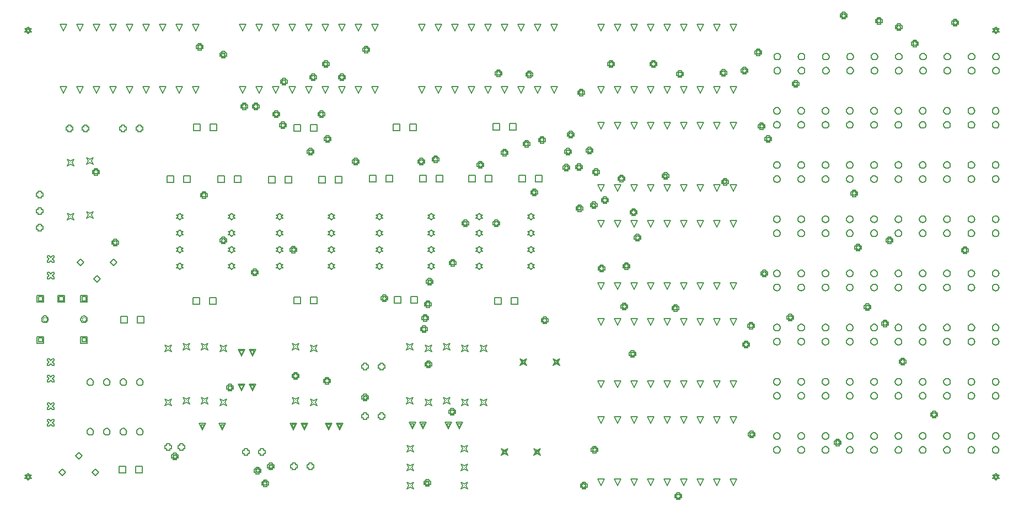
<source format=gbr>
%FSTAX23Y23*%
%MOIN*%
%SFA1B1*%

%IPPOS*%
%ADD45C,0.005000*%
%ADD99C,0.006667*%
%ADD101C,0.004000*%
%LNmb_spectrumanalyzer_drawing_1-1*%
%LPD*%
G54D45*
X0015Y0013D02*
X0016Y0014D01*
X0017*
X0016Y0015*
X0017Y0016*
X0016*
X0015Y0017*
X0014Y0016*
X0013*
X0014Y0015*
X0013Y0014*
X0014*
X0015Y0013*
Y00138D02*
X00156Y00144D01*
X00162*
X00156Y0015*
X00162Y00156*
X00156*
X0015Y00162*
X00144Y00156*
X00138*
X00144Y0015*
X00138Y00144*
X00144*
X0015Y00138*
Y0283D02*
X0016Y0284D01*
X0017*
X0016Y0285*
X0017Y0286*
X0016*
X0015Y0287*
X0014Y0286*
X0013*
X0014Y0285*
X0013Y0284*
X0014*
X0015Y0283*
Y02838D02*
X00156Y02844D01*
X00162*
X00156Y0285*
X00162Y02856*
X00156*
X0015Y02862*
X00144Y02856*
X00138*
X00144Y0285*
X00138Y02844*
X00144*
X0015Y02838*
X06Y0013D02*
X0601Y0014D01*
X0602*
X0601Y0015*
X0602Y0016*
X0601*
X06Y0017*
X0599Y0016*
X0598*
X0599Y0015*
X0598Y0014*
X0599*
X06Y0013*
Y00138D02*
X06006Y00144D01*
X06012*
X06006Y0015*
X06012Y00156*
X06006*
X06Y00162*
X05994Y00156*
X05988*
X05994Y0015*
X05988Y00144*
X05994*
X06Y00138*
Y0283D02*
X0601Y0284D01*
X0602*
X0601Y0285*
X0602Y0286*
X0601*
X06Y0287*
X0599Y0286*
X0598*
X0599Y0285*
X0598Y0284*
X0599*
X06Y0283*
Y02838D02*
X06006Y02844D01*
X06012*
X06006Y0285*
X06012Y02856*
X06006*
X06Y02862*
X05994Y02856*
X05988*
X05994Y0285*
X05988Y02844*
X05994*
X06Y02838*
X01087Y00918D02*
X01097Y00938D01*
X01087Y00958*
X01107Y00948*
X01127Y00958*
X01117Y00938*
X01127Y00918*
X01107Y00928*
X01087Y00918*
Y00591D02*
X01097Y00611D01*
X01087Y00631*
X01107Y00621*
X01127Y00631*
X01117Y00611*
X01127Y00591*
X01107Y00601*
X01087Y00591*
X02441Y00077D02*
X02451Y00097D01*
X02441Y00117*
X02461Y00107*
X02481Y00117*
X02471Y00097*
X02481Y00077*
X02461Y00087*
X02441Y00077*
X02768D02*
X02778Y00097D01*
X02768Y00117*
X02788Y00107*
X02808Y00117*
X02798Y00097*
X02808Y00077*
X02788Y00087*
X02768Y00077*
X02441Y00189D02*
X02451Y00209D01*
X02441Y00229*
X02461Y00219*
X02481Y00229*
X02471Y00209*
X02481Y00189*
X02461Y00199*
X02441Y00189*
X02768D02*
X02778Y00209D01*
X02768Y00229*
X02788Y00219*
X02808Y00229*
X02798Y00209*
X02808Y00189*
X02788Y00199*
X02768Y00189*
X02441Y003D02*
X02451Y0032D01*
X02441Y0034*
X02461Y0033*
X02481Y0034*
X02471Y0032*
X02481Y003*
X02461Y0031*
X02441Y003*
X02768D02*
X02778Y0032D01*
X02768Y0034*
X02788Y0033*
X02808Y0034*
X02798Y0032*
X02808Y003*
X02788Y0031*
X02768Y003*
X03061Y02249D02*
Y02289D01*
X03101*
Y02249*
X03061*
X02961D02*
Y02289D01*
X03001*
Y02249*
X02961*
X03216Y01935D02*
Y01975D01*
X03256*
Y01935*
X03216*
X03116D02*
Y01975D01*
X03156*
Y01935*
X03116*
X02915D02*
Y01975D01*
X02955*
Y01935*
X02915*
X02815D02*
Y01975D01*
X02855*
Y01935*
X02815*
X01856Y0224D02*
Y0228D01*
X01896*
Y0224*
X01856*
X01756D02*
Y0228D01*
X01796*
Y0224*
X01756*
X01702Y01929D02*
Y01969D01*
X01742*
Y01929*
X01702*
X01602D02*
Y01969D01*
X01642*
Y01929*
X01602*
X02312Y01936D02*
Y01976D01*
X02352*
Y01936*
X02312*
X02212D02*
Y01976D01*
X02252*
Y01936*
X02212*
X01907Y01929D02*
Y01969D01*
X01947*
Y01929*
X01907*
X02007D02*
Y01969D01*
X02047*
Y01929*
X02007*
X01296Y0193D02*
Y0197D01*
X01336*
Y0193*
X01296*
X01396D02*
Y0197D01*
X01436*
Y0193*
X01396*
X0099D02*
Y0197D01*
X0103*
Y0193*
X0099*
X0109D02*
Y0197D01*
X0113*
Y0193*
X0109*
X01151Y02244D02*
Y02284D01*
X01191*
Y02244*
X01151*
X01251D02*
Y02284D01*
X01291*
Y02244*
X01251*
X02457Y02245D02*
Y02285D01*
X02497*
Y02245*
X02457*
X02357D02*
Y02285D01*
X02397*
Y02245*
X02357*
X02616Y01936D02*
Y01976D01*
X02656*
Y01936*
X02616*
X02516D02*
Y01976D01*
X02556*
Y01936*
X02516*
X00714Y02249D02*
Y02239D01*
X00734*
Y02249*
X00744*
Y02269*
X00734*
Y02279*
X00714*
Y02269*
X00704*
Y02249*
X00714*
X00813D02*
Y02239D01*
X00833*
Y02249*
X00843*
Y02269*
X00833*
Y02279*
X00813*
Y02269*
X00803*
Y02249*
X00813*
X02691Y0044D02*
X02671Y0048D01*
X02711*
X02691Y0044*
Y00448D02*
X02679Y00472D01*
X02703*
X02691Y00448*
X02757Y0044D02*
X02737Y0048D01*
X02777*
X02757Y0044*
Y00448D02*
X02745Y00472D01*
X02769*
X02757Y00448*
X03125Y00825D02*
X03135Y00845D01*
X03125Y00865*
X03145Y00855*
X03165Y00865*
X03155Y00845*
X03165Y00825*
X03145Y00835*
X03125Y00825*
X03133Y00833D02*
X03139Y00845D01*
X03133Y00857*
X03145Y00851*
X03157Y00857*
X03151Y00845*
X03157Y00833*
X03145Y00839*
X03133Y00833*
X03322Y00825D02*
X03332Y00845D01*
X03322Y00865*
X03342Y00855*
X03362Y00865*
X03352Y00845*
X03362Y00825*
X03342Y00835*
X03322Y00825*
X0333Y00833D02*
X03336Y00845D01*
X0333Y00857*
X03342Y00851*
X03354Y00857*
X03348Y00845*
X03354Y00833*
X03342Y00839*
X0333Y00833*
X03011Y0028D02*
X03021Y003D01*
X03011Y0032*
X03031Y0031*
X03051Y0032*
X03041Y003*
X03051Y0028*
X03031Y0029*
X03011Y0028*
X03019Y00288D02*
X03025Y003D01*
X03019Y00312*
X03031Y00306*
X03043Y00312*
X03037Y003*
X03043Y00288*
X03031Y00294*
X03019Y00288*
X03208Y0028D02*
X03218Y003D01*
X03208Y0032*
X03228Y0031*
X03248Y0032*
X03238Y003*
X03248Y0028*
X03228Y0029*
X03208Y0028*
X03216Y00288D02*
X03222Y003D01*
X03216Y00312*
X03228Y00306*
X0324Y00312*
X03234Y003*
X0324Y00288*
X03228Y00294*
X03216Y00288*
X02538Y0044D02*
X02518Y0048D01*
X02558*
X02538Y0044*
Y00448D02*
X02526Y00472D01*
X0255*
X02538Y00448*
X02472Y0044D02*
X02452Y0048D01*
X02492*
X02472Y0044*
Y00448D02*
X0246Y00472D01*
X02484*
X02472Y00448*
X02971Y01196D02*
Y01236D01*
X03011*
Y01196*
X02971*
X03071D02*
Y01236D01*
X03111*
Y01196*
X03071*
X02277Y00507D02*
Y00497D01*
X02297*
Y00507*
X02307*
Y00527*
X02297*
Y00537*
X02277*
Y00527*
X02267*
Y00507*
X02277*
X02178D02*
Y00497D01*
X02198*
Y00507*
X02208*
Y00527*
X02198*
Y00537*
X02178*
Y00527*
X02168*
Y00507*
X02178*
X0182Y00436D02*
X018Y00476D01*
X0184*
X0182Y00436*
Y00444D02*
X01808Y00468D01*
X01832*
X0182Y00444*
X01754Y00436D02*
X01734Y00476D01*
X01774*
X01754Y00436*
Y00444D02*
X01742Y00468D01*
X01766*
X01754Y00444*
X02033Y00436D02*
X02013Y00476D01*
X02053*
X02033Y00436*
Y00444D02*
X02021Y00468D01*
X02045*
X02033Y00444*
X01967Y00436D02*
X01947Y00476D01*
X01987*
X01967Y00436*
Y00444D02*
X01955Y00468D01*
X01979*
X01967Y00444*
X02178Y00808D02*
Y00798D01*
X02198*
Y00808*
X02208*
Y00828*
X02198*
Y00838*
X02178*
Y00828*
X02168*
Y00808*
X02178*
X02277D02*
Y00798D01*
X02297*
Y00808*
X02307*
Y00828*
X02297*
Y00838*
X02277*
Y00828*
X02267*
Y00808*
X02277*
X02465Y012D02*
Y0124D01*
X02505*
Y012*
X02465*
X02365D02*
Y0124D01*
X02405*
Y012*
X02365*
X01555Y0029D02*
Y0028D01*
X01575*
Y0029*
X01585*
Y0031*
X01575*
Y0032*
X01555*
Y0031*
X01545*
Y0029*
X01555*
X01456D02*
Y0028D01*
X01476*
Y0029*
X01486*
Y0031*
X01476*
Y0032*
X01456*
Y0031*
X01446*
Y0029*
X01456*
X01846Y00204D02*
Y00194D01*
X01866*
Y00204*
X01876*
Y00224*
X01866*
Y00234*
X01846*
Y00224*
X01836*
Y00204*
X01846*
X01747D02*
Y00194D01*
X01767*
Y00204*
X01777*
Y00224*
X01767*
Y00234*
X01747*
Y00224*
X01737*
Y00204*
X01747*
X01858Y00582D02*
X01868Y00602D01*
X01858Y00622*
X01878Y00612*
X01898Y00622*
X01888Y00602*
X01898Y00582*
X01878Y00592*
X01858Y00582*
Y00909D02*
X01868Y00929D01*
X01858Y00949*
X01878Y00939*
X01898Y00949*
X01888Y00929*
X01898Y00909*
X01878Y00919*
X01858Y00909*
X01746Y00918D02*
X01756Y00938D01*
X01746Y00958*
X01766Y00948*
X01786Y00958*
X01776Y00938*
X01786Y00918*
X01766Y00928*
X01746Y00918*
Y00591D02*
X01756Y00611D01*
X01746Y00631*
X01766Y00621*
X01786Y00631*
X01776Y00611*
X01786Y00591*
X01766Y00601*
X01746Y00591*
X01309Y00581D02*
X01319Y00601D01*
X01309Y00621*
X01329Y00611*
X01349Y00621*
X01339Y00601*
X01349Y00581*
X01329Y00591*
X01309Y00581*
Y00908D02*
X01319Y00928D01*
X01309Y00948*
X01329Y00938*
X01349Y00948*
X01339Y00928*
X01349Y00908*
X01329Y00918*
X01309Y00908*
X01198Y00918D02*
X01208Y00938D01*
X01198Y00958*
X01218Y00948*
X01238Y00958*
X01228Y00938*
X01238Y00918*
X01218Y00928*
X01198Y00918*
Y00591D02*
X01208Y00611D01*
X01198Y00631*
X01218Y00621*
X01238Y00631*
X01228Y00611*
X01238Y00591*
X01218Y00601*
X01198Y00591*
X00976Y00581D02*
X00986Y00601D01*
X00976Y00621*
X00996Y00611*
X01016Y00621*
X01006Y00601*
X01016Y00581*
X00996Y00591*
X00976Y00581*
Y00908D02*
X00986Y00928D01*
X00976Y00948*
X00996Y00938*
X01016Y00948*
X01006Y00928*
X01016Y00908*
X00996Y00918*
X00976Y00908*
X01506Y00671D02*
X01486Y00711D01*
X01526*
X01506Y00671*
Y00679D02*
X01494Y00703D01*
X01518*
X01506Y00679*
X0144Y00671D02*
X0142Y00711D01*
X0146*
X0144Y00671*
Y00679D02*
X01428Y00703D01*
X01452*
X0144Y00679*
Y00881D02*
X0142Y00921D01*
X0146*
X0144Y00881*
Y00889D02*
X01428Y00913D01*
X01452*
X0144Y00889*
X01506Y00881D02*
X01486Y00921D01*
X01526*
X01506Y00881*
Y00889D02*
X01494Y00913D01*
X01518*
X01506Y00889*
X01858Y01198D02*
Y01238D01*
X01898*
Y01198*
X01858*
X01758D02*
Y01238D01*
X01798*
Y01198*
X01758*
X00502Y0204D02*
X00512Y0206D01*
X00502Y0208*
X00522Y0207*
X00542Y0208*
X00532Y0206*
X00542Y0204*
X00522Y0205*
X00502Y0204*
Y01713D02*
X00512Y01733D01*
X00502Y01753*
X00522Y01743*
X00542Y01753*
X00532Y01733*
X00542Y01713*
X00522Y01723*
X00502Y01713*
X00386Y01703D02*
X00396Y01723D01*
X00386Y01743*
X00406Y01733*
X00426Y01743*
X00416Y01723*
X00426Y01703*
X00406Y01713*
X00386Y01703*
Y0203D02*
X00396Y0205D01*
X00386Y0207*
X00406Y0206*
X00426Y0207*
X00416Y0205*
X00426Y0203*
X00406Y0204*
X00386Y0203*
X00488Y02249D02*
Y02239D01*
X00508*
Y02249*
X00518*
Y02269*
X00508*
Y02279*
X00488*
Y02269*
X00478*
Y02249*
X00488*
X00389D02*
Y02239D01*
X00409*
Y02249*
X00419*
Y02269*
X00409*
Y02279*
X00389*
Y02269*
X00379*
Y02249*
X00389*
X01248Y01196D02*
Y01236D01*
X01288*
Y01196*
X01248*
X01148D02*
Y01236D01*
X01188*
Y01196*
X01148*
X01325Y00434D02*
X01305Y00474D01*
X01345*
X01325Y00434*
Y00442D02*
X01313Y00466D01*
X01337*
X01325Y00442*
X01205Y00434D02*
X01185Y00474D01*
X01225*
X01205Y00434*
Y00442D02*
X01193Y00466D01*
X01217*
X01205Y00442*
X00701Y00175D02*
Y00215D01*
X00741*
Y00175*
X00701*
X00801D02*
Y00215D01*
X00841*
Y00175*
X00801*
X00709Y0108D02*
Y0112D01*
X00749*
Y0108*
X00709*
X00809D02*
Y0112D01*
X00849*
Y0108*
X00809*
X00988Y00322D02*
Y00312D01*
X01008*
Y00322*
X01018*
Y00342*
X01008*
Y00352*
X00988*
Y00342*
X00978*
Y00322*
X00988*
X01067D02*
Y00312D01*
X01087*
Y00322*
X01097*
Y00342*
X01087*
Y00352*
X01067*
Y00342*
X01057*
Y00322*
X01067*
X02878Y01705D02*
X02888Y01715D01*
X02898*
X02888Y01725*
X02898Y01735*
X02888*
X02878Y01745*
X02868Y01735*
X02858*
X02868Y01725*
X02858Y01715*
X02868*
X02878Y01705*
Y01605D02*
X02888Y01615D01*
X02898*
X02888Y01625*
X02898Y01635*
X02888*
X02878Y01645*
X02868Y01635*
X02858*
X02868Y01625*
X02858Y01615*
X02868*
X02878Y01605*
Y01505D02*
X02888Y01515D01*
X02898*
X02888Y01525*
X02898Y01535*
X02888*
X02878Y01545*
X02868Y01535*
X02858*
X02868Y01525*
X02858Y01515*
X02868*
X02878Y01505*
Y01405D02*
X02888Y01415D01*
X02898*
X02888Y01425*
X02898Y01435*
X02888*
X02878Y01445*
X02868Y01435*
X02858*
X02868Y01425*
X02858Y01415*
X02868*
X02878Y01405*
X03191D02*
X03201Y01415D01*
X03211*
X03201Y01425*
X03211Y01435*
X03201*
X03191Y01445*
X03181Y01435*
X03171*
X03181Y01425*
X03171Y01415*
X03181*
X03191Y01405*
Y01505D02*
X03201Y01515D01*
X03211*
X03201Y01525*
X03211Y01535*
X03201*
X03191Y01545*
X03181Y01535*
X03171*
X03181Y01525*
X03171Y01515*
X03181*
X03191Y01505*
Y01605D02*
X03201Y01615D01*
X03211*
X03201Y01625*
X03211Y01635*
X03201*
X03191Y01645*
X03181Y01635*
X03171*
X03181Y01625*
X03171Y01615*
X03181*
X03191Y01605*
Y01705D02*
X03201Y01715D01*
X03211*
X03201Y01725*
X03211Y01735*
X03201*
X03191Y01745*
X03181Y01735*
X03171*
X03181Y01725*
X03171Y01715*
X03181*
X03191Y01705*
X03612Y02253D02*
X03592Y02293D01*
X03632*
X03612Y02253*
X03712D02*
X03692Y02293D01*
X03732*
X03712Y02253*
X03812D02*
X03792Y02293D01*
X03832*
X03812Y02253*
X03912D02*
X03892Y02293D01*
X03932*
X03912Y02253*
X04012D02*
X03992Y02293D01*
X04032*
X04012Y02253*
X04112D02*
X04092Y02293D01*
X04132*
X04112Y02253*
X04212D02*
X04192Y02293D01*
X04232*
X04212Y02253*
X04312D02*
X04292Y02293D01*
X04332*
X04312Y02253*
X04412D02*
X04392Y02293D01*
X04432*
X04412Y02253*
Y01878D02*
X04392Y01918D01*
X04432*
X04412Y01878*
X04312D02*
X04292Y01918D01*
X04332*
X04312Y01878*
X04212D02*
X04192Y01918D01*
X04232*
X04212Y01878*
X04112D02*
X04092Y01918D01*
X04132*
X04112Y01878*
X04012D02*
X03992Y01918D01*
X04032*
X04012Y01878*
X03912D02*
X03892Y01918D01*
X03932*
X03912Y01878*
X03812D02*
X03792Y01918D01*
X03832*
X03812Y01878*
X03712D02*
X03692Y01918D01*
X03732*
X03712Y01878*
X03612D02*
X03592Y01918D01*
X03632*
X03612Y01878*
Y0166D02*
X03592Y017D01*
X03632*
X03612Y0166*
X03712D02*
X03692Y017D01*
X03732*
X03712Y0166*
X03812D02*
X03792Y017D01*
X03832*
X03812Y0166*
X03912D02*
X03892Y017D01*
X03932*
X03912Y0166*
X04012D02*
X03992Y017D01*
X04032*
X04012Y0166*
X04112D02*
X04092Y017D01*
X04132*
X04112Y0166*
X04212D02*
X04192Y017D01*
X04232*
X04212Y0166*
X04312D02*
X04292Y017D01*
X04332*
X04312Y0166*
X04412D02*
X04392Y017D01*
X04432*
X04412Y0166*
Y01285D02*
X04392Y01325D01*
X04432*
X04412Y01285*
X04312D02*
X04292Y01325D01*
X04332*
X04312Y01285*
X04212D02*
X04192Y01325D01*
X04232*
X04212Y01285*
X04112D02*
X04092Y01325D01*
X04132*
X04112Y01285*
X04012D02*
X03992Y01325D01*
X04032*
X04012Y01285*
X03912D02*
X03892Y01325D01*
X03932*
X03912Y01285*
X03812D02*
X03792Y01325D01*
X03832*
X03812Y01285*
X03712D02*
X03692Y01325D01*
X03732*
X03712Y01285*
X03612D02*
X03592Y01325D01*
X03632*
X03612Y01285*
Y02847D02*
X03592Y02887D01*
X03632*
X03612Y02847*
X03712D02*
X03692Y02887D01*
X03732*
X03712Y02847*
X03812D02*
X03792Y02887D01*
X03832*
X03812Y02847*
X03912D02*
X03892Y02887D01*
X03932*
X03912Y02847*
X04012D02*
X03992Y02887D01*
X04032*
X04012Y02847*
X04112D02*
X04092Y02887D01*
X04132*
X04112Y02847*
X04212D02*
X04192Y02887D01*
X04232*
X04212Y02847*
X04312D02*
X04292Y02887D01*
X04332*
X04312Y02847*
X04412D02*
X04392Y02887D01*
X04432*
X04412Y02847*
Y02472D02*
X04392Y02512D01*
X04432*
X04412Y02472*
X04312D02*
X04292Y02512D01*
X04332*
X04312Y02472*
X04212D02*
X04192Y02512D01*
X04232*
X04212Y02472*
X04112D02*
X04092Y02512D01*
X04132*
X04112Y02472*
X04012D02*
X03992Y02512D01*
X04032*
X04012Y02472*
X03912D02*
X03892Y02512D01*
X03932*
X03912Y02472*
X03812D02*
X03792Y02512D01*
X03832*
X03812Y02472*
X03712D02*
X03692Y02512D01*
X03732*
X03712Y02472*
X03612D02*
X03592Y02512D01*
X03632*
X03612Y02472*
X02529Y02847D02*
X02509Y02887D01*
X02549*
X02529Y02847*
X02629D02*
X02609Y02887D01*
X02649*
X02629Y02847*
X02729D02*
X02709Y02887D01*
X02749*
X02729Y02847*
X02829D02*
X02809Y02887D01*
X02849*
X02829Y02847*
X02929D02*
X02909Y02887D01*
X02949*
X02929Y02847*
X03029D02*
X03009Y02887D01*
X03049*
X03029Y02847*
X03129D02*
X03109Y02887D01*
X03149*
X03129Y02847*
X03229D02*
X03209Y02887D01*
X03249*
X03229Y02847*
X03329D02*
X03309Y02887D01*
X03349*
X03329Y02847*
Y02472D02*
X03309Y02512D01*
X03349*
X03329Y02472*
X03229D02*
X03209Y02512D01*
X03249*
X03229Y02472*
X03129D02*
X03109Y02512D01*
X03149*
X03129Y02472*
X03029D02*
X03009Y02512D01*
X03049*
X03029Y02472*
X02929D02*
X02909Y02512D01*
X02949*
X02929Y02472*
X02829D02*
X02809Y02512D01*
X02849*
X02829Y02472*
X02729D02*
X02709Y02512D01*
X02749*
X02729Y02472*
X02629D02*
X02609Y02512D01*
X02649*
X02629Y02472*
X02529D02*
X02509Y02512D01*
X02549*
X02529Y02472*
X00365Y02847D02*
X00345Y02887D01*
X00385*
X00365Y02847*
X00465D02*
X00445Y02887D01*
X00485*
X00465Y02847*
X00565D02*
X00545Y02887D01*
X00585*
X00565Y02847*
X00665D02*
X00645Y02887D01*
X00685*
X00665Y02847*
X00765D02*
X00745Y02887D01*
X00785*
X00765Y02847*
X00865D02*
X00845Y02887D01*
X00885*
X00865Y02847*
X00965D02*
X00945Y02887D01*
X00985*
X00965Y02847*
X01065D02*
X01045Y02887D01*
X01085*
X01065Y02847*
X01165D02*
X01145Y02887D01*
X01185*
X01165Y02847*
Y02472D02*
X01145Y02512D01*
X01185*
X01165Y02472*
X01065D02*
X01045Y02512D01*
X01085*
X01065Y02472*
X00965D02*
X00945Y02512D01*
X00985*
X00965Y02472*
X00865D02*
X00845Y02512D01*
X00885*
X00865Y02472*
X00765D02*
X00745Y02512D01*
X00785*
X00765Y02472*
X00665D02*
X00645Y02512D01*
X00685*
X00665Y02472*
X00565D02*
X00545Y02512D01*
X00585*
X00565Y02472*
X00465D02*
X00445Y02512D01*
X00485*
X00465Y02472*
X00365D02*
X00345Y02512D01*
X00385*
X00365Y02472*
X03612Y00692D02*
X03592Y00732D01*
X03632*
X03612Y00692*
X03712D02*
X03692Y00732D01*
X03732*
X03712Y00692*
X03812D02*
X03792Y00732D01*
X03832*
X03812Y00692*
X03912D02*
X03892Y00732D01*
X03932*
X03912Y00692*
X04012D02*
X03992Y00732D01*
X04032*
X04012Y00692*
X04112D02*
X04092Y00732D01*
X04132*
X04112Y00692*
X04212D02*
X04192Y00732D01*
X04232*
X04212Y00692*
X04312D02*
X04292Y00732D01*
X04332*
X04312Y00692*
X04412D02*
X04392Y00732D01*
X04432*
X04412Y00692*
Y01067D02*
X04392Y01107D01*
X04432*
X04412Y01067*
X04312D02*
X04292Y01107D01*
X04332*
X04312Y01067*
X04212D02*
X04192Y01107D01*
X04232*
X04212Y01067*
X04112D02*
X04092Y01107D01*
X04132*
X04112Y01067*
X04012D02*
X03992Y01107D01*
X04032*
X04012Y01067*
X03912D02*
X03892Y01107D01*
X03932*
X03912Y01067*
X03812D02*
X03792Y01107D01*
X03832*
X03812Y01067*
X03712D02*
X03692Y01107D01*
X03732*
X03712Y01067*
X03612D02*
X03592Y01107D01*
X03632*
X03612Y01067*
X01447Y02847D02*
X01427Y02887D01*
X01467*
X01447Y02847*
X01547D02*
X01527Y02887D01*
X01567*
X01547Y02847*
X01647D02*
X01627Y02887D01*
X01667*
X01647Y02847*
X01747D02*
X01727Y02887D01*
X01767*
X01747Y02847*
X01847D02*
X01827Y02887D01*
X01867*
X01847Y02847*
X01947D02*
X01927Y02887D01*
X01967*
X01947Y02847*
X02047D02*
X02027Y02887D01*
X02067*
X02047Y02847*
X02147D02*
X02127Y02887D01*
X02167*
X02147Y02847*
X02247D02*
X02227Y02887D01*
X02267*
X02247Y02847*
Y02472D02*
X02227Y02512D01*
X02267*
X02247Y02472*
X02147D02*
X02127Y02512D01*
X02167*
X02147Y02472*
X02047D02*
X02027Y02512D01*
X02067*
X02047Y02472*
X01947D02*
X01927Y02512D01*
X01967*
X01947Y02472*
X01847D02*
X01827Y02512D01*
X01867*
X01847Y02472*
X01747D02*
X01727Y02512D01*
X01767*
X01747Y02472*
X01647D02*
X01627Y02512D01*
X01667*
X01647Y02472*
X01547D02*
X01527Y02512D01*
X01567*
X01547Y02472*
X01447D02*
X01427Y02512D01*
X01467*
X01447Y02472*
X03612Y00473D02*
X03592Y00513D01*
X03632*
X03612Y00473*
X03712D02*
X03692Y00513D01*
X03732*
X03712Y00473*
X03812D02*
X03792Y00513D01*
X03832*
X03812Y00473*
X03912D02*
X03892Y00513D01*
X03932*
X03912Y00473*
X04012D02*
X03992Y00513D01*
X04032*
X04012Y00473*
X04112D02*
X04092Y00513D01*
X04132*
X04112Y00473*
X04212D02*
X04192Y00513D01*
X04232*
X04212Y00473*
X04312D02*
X04292Y00513D01*
X04332*
X04312Y00473*
X04412D02*
X04392Y00513D01*
X04432*
X04412Y00473*
Y00098D02*
X04392Y00138D01*
X04432*
X04412Y00098*
X04312D02*
X04292Y00138D01*
X04332*
X04312Y00098*
X04212D02*
X04192Y00138D01*
X04232*
X04212Y00098*
X04112D02*
X04092Y00138D01*
X04132*
X04112Y00098*
X04012D02*
X03992Y00138D01*
X04032*
X04012Y00098*
X03912D02*
X03892Y00138D01*
X03932*
X03912Y00098*
X03812D02*
X03792Y00138D01*
X03832*
X03812Y00098*
X03712D02*
X03692Y00138D01*
X03732*
X03712Y00098*
X03612D02*
X03592Y00138D01*
X03632*
X03612Y00098*
X00209Y01647D02*
Y01637D01*
X00229*
Y01647*
X00239*
Y01667*
X00229*
Y01677*
X00209*
Y01667*
X00199*
Y01647*
X00209*
Y01847D02*
Y01837D01*
X00229*
Y01847*
X00239*
Y01867*
X00229*
Y01877*
X00209*
Y01867*
X00199*
Y01847*
X00209*
Y01747D02*
Y01737D01*
X00229*
Y01747*
X00239*
Y01767*
X00229*
Y01777*
X00209*
Y01767*
X00199*
Y01747*
X00209*
X00267Y01448D02*
X00277D01*
X00287Y01458*
X00297Y01448*
X00307*
Y01458*
X00297Y01468*
X00307Y01478*
Y01488*
X00297*
X00287Y01478*
X00277Y01488*
X00267*
Y01478*
X00277Y01468*
X00267Y01458*
Y01448*
Y01348D02*
X00277D01*
X00287Y01358*
X00297Y01348*
X00307*
Y01358*
X00297Y01368*
X00307Y01378*
Y01388*
X00297*
X00287Y01378*
X00277Y01388*
X00267*
Y01378*
X00277Y01368*
X00267Y01358*
Y01348*
X00337Y00178D02*
X00357Y00198D01*
X00377Y00178*
X00357Y00158*
X00337Y00178*
X00437Y00278D02*
X00457Y00298D01*
X00477Y00278*
X00457Y00258*
X00437Y00278*
X00537Y00178D02*
X00557Y00198D01*
X00577Y00178*
X00557Y00158*
X00537Y00178*
X00267Y00457D02*
X00277D01*
X00287Y00467*
X00297Y00457*
X00307*
Y00467*
X00297Y00477*
X00307Y00487*
Y00497*
X00297*
X00287Y00487*
X00277Y00497*
X00267*
Y00487*
X00277Y00477*
X00267Y00467*
Y00457*
Y00557D02*
X00277D01*
X00287Y00567*
X00297Y00557*
X00307*
Y00567*
X00297Y00577*
X00307Y00587*
Y00597*
X00297*
X00287Y00587*
X00277Y00597*
X00267*
Y00587*
X00277Y00577*
X00267Y00567*
Y00557*
Y00725D02*
X00277D01*
X00287Y00735*
X00297Y00725*
X00307*
Y00735*
X00297Y00745*
X00307Y00755*
Y00765*
X00297*
X00287Y00755*
X00277Y00765*
X00267*
Y00755*
X00277Y00745*
X00267Y00735*
Y00725*
Y00825D02*
X00277D01*
X00287Y00835*
X00297Y00825*
X00307*
Y00835*
X00297Y00845*
X00307Y00855*
Y00865*
X00297*
X00287Y00855*
X00277Y00865*
X00267*
Y00855*
X00277Y00845*
X00267Y00835*
Y00825*
X02438Y00591D02*
X02448Y00611D01*
X02438Y00631*
X02458Y00621*
X02478Y00631*
X02468Y00611*
X02478Y00591*
X02458Y00601*
X02438Y00591*
Y00918D02*
X02448Y00938D01*
X02438Y00958*
X02458Y00948*
X02478Y00958*
X02468Y00938*
X02478Y00918*
X02458Y00928*
X02438Y00918*
X02549Y00908D02*
X02559Y00928D01*
X02549Y00948*
X02569Y00938*
X02589Y00948*
X02579Y00928*
X02589Y00908*
X02569Y00918*
X02549Y00908*
Y00581D02*
X02559Y00601D01*
X02549Y00621*
X02569Y00611*
X02589Y00621*
X02579Y00601*
X02589Y00581*
X02569Y00591*
X02549Y00581*
X02882Y00908D02*
X02892Y00928D01*
X02882Y00948*
X02902Y00938*
X02922Y00948*
X02912Y00928*
X02922Y00908*
X02902Y00918*
X02882Y00908*
Y00581D02*
X02892Y00601D01*
X02882Y00621*
X02902Y00611*
X02922Y00621*
X02912Y00601*
X02922Y00581*
X02902Y00591*
X02882Y00581*
X0266Y00591D02*
X0267Y00611D01*
X0266Y00631*
X0268Y00621*
X027Y00631*
X0269Y00611*
X027Y00591*
X0268Y00601*
X0266Y00591*
Y00918D02*
X0267Y00938D01*
X0266Y00958*
X0268Y00948*
X027Y00958*
X0269Y00938*
X027Y00918*
X0268Y00928*
X0266Y00918*
X02771Y00908D02*
X02781Y00928D01*
X02771Y00948*
X02791Y00938*
X02811Y00948*
X02801Y00928*
X02811Y00908*
X02791Y00918*
X02771Y00908*
Y00581D02*
X02781Y00601D01*
X02771Y00621*
X02791Y00611*
X02811Y00621*
X02801Y00601*
X02811Y00581*
X02791Y00591*
X02771Y00581*
X02587Y01705D02*
X02597Y01715D01*
X02607*
X02597Y01725*
X02607Y01735*
X02597*
X02587Y01745*
X02577Y01735*
X02567*
X02577Y01725*
X02567Y01715*
X02577*
X02587Y01705*
Y01605D02*
X02597Y01615D01*
X02607*
X02597Y01625*
X02607Y01635*
X02597*
X02587Y01645*
X02577Y01635*
X02567*
X02577Y01625*
X02567Y01615*
X02577*
X02587Y01605*
Y01505D02*
X02597Y01515D01*
X02607*
X02597Y01525*
X02607Y01535*
X02597*
X02587Y01545*
X02577Y01535*
X02567*
X02577Y01525*
X02567Y01515*
X02577*
X02587Y01505*
Y01405D02*
X02597Y01415D01*
X02607*
X02597Y01425*
X02607Y01435*
X02597*
X02587Y01445*
X02577Y01435*
X02567*
X02577Y01425*
X02567Y01415*
X02577*
X02587Y01405*
X02274D02*
X02284Y01415D01*
X02294*
X02284Y01425*
X02294Y01435*
X02284*
X02274Y01445*
X02264Y01435*
X02254*
X02264Y01425*
X02254Y01415*
X02264*
X02274Y01405*
Y01505D02*
X02284Y01515D01*
X02294*
X02284Y01525*
X02294Y01535*
X02284*
X02274Y01545*
X02264Y01535*
X02254*
X02264Y01525*
X02254Y01515*
X02264*
X02274Y01505*
Y01605D02*
X02284Y01615D01*
X02294*
X02284Y01625*
X02294Y01635*
X02284*
X02274Y01645*
X02264Y01635*
X02254*
X02264Y01625*
X02254Y01615*
X02264*
X02274Y01605*
Y01705D02*
X02284Y01715D01*
X02294*
X02284Y01725*
X02294Y01735*
X02284*
X02274Y01745*
X02264Y01735*
X02254*
X02264Y01725*
X02254Y01715*
X02264*
X02274Y01705*
X01983D02*
X01993Y01715D01*
X02003*
X01993Y01725*
X02003Y01735*
X01993*
X01983Y01745*
X01973Y01735*
X01963*
X01973Y01725*
X01963Y01715*
X01973*
X01983Y01705*
Y01605D02*
X01993Y01615D01*
X02003*
X01993Y01625*
X02003Y01635*
X01993*
X01983Y01645*
X01973Y01635*
X01963*
X01973Y01625*
X01963Y01615*
X01973*
X01983Y01605*
Y01505D02*
X01993Y01515D01*
X02003*
X01993Y01525*
X02003Y01535*
X01993*
X01983Y01545*
X01973Y01535*
X01963*
X01973Y01525*
X01963Y01515*
X01973*
X01983Y01505*
Y01405D02*
X01993Y01415D01*
X02003*
X01993Y01425*
X02003Y01435*
X01993*
X01983Y01445*
X01973Y01435*
X01963*
X01973Y01425*
X01963Y01415*
X01973*
X01983Y01405*
X0167D02*
X0168Y01415D01*
X0169*
X0168Y01425*
X0169Y01435*
X0168*
X0167Y01445*
X0166Y01435*
X0165*
X0166Y01425*
X0165Y01415*
X0166*
X0167Y01405*
Y01505D02*
X0168Y01515D01*
X0169*
X0168Y01525*
X0169Y01535*
X0168*
X0167Y01545*
X0166Y01535*
X0165*
X0166Y01525*
X0165Y01515*
X0166*
X0167Y01505*
Y01605D02*
X0168Y01615D01*
X0169*
X0168Y01625*
X0169Y01635*
X0168*
X0167Y01645*
X0166Y01635*
X0165*
X0166Y01625*
X0165Y01615*
X0166*
X0167Y01605*
Y01705D02*
X0168Y01715D01*
X0169*
X0168Y01725*
X0169Y01735*
X0168*
X0167Y01745*
X0166Y01735*
X0165*
X0166Y01725*
X0165Y01715*
X0166*
X0167Y01705*
X01379D02*
X01389Y01715D01*
X01399*
X01389Y01725*
X01399Y01735*
X01389*
X01379Y01745*
X01369Y01735*
X01359*
X01369Y01725*
X01359Y01715*
X01369*
X01379Y01705*
Y01605D02*
X01389Y01615D01*
X01399*
X01389Y01625*
X01399Y01635*
X01389*
X01379Y01645*
X01369Y01635*
X01359*
X01369Y01625*
X01359Y01615*
X01369*
X01379Y01605*
Y01505D02*
X01389Y01515D01*
X01399*
X01389Y01525*
X01399Y01535*
X01389*
X01379Y01545*
X01369Y01535*
X01359*
X01369Y01525*
X01359Y01515*
X01369*
X01379Y01505*
Y01405D02*
X01389Y01415D01*
X01399*
X01389Y01425*
X01399Y01435*
X01389*
X01379Y01445*
X01369Y01435*
X01359*
X01369Y01425*
X01359Y01415*
X01369*
X01379Y01405*
X01066D02*
X01076Y01415D01*
X01086*
X01076Y01425*
X01086Y01435*
X01076*
X01066Y01445*
X01056Y01435*
X01046*
X01056Y01425*
X01046Y01415*
X01056*
X01066Y01405*
Y01505D02*
X01076Y01515D01*
X01086*
X01076Y01525*
X01086Y01535*
X01076*
X01066Y01545*
X01056Y01535*
X01046*
X01056Y01525*
X01046Y01515*
X01056*
X01066Y01505*
Y01605D02*
X01076Y01615D01*
X01086*
X01076Y01625*
X01086Y01635*
X01076*
X01066Y01645*
X01056Y01635*
X01046*
X01056Y01625*
X01046Y01615*
X01056*
X01066Y01605*
Y01705D02*
X01076Y01715D01*
X01086*
X01076Y01725*
X01086Y01735*
X01076*
X01066Y01745*
X01056Y01735*
X01046*
X01056Y01725*
X01046Y01715*
X01056*
X01066Y01705*
X00447Y01449D02*
X00467Y01469D01*
X00487Y01449*
X00467Y01429*
X00447Y01449*
X00547Y01349D02*
X00567Y01369D01*
X00587Y01349*
X00567Y01329*
X00547Y01349*
X00647Y01449D02*
X00667Y01469D01*
X00687Y01449*
X00667Y01429*
X00647Y01449*
X00204Y01208D02*
Y01248D01*
X00244*
Y01208*
X00204*
X00212Y01216D02*
Y0124D01*
X00236*
Y01216*
X00212*
X00204Y00959D02*
Y00999D01*
X00244*
Y00959*
X00204*
X00212Y00967D02*
Y00991D01*
X00236*
Y00967*
X00212*
X00468Y01208D02*
Y01248D01*
X00508*
Y01208*
X00468*
X00476Y01216D02*
Y0124D01*
X005*
Y01216*
X00476*
X00468Y00959D02*
Y00999D01*
X00508*
Y00959*
X00468*
X00476Y00967D02*
Y00991D01*
X005*
Y00967*
X00476*
X0033Y01208D02*
Y01248D01*
X0037*
Y01208*
X0033*
X00338Y01216D02*
Y0124D01*
X00362*
Y01216*
X00338*
X04471Y02597D02*
Y02587D01*
X04491*
Y02597*
X04501*
Y02617*
X04491*
Y02627*
X04471*
Y02617*
X04461*
Y02597*
X04471*
X04475Y02601D02*
Y02595D01*
X04487*
Y02601*
X04493*
Y02613*
X04487*
Y02619*
X04475*
Y02613*
X04469*
Y02601*
X04475*
X04615Y02184D02*
Y02174D01*
X04635*
Y02184*
X04645*
Y02204*
X04635*
Y02214*
X04615*
Y02204*
X04605*
Y02184*
X04615*
X04619Y02188D02*
Y02182D01*
X04631*
Y02188*
X04637*
Y022*
X04631*
Y02206*
X04619*
Y022*
X04613*
Y02188*
X04619*
X04343Y02584D02*
Y02574D01*
X04363*
Y02584*
X04373*
Y02604*
X04363*
Y02614*
X04343*
Y02604*
X04333*
Y02584*
X04343*
X04347Y02588D02*
Y02582D01*
X04359*
Y02588*
X04365*
Y026*
X04359*
Y02606*
X04347*
Y026*
X04341*
Y02588*
X04347*
X01681Y02267D02*
Y02257D01*
X01701*
Y02267*
X01711*
Y02287*
X01701*
Y02297*
X01681*
Y02287*
X01671*
Y02267*
X01681*
X01685Y02271D02*
Y02265D01*
X01697*
Y02271*
X01703*
Y02283*
X01697*
Y02289*
X01685*
Y02283*
X01679*
Y02271*
X01685*
X03992Y0196D02*
Y0195D01*
X04012*
Y0196*
X04022*
Y0198*
X04012*
Y0199*
X03992*
Y0198*
X03982*
Y0196*
X03992*
X03996Y01964D02*
Y01958D01*
X04008*
Y01964*
X04014*
Y01976*
X04008*
Y01982*
X03996*
Y01976*
X0399*
Y01964*
X03996*
X01572Y00102D02*
Y00092D01*
X01592*
Y00102*
X01602*
Y00122*
X01592*
Y00132*
X01572*
Y00122*
X01562*
Y00102*
X01572*
X01576Y00106D02*
Y001D01*
X01588*
Y00106*
X01594*
Y00118*
X01588*
Y00124*
X01576*
Y00118*
X0157*
Y00106*
X01576*
X03263Y01087D02*
Y01077D01*
X03283*
Y01087*
X03293*
Y01107*
X03283*
Y01117*
X03263*
Y01107*
X03253*
Y01087*
X03263*
X03267Y01091D02*
Y01085D01*
X03279*
Y01091*
X03285*
Y01103*
X03279*
Y01109*
X03267*
Y01103*
X03261*
Y01091*
X03267*
X01528Y00179D02*
Y00169D01*
X01548*
Y00179*
X01558*
Y00199*
X01548*
Y00209*
X01528*
Y00199*
X01518*
Y00179*
X01528*
X01532Y00183D02*
Y00177D01*
X01544*
Y00183*
X0155*
Y00195*
X01544*
Y00201*
X01532*
Y00195*
X01526*
Y00183*
X01532*
X05321Y01069D02*
Y01059D01*
X05341*
Y01069*
X05351*
Y01089*
X05341*
Y01099*
X05321*
Y01089*
X05311*
Y01069*
X05321*
X05325Y01073D02*
Y01067D01*
X05337*
Y01073*
X05343*
Y01085*
X05337*
Y01091*
X05325*
Y01085*
X05319*
Y01073*
X05325*
X03472Y01766D02*
Y01756D01*
X03492*
Y01766*
X03502*
Y01786*
X03492*
Y01796*
X03472*
Y01786*
X03462*
Y01766*
X03472*
X03476Y0177D02*
Y01764D01*
X03488*
Y0177*
X03494*
Y01782*
X03488*
Y01788*
X03476*
Y01782*
X0347*
Y0177*
X03476*
X0347Y02013D02*
Y02003D01*
X0349*
Y02013*
X035*
Y02033*
X0349*
Y02043*
X0347*
Y02033*
X0346*
Y02013*
X0347*
X03474Y02017D02*
Y02011D01*
X03486*
Y02017*
X03492*
Y02029*
X03486*
Y02035*
X03474*
Y02029*
X03468*
Y02017*
X03474*
X03573Y01984D02*
Y01974D01*
X03593*
Y01984*
X03603*
Y02004*
X03593*
Y02014*
X03573*
Y02004*
X03563*
Y01984*
X03573*
X03577Y01988D02*
Y01982D01*
X03589*
Y01988*
X03595*
Y02*
X03589*
Y02006*
X03577*
Y02*
X03571*
Y01988*
X03577*
X03394Y0201D02*
Y02D01*
X03414*
Y0201*
X03424*
Y0203*
X03414*
Y0204*
X03394*
Y0203*
X03384*
Y0201*
X03394*
X03398Y02014D02*
Y02008D01*
X0341*
Y02014*
X03416*
Y02026*
X0341*
Y02032*
X03398*
Y02026*
X03392*
Y02014*
X03398*
X02294Y0122D02*
Y0121D01*
X02314*
Y0122*
X02324*
Y0124*
X02314*
Y0125*
X02294*
Y0124*
X02284*
Y0122*
X02294*
X02298Y01224D02*
Y01218D01*
X0231*
Y01224*
X02316*
Y01236*
X0231*
Y01242*
X02298*
Y01236*
X02292*
Y01224*
X02298*
X01321Y0157D02*
Y0156D01*
X01341*
Y0157*
X01351*
Y0159*
X01341*
Y016*
X01321*
Y0159*
X01311*
Y0157*
X01321*
X01325Y01574D02*
Y01568D01*
X01337*
Y01574*
X01343*
Y01586*
X01337*
Y01592*
X01325*
Y01586*
X01319*
Y01574*
X01325*
X02556Y01186D02*
Y01176D01*
X02576*
Y01186*
X02586*
Y01206*
X02576*
Y01216*
X02556*
Y01206*
X02546*
Y01186*
X02556*
X0256Y0119D02*
Y01184D01*
X02572*
Y0119*
X02578*
Y01202*
X02572*
Y01208*
X0256*
Y01202*
X02554*
Y0119*
X0256*
X01951Y02184D02*
Y02174D01*
X01971*
Y02184*
X01981*
Y02204*
X01971*
Y02214*
X01951*
Y02204*
X01941*
Y02184*
X01951*
X01955Y02188D02*
Y02182D01*
X01967*
Y02188*
X01973*
Y022*
X01967*
Y02206*
X01955*
Y022*
X01949*
Y02188*
X01955*
X01361Y0068D02*
Y0067D01*
X01381*
Y0068*
X01391*
Y007*
X01381*
Y0071*
X01361*
Y007*
X01351*
Y0068*
X01361*
X01365Y00684D02*
Y00678D01*
X01377*
Y00684*
X01383*
Y00696*
X01377*
Y00702*
X01365*
Y00696*
X01359*
Y00684*
X01365*
X0164Y02334D02*
Y02324D01*
X0166*
Y02334*
X0167*
Y02354*
X0166*
Y02364*
X0164*
Y02354*
X0163*
Y02334*
X0164*
X01644Y02338D02*
Y02332D01*
X01656*
Y02338*
X01662*
Y0235*
X01656*
Y02356*
X01644*
Y0235*
X01638*
Y02338*
X01644*
X02704Y00534D02*
Y00524D01*
X02724*
Y00534*
X02734*
Y00554*
X02724*
Y00564*
X02704*
Y00554*
X02694*
Y00534*
X02704*
X02708Y00538D02*
Y00532D01*
X0272*
Y00538*
X02726*
Y0055*
X0272*
Y00556*
X02708*
Y0055*
X02702*
Y00538*
X02708*
X0407Y00024D02*
Y00014D01*
X0409*
Y00024*
X041*
Y00044*
X0409*
Y00054*
X0407*
Y00044*
X0406*
Y00024*
X0407*
X04074Y00028D02*
Y00022D01*
X04086*
Y00028*
X04092*
Y0004*
X04086*
Y00046*
X04074*
Y0004*
X04068*
Y00028*
X04074*
X03499Y00088D02*
Y00078D01*
X03519*
Y00088*
X03529*
Y00108*
X03519*
Y00118*
X03499*
Y00108*
X03489*
Y00088*
X03499*
X03503Y00092D02*
Y00086D01*
X03515*
Y00092*
X03521*
Y00104*
X03515*
Y0011*
X03503*
Y00104*
X03497*
Y00092*
X03503*
X02552Y00103D02*
Y00093D01*
X02572*
Y00103*
X02582*
Y00123*
X02572*
Y00133*
X02552*
Y00123*
X02542*
Y00103*
X02552*
X02556Y00107D02*
Y00101D01*
X02568*
Y00107*
X02574*
Y00119*
X02568*
Y00125*
X02556*
Y00119*
X0255*
Y00107*
X02556*
X0151Y01377D02*
Y01367D01*
X0153*
Y01377*
X0154*
Y01397*
X0153*
Y01407*
X0151*
Y01397*
X015*
Y01377*
X0151*
X01514Y01381D02*
Y01375D01*
X01526*
Y01381*
X01532*
Y01393*
X01526*
Y01399*
X01514*
Y01393*
X01508*
Y01381*
X01514*
X01745Y01515D02*
Y01505D01*
X01765*
Y01515*
X01775*
Y01535*
X01765*
Y01545*
X01745*
Y01535*
X01735*
Y01515*
X01745*
X01749Y01519D02*
Y01513D01*
X01761*
Y01519*
X01767*
Y01531*
X01761*
Y01537*
X01749*
Y01531*
X01743*
Y01519*
X01749*
X02178Y0062D02*
Y0061D01*
X02198*
Y0062*
X02208*
Y0064*
X02198*
Y0065*
X02178*
Y0064*
X02168*
Y0062*
X02178*
X02182Y00624D02*
Y00618D01*
X02194*
Y00624*
X022*
Y00636*
X02194*
Y00642*
X02182*
Y00636*
X02176*
Y00624*
X02182*
X02971Y01674D02*
Y01664D01*
X02991*
Y01674*
X03001*
Y01694*
X02991*
Y01704*
X02971*
Y01694*
X02961*
Y01674*
X02971*
X02975Y01678D02*
Y01672D01*
X02987*
Y01678*
X02993*
Y0169*
X02987*
Y01696*
X02975*
Y0169*
X02969*
Y01678*
X02975*
X0392Y02638D02*
Y02628D01*
X0394*
Y02638*
X0395*
Y02658*
X0394*
Y02668*
X0392*
Y02658*
X0391*
Y02638*
X0392*
X03924Y02642D02*
Y02636D01*
X03936*
Y02642*
X03942*
Y02654*
X03936*
Y0266*
X03924*
Y02654*
X03918*
Y02642*
X03924*
X03665Y02638D02*
Y02628D01*
X03685*
Y02638*
X03695*
Y02658*
X03685*
Y02668*
X03665*
Y02658*
X03655*
Y02638*
X03665*
X03669Y02642D02*
Y02636D01*
X03681*
Y02642*
X03687*
Y02654*
X03681*
Y0266*
X03669*
Y02654*
X03663*
Y02642*
X03669*
X02706Y01435D02*
Y01425D01*
X02726*
Y01435*
X02736*
Y01455*
X02726*
Y01465*
X02706*
Y01455*
X02696*
Y01435*
X02706*
X0271Y01439D02*
Y01433D01*
X02722*
Y01439*
X02728*
Y01451*
X02722*
Y01457*
X0271*
Y01451*
X02704*
Y01439*
X0271*
X00666Y01557D02*
Y01547D01*
X00686*
Y01557*
X00696*
Y01577*
X00686*
Y01587*
X00666*
Y01577*
X00656*
Y01557*
X00666*
X0067Y01561D02*
Y01555D01*
X00682*
Y01561*
X00688*
Y01573*
X00682*
Y01579*
X0067*
Y01573*
X00664*
Y01561*
X0067*
X02568Y0132D02*
Y0131D01*
X02588*
Y0132*
X02598*
Y0134*
X02588*
Y0135*
X02568*
Y0134*
X02558*
Y0132*
X02568*
X02572Y01324D02*
Y01318D01*
X02584*
Y01324*
X0259*
Y01336*
X02584*
Y01342*
X02572*
Y01336*
X02566*
Y01324*
X02572*
X03565Y00305D02*
Y00295D01*
X03585*
Y00305*
X03595*
Y00325*
X03585*
Y00335*
X03565*
Y00325*
X03555*
Y00305*
X03565*
X03569Y00309D02*
Y00303D01*
X03581*
Y00309*
X03587*
Y00321*
X03581*
Y00327*
X03569*
Y00321*
X03563*
Y00309*
X03569*
X05215Y01167D02*
Y01157D01*
X05235*
Y01167*
X05245*
Y01187*
X05235*
Y01197*
X05215*
Y01187*
X05205*
Y01167*
X05215*
X05219Y01171D02*
Y01165D01*
X05231*
Y01171*
X05237*
Y01183*
X05231*
Y01189*
X05219*
Y01183*
X05213*
Y01171*
X05219*
X04511Y01055D02*
Y01045D01*
X04531*
Y01055*
X04541*
Y01075*
X04531*
Y01085*
X04511*
Y01075*
X04501*
Y01055*
X04511*
X04515Y01059D02*
Y01053D01*
X04527*
Y01059*
X04533*
Y01071*
X04527*
Y01077*
X04515*
Y01071*
X04509*
Y01059*
X04515*
Y00397D02*
Y00387D01*
X04535*
Y00397*
X04545*
Y00417*
X04535*
Y00427*
X04515*
Y00417*
X04505*
Y00397*
X04515*
X04519Y00401D02*
Y00395D01*
X04531*
Y00401*
X04537*
Y00413*
X04531*
Y00419*
X04519*
Y00413*
X04513*
Y00401*
X04519*
X0507Y0293D02*
Y0292D01*
X0509*
Y0293*
X051*
Y0295*
X0509*
Y0296*
X0507*
Y0295*
X0506*
Y0293*
X0507*
X05074Y02934D02*
Y02928D01*
X05086*
Y02934*
X05092*
Y02946*
X05086*
Y02952*
X05074*
Y02946*
X05068*
Y02934*
X05074*
X05403Y0286D02*
Y0285D01*
X05423*
Y0286*
X05433*
Y0288*
X05423*
Y0289*
X05403*
Y0288*
X05393*
Y0286*
X05403*
X05407Y02864D02*
Y02858D01*
X05419*
Y02864*
X05425*
Y02876*
X05419*
Y02882*
X05407*
Y02876*
X05401*
Y02864*
X05407*
X05283Y02899D02*
Y02889D01*
X05303*
Y02899*
X05313*
Y02919*
X05303*
Y02929*
X05283*
Y02919*
X05273*
Y02899*
X05283*
X05287Y02903D02*
Y02897D01*
X05299*
Y02903*
X05305*
Y02915*
X05299*
Y02921*
X05287*
Y02915*
X05281*
Y02903*
X05287*
X01319Y02693D02*
Y02683D01*
X01339*
Y02693*
X01349*
Y02713*
X01339*
Y02723*
X01319*
Y02713*
X01309*
Y02693*
X01319*
X01323Y02697D02*
Y02691D01*
X01335*
Y02697*
X01341*
Y02709*
X01335*
Y02715*
X01323*
Y02709*
X01317*
Y02697*
X01323*
X05745Y02888D02*
Y02878D01*
X05765*
Y02888*
X05775*
Y02908*
X05765*
Y02918*
X05745*
Y02908*
X05735*
Y02888*
X05745*
X05749Y02892D02*
Y02886D01*
X05761*
Y02892*
X05767*
Y02904*
X05761*
Y0291*
X05749*
Y02904*
X05743*
Y02892*
X05749*
X01516Y02381D02*
Y02371D01*
X01536*
Y02381*
X01546*
Y02401*
X01536*
Y02411*
X01516*
Y02401*
X01506*
Y02381*
X01516*
X0152Y02385D02*
Y02379D01*
X01532*
Y02385*
X01538*
Y02397*
X01532*
Y02403*
X0152*
Y02397*
X01514*
Y02385*
X0152*
X01446Y02382D02*
Y02372D01*
X01466*
Y02382*
X01476*
Y02402*
X01466*
Y02412*
X01446*
Y02402*
X01436*
Y02382*
X01446*
X0145Y02386D02*
Y0238D01*
X01462*
Y02386*
X01468*
Y02398*
X01462*
Y02404*
X0145*
Y02398*
X01444*
Y02386*
X0145*
X01686Y0253D02*
Y0252D01*
X01706*
Y0253*
X01716*
Y0255*
X01706*
Y0256*
X01686*
Y0255*
X01676*
Y0253*
X01686*
X0169Y02534D02*
Y02528D01*
X01702*
Y02534*
X01708*
Y02546*
X01702*
Y02552*
X0169*
Y02546*
X01684*
Y02534*
X0169*
X01913Y02334D02*
Y02324D01*
X01933*
Y02334*
X01943*
Y02354*
X01933*
Y02364*
X01913*
Y02354*
X01903*
Y02334*
X01913*
X01917Y02338D02*
Y02332D01*
X01929*
Y02338*
X01935*
Y0235*
X01929*
Y02356*
X01917*
Y0235*
X01911*
Y02338*
X01917*
X03606Y01401D02*
Y01391D01*
X03626*
Y01401*
X03636*
Y01421*
X03626*
Y01431*
X03606*
Y01421*
X03596*
Y01401*
X03606*
X0361Y01405D02*
Y01399D01*
X03622*
Y01405*
X03628*
Y01417*
X03622*
Y01423*
X0361*
Y01417*
X03604*
Y01405*
X0361*
X05158Y01528D02*
Y01518D01*
X05178*
Y01528*
X05188*
Y01548*
X05178*
Y01558*
X05158*
Y01548*
X05148*
Y01528*
X05158*
X05162Y01532D02*
Y01526D01*
X05174*
Y01532*
X0518*
Y01544*
X05174*
Y0155*
X05162*
Y01544*
X05156*
Y01532*
X05162*
X04052Y01162D02*
Y01152D01*
X04072*
Y01162*
X04082*
Y01182*
X04072*
Y01192*
X04052*
Y01182*
X04042*
Y01162*
X04052*
X04056Y01166D02*
Y0116D01*
X04068*
Y01166*
X04074*
Y01178*
X04068*
Y01184*
X04056*
Y01178*
X0405*
Y01166*
X04056*
X04748Y01104D02*
Y01094D01*
X04768*
Y01104*
X04778*
Y01124*
X04768*
Y01134*
X04748*
Y01124*
X04738*
Y01104*
X04748*
X04752Y01108D02*
Y01102D01*
X04764*
Y01108*
X0477*
Y0112*
X04764*
Y01126*
X04752*
Y0112*
X04746*
Y01108*
X04752*
X03152Y02155D02*
Y02145D01*
X03172*
Y02155*
X03182*
Y02175*
X03172*
Y02185*
X03152*
Y02175*
X03142*
Y02155*
X03152*
X03156Y02159D02*
Y02153D01*
X03168*
Y02159*
X03174*
Y02171*
X03168*
Y02177*
X03156*
Y02171*
X0315*
Y02159*
X03156*
X03535Y02114D02*
Y02104D01*
X03555*
Y02114*
X03565*
Y02134*
X03555*
Y02144*
X03535*
Y02134*
X03525*
Y02114*
X03535*
X03539Y02118D02*
Y02112D01*
X03551*
Y02118*
X03557*
Y0213*
X03551*
Y02136*
X03539*
Y0213*
X03533*
Y02118*
X03539*
X03405Y02107D02*
Y02097D01*
X03425*
Y02107*
X03435*
Y02127*
X03425*
Y02137*
X03405*
Y02127*
X03395*
Y02107*
X03405*
X03409Y02111D02*
Y02105D01*
X03421*
Y02111*
X03427*
Y02123*
X03421*
Y02129*
X03409*
Y02123*
X03403*
Y02111*
X03409*
X0342Y0221D02*
Y022D01*
X0344*
Y0221*
X0345*
Y0223*
X0344*
Y0224*
X0342*
Y0223*
X0341*
Y0221*
X0342*
X03424Y02214D02*
Y02208D01*
X03436*
Y02214*
X03442*
Y02226*
X03436*
Y02232*
X03424*
Y02226*
X03418*
Y02214*
X03424*
X03559Y01783D02*
Y01773D01*
X03579*
Y01783*
X03589*
Y01803*
X03579*
Y01813*
X03559*
Y01803*
X03549*
Y01783*
X03559*
X03563Y01787D02*
Y01781D01*
X03575*
Y01787*
X03581*
Y01799*
X03575*
Y01805*
X03563*
Y01799*
X03557*
Y01787*
X03563*
X038Y01741D02*
Y01731D01*
X0382*
Y01741*
X0383*
Y01761*
X0382*
Y01771*
X038*
Y01761*
X0379*
Y01741*
X038*
X03804Y01745D02*
Y01739D01*
X03816*
Y01745*
X03822*
Y01757*
X03816*
Y01763*
X03804*
Y01757*
X03798*
Y01745*
X03804*
X01028Y00263D02*
Y00253D01*
X01048*
Y00263*
X01058*
Y00283*
X01048*
Y00293*
X01028*
Y00283*
X01018*
Y00263*
X01028*
X01032Y00267D02*
Y00261D01*
X01044*
Y00267*
X0105*
Y00279*
X01044*
Y00285*
X01032*
Y00279*
X01026*
Y00267*
X01032*
X01757Y00751D02*
Y00741D01*
X01777*
Y00751*
X01787*
Y00771*
X01777*
Y00781*
X01757*
Y00771*
X01747*
Y00751*
X01757*
X01761Y00755D02*
Y00749D01*
X01773*
Y00755*
X01779*
Y00767*
X01773*
Y00773*
X01761*
Y00767*
X01755*
Y00755*
X01761*
X01608Y00203D02*
Y00193D01*
X01628*
Y00203*
X01638*
Y00223*
X01628*
Y00233*
X01608*
Y00223*
X01598*
Y00203*
X01608*
X01612Y00207D02*
Y00201D01*
X01624*
Y00207*
X0163*
Y00219*
X01624*
Y00225*
X01612*
Y00219*
X01606*
Y00207*
X01612*
X01939Y02637D02*
Y02627D01*
X01959*
Y02637*
X01969*
Y02657*
X01959*
Y02667*
X01939*
Y02657*
X01929*
Y02637*
X01939*
X01943Y02641D02*
Y02635D01*
X01955*
Y02641*
X01961*
Y02653*
X01955*
Y02659*
X01943*
Y02653*
X01937*
Y02641*
X01943*
X02559Y00821D02*
Y00811D01*
X02579*
Y00821*
X02589*
Y00841*
X02579*
Y00851*
X02559*
Y00841*
X02549*
Y00821*
X02559*
X02563Y00825D02*
Y00819D01*
X02575*
Y00825*
X02581*
Y00837*
X02575*
Y00843*
X02563*
Y00837*
X02557*
Y00825*
X02563*
X01947Y00722D02*
Y00712D01*
X01967*
Y00722*
X01977*
Y00742*
X01967*
Y00752*
X01947*
Y00742*
X01937*
Y00722*
X01947*
X01951Y00726D02*
Y0072D01*
X01963*
Y00726*
X01969*
Y00738*
X01963*
Y00744*
X01951*
Y00738*
X01945*
Y00726*
X01951*
X0448Y00941D02*
Y00931D01*
X045*
Y00941*
X0451*
Y00961*
X045*
Y00971*
X0448*
Y00961*
X0447*
Y00941*
X0448*
X04484Y00945D02*
Y00939D01*
X04496*
Y00945*
X04502*
Y00957*
X04496*
Y00963*
X04484*
Y00957*
X04478*
Y00945*
X04484*
X01848Y02107D02*
Y02097D01*
X01868*
Y02107*
X01878*
Y02127*
X01868*
Y02137*
X01848*
Y02127*
X01838*
Y02107*
X01848*
X01852Y02111D02*
Y02105D01*
X01864*
Y02111*
X0187*
Y02123*
X01864*
Y02129*
X01852*
Y02123*
X01846*
Y02111*
X01852*
X02984Y02582D02*
Y02572D01*
X03004*
Y02582*
X03014*
Y02602*
X03004*
Y02612*
X02984*
Y02602*
X02974*
Y02582*
X02984*
X02988Y02586D02*
Y0258D01*
X03*
Y02586*
X03006*
Y02598*
X03*
Y02604*
X02988*
Y02598*
X02982*
Y02586*
X02988*
X03199Y01861D02*
Y01851D01*
X03219*
Y01861*
X03229*
Y01881*
X03219*
Y01891*
X03199*
Y01881*
X03189*
Y01861*
X03199*
X03203Y01865D02*
Y01859D01*
X03215*
Y01865*
X03221*
Y01877*
X03215*
Y01883*
X03203*
Y01877*
X03197*
Y01865*
X03203*
X03483Y02466D02*
Y02456D01*
X03503*
Y02466*
X03513*
Y02486*
X03503*
Y02496*
X03483*
Y02486*
X03473*
Y02466*
X03483*
X03487Y0247D02*
Y02464D01*
X03499*
Y0247*
X03505*
Y02482*
X03499*
Y02488*
X03487*
Y02482*
X03481*
Y0247*
X03487*
X01863Y02557D02*
Y02547D01*
X01883*
Y02557*
X01893*
Y02577*
X01883*
Y02587*
X01863*
Y02577*
X01853*
Y02557*
X01863*
X01867Y02561D02*
Y02555D01*
X01879*
Y02561*
X01885*
Y02573*
X01879*
Y02579*
X01867*
Y02573*
X01861*
Y02561*
X01867*
X03795Y00884D02*
Y00874D01*
X03815*
Y00884*
X03825*
Y00904*
X03815*
Y00914*
X03795*
Y00904*
X03785*
Y00884*
X03795*
X03799Y00888D02*
Y00882D01*
X03811*
Y00888*
X03817*
Y009*
X03811*
Y00906*
X03799*
Y009*
X03793*
Y00888*
X03799*
X05426Y00838D02*
Y00828D01*
X05446*
Y00838*
X05456*
Y00858*
X05446*
Y00868*
X05426*
Y00858*
X05416*
Y00838*
X05426*
X0543Y00842D02*
Y00836D01*
X05442*
Y00842*
X05448*
Y00854*
X05442*
Y0086*
X0543*
Y00854*
X05424*
Y00842*
X0543*
X05617Y00517D02*
Y00507D01*
X05637*
Y00517*
X05647*
Y00537*
X05637*
Y00547*
X05617*
Y00537*
X05607*
Y00517*
X05617*
X05621Y00521D02*
Y00515D01*
X05633*
Y00521*
X05639*
Y00533*
X05633*
Y00539*
X05621*
Y00533*
X05615*
Y00521*
X05621*
X0055Y01985D02*
Y01975D01*
X0057*
Y01985*
X0058*
Y02005*
X0057*
Y02015*
X0055*
Y02005*
X0054*
Y01985*
X0055*
X00554Y01989D02*
Y01983D01*
X00566*
Y01989*
X00572*
Y02001*
X00566*
Y02007*
X00554*
Y02001*
X00548*
Y01989*
X00554*
X03745Y01171D02*
Y01161D01*
X03765*
Y01171*
X03775*
Y01191*
X03765*
Y01201*
X03745*
Y01191*
X03735*
Y01171*
X03745*
X03749Y01175D02*
Y01169D01*
X03761*
Y01175*
X03767*
Y01187*
X03761*
Y01193*
X03749*
Y01187*
X03743*
Y01175*
X03749*
X03169Y02575D02*
Y02565D01*
X03189*
Y02575*
X03199*
Y02595*
X03189*
Y02605*
X03169*
Y02595*
X03159*
Y02575*
X03169*
X03173Y02579D02*
Y02573D01*
X03185*
Y02579*
X03191*
Y02591*
X03185*
Y02597*
X03173*
Y02591*
X03167*
Y02579*
X03173*
X04081Y02577D02*
Y02567D01*
X04101*
Y02577*
X04111*
Y02597*
X04101*
Y02607*
X04081*
Y02597*
X04071*
Y02577*
X04081*
X04085Y02581D02*
Y02575D01*
X04097*
Y02581*
X04103*
Y02593*
X04097*
Y02599*
X04085*
Y02593*
X04079*
Y02581*
X04085*
X04352Y01926D02*
Y01916D01*
X04372*
Y01926*
X04382*
Y01946*
X04372*
Y01956*
X04352*
Y01946*
X04342*
Y01926*
X04352*
X04356Y0193D02*
Y01924D01*
X04368*
Y0193*
X04374*
Y01942*
X04368*
Y01948*
X04356*
Y01942*
X0435*
Y0193*
X04356*
X05134Y01856D02*
Y01846D01*
X05154*
Y01856*
X05164*
Y01876*
X05154*
Y01886*
X05134*
Y01876*
X05124*
Y01856*
X05134*
X05138Y0186D02*
Y01854D01*
X0515*
Y0186*
X05156*
Y01872*
X0515*
Y01878*
X05138*
Y01872*
X05132*
Y0186*
X05138*
X0459Y0137D02*
Y0136D01*
X0461*
Y0137*
X0462*
Y0139*
X0461*
Y014*
X0459*
Y0139*
X0458*
Y0137*
X0459*
X04594Y01374D02*
Y01368D01*
X04606*
Y01374*
X04612*
Y01386*
X04606*
Y01392*
X04594*
Y01386*
X04588*
Y01374*
X04594*
X04575Y02262D02*
Y02252D01*
X04595*
Y02262*
X04605*
Y02282*
X04595*
Y02292*
X04575*
Y02282*
X04565*
Y02262*
X04575*
X04579Y02266D02*
Y0226D01*
X04591*
Y02266*
X04597*
Y02278*
X04591*
Y02284*
X04579*
Y02278*
X04573*
Y02266*
X04579*
X03246Y02179D02*
Y02169D01*
X03266*
Y02179*
X03276*
Y02199*
X03266*
Y02209*
X03246*
Y02199*
X03236*
Y02179*
X03246*
X0325Y02183D02*
Y02177D01*
X03262*
Y02183*
X03268*
Y02195*
X03262*
Y02201*
X0325*
Y02195*
X03244*
Y02183*
X0325*
X05803Y01511D02*
Y01501D01*
X05823*
Y01511*
X05833*
Y01531*
X05823*
Y01541*
X05803*
Y01531*
X05793*
Y01511*
X05803*
X05807Y01515D02*
Y01509D01*
X05819*
Y01515*
X05825*
Y01527*
X05819*
Y01533*
X05807*
Y01527*
X05801*
Y01515*
X05807*
X04554Y02709D02*
Y02699D01*
X04574*
Y02709*
X04584*
Y02729*
X04574*
Y02739*
X04554*
Y02729*
X04544*
Y02709*
X04554*
X04558Y02713D02*
Y02707D01*
X0457*
Y02713*
X04576*
Y02725*
X0457*
Y02731*
X04558*
Y02725*
X04552*
Y02713*
X04558*
X02185Y02725D02*
Y02715D01*
X02205*
Y02725*
X02215*
Y02745*
X02205*
Y02755*
X02185*
Y02745*
X02175*
Y02725*
X02185*
X02189Y02729D02*
Y02723D01*
X02201*
Y02729*
X02207*
Y02741*
X02201*
Y02747*
X02189*
Y02741*
X02183*
Y02729*
X02189*
X01178Y02742D02*
Y02732D01*
X01198*
Y02742*
X01208*
Y02762*
X01198*
Y02772*
X01178*
Y02762*
X01168*
Y02742*
X01178*
X01182Y02746D02*
Y0274D01*
X01194*
Y02746*
X012*
Y02758*
X01194*
Y02764*
X01182*
Y02758*
X01176*
Y02746*
X01182*
X02782Y01674D02*
Y01664D01*
X02802*
Y01674*
X02812*
Y01694*
X02802*
Y01704*
X02782*
Y01694*
X02772*
Y01674*
X02782*
X02786Y01678D02*
Y01672D01*
X02798*
Y01678*
X02804*
Y0169*
X02798*
Y01696*
X02786*
Y0169*
X0278*
Y01678*
X02786*
X02541Y01102D02*
Y01092D01*
X02561*
Y01102*
X02571*
Y01122*
X02561*
Y01132*
X02541*
Y01122*
X02531*
Y01102*
X02541*
X02545Y01106D02*
Y011D01*
X02557*
Y01106*
X02563*
Y01118*
X02557*
Y01124*
X02545*
Y01118*
X02539*
Y01106*
X02545*
X01203Y01845D02*
Y01835D01*
X01223*
Y01845*
X01233*
Y01865*
X01223*
Y01875*
X01203*
Y01865*
X01193*
Y01845*
X01203*
X01207Y01849D02*
Y01843D01*
X01219*
Y01849*
X01225*
Y01861*
X01219*
Y01867*
X01207*
Y01861*
X01201*
Y01849*
X01207*
X03627Y01814D02*
Y01804D01*
X03647*
Y01814*
X03657*
Y01834*
X03647*
Y01844*
X03627*
Y01834*
X03617*
Y01814*
X03627*
X03631Y01818D02*
Y01812D01*
X03643*
Y01818*
X03649*
Y0183*
X03643*
Y01836*
X03631*
Y0183*
X03625*
Y01818*
X03631*
X05034Y00349D02*
Y00339D01*
X05054*
Y00349*
X05064*
Y00369*
X05054*
Y00379*
X05034*
Y00369*
X05024*
Y00349*
X05034*
X05038Y00353D02*
Y00347D01*
X0505*
Y00353*
X05056*
Y00365*
X0505*
Y00371*
X05038*
Y00365*
X05032*
Y00353*
X05038*
X03021Y02102D02*
Y02092D01*
X03041*
Y02102*
X03051*
Y02122*
X03041*
Y02132*
X03021*
Y02122*
X03011*
Y02102*
X03021*
X03025Y02106D02*
Y021D01*
X03037*
Y02106*
X03043*
Y02118*
X03037*
Y02124*
X03025*
Y02118*
X03019*
Y02106*
X03025*
X02603Y02062D02*
Y02052D01*
X02623*
Y02062*
X02633*
Y02082*
X02623*
Y02092*
X02603*
Y02082*
X02593*
Y02062*
X02603*
X02607Y02066D02*
Y0206D01*
X02619*
Y02066*
X02625*
Y02078*
X02619*
Y02084*
X02607*
Y02078*
X02601*
Y02066*
X02607*
X02517Y02047D02*
Y02037D01*
X02537*
Y02047*
X02547*
Y02067*
X02537*
Y02077*
X02517*
Y02067*
X02507*
Y02047*
X02517*
X02521Y02051D02*
Y02045D01*
X02533*
Y02051*
X02539*
Y02063*
X02533*
Y02069*
X02521*
Y02063*
X02515*
Y02051*
X02521*
X02121Y02047D02*
Y02037D01*
X02141*
Y02047*
X02151*
Y02067*
X02141*
Y02077*
X02121*
Y02067*
X02111*
Y02047*
X02121*
X02125Y02051D02*
Y02045D01*
X02137*
Y02051*
X02143*
Y02063*
X02137*
Y02069*
X02125*
Y02063*
X02119*
Y02051*
X02125*
X05348Y01572D02*
Y01562D01*
X05368*
Y01572*
X05378*
Y01592*
X05368*
Y01602*
X05348*
Y01592*
X05338*
Y01572*
X05348*
X05352Y01576D02*
Y0157D01*
X05364*
Y01576*
X0537*
Y01588*
X05364*
Y01594*
X05352*
Y01588*
X05346*
Y01576*
X05352*
X03824Y01587D02*
Y01577D01*
X03844*
Y01587*
X03854*
Y01607*
X03844*
Y01617*
X03824*
Y01607*
X03814*
Y01587*
X03824*
X03828Y01591D02*
Y01585D01*
X0384*
Y01591*
X03846*
Y01603*
X0384*
Y01609*
X03828*
Y01603*
X03822*
Y01591*
X03828*
X03757Y01416D02*
Y01406D01*
X03777*
Y01416*
X03787*
Y01436*
X03777*
Y01446*
X03757*
Y01436*
X03747*
Y01416*
X03757*
X03761Y0142D02*
Y01414D01*
X03773*
Y0142*
X03779*
Y01432*
X03773*
Y01438*
X03761*
Y01432*
X03755*
Y0142*
X03761*
X02875Y02028D02*
Y02018D01*
X02895*
Y02028*
X02905*
Y02048*
X02895*
Y02058*
X02875*
Y02048*
X02865*
Y02028*
X02875*
X02879Y02032D02*
Y02026D01*
X02891*
Y02032*
X02897*
Y02044*
X02891*
Y0205*
X02879*
Y02044*
X02873*
Y02032*
X02879*
X02533Y01034D02*
Y01024D01*
X02553*
Y01034*
X02563*
Y01054*
X02553*
Y01064*
X02533*
Y01054*
X02523*
Y01034*
X02533*
X02537Y01038D02*
Y01032D01*
X02549*
Y01038*
X02555*
Y0105*
X02549*
Y01056*
X02537*
Y0105*
X02531*
Y01038*
X02537*
X02037Y02557D02*
Y02547D01*
X02057*
Y02557*
X02067*
Y02577*
X02057*
Y02587*
X02037*
Y02577*
X02027*
Y02557*
X02037*
X02041Y02561D02*
Y02555D01*
X02053*
Y02561*
X02059*
Y02573*
X02053*
Y02579*
X02041*
Y02573*
X02035*
Y02561*
X02041*
X04779Y02517D02*
Y02507D01*
X04799*
Y02517*
X04809*
Y02537*
X04799*
Y02547*
X04779*
Y02537*
X04769*
Y02517*
X04779*
X04783Y02521D02*
Y02515D01*
X04795*
Y02521*
X04801*
Y02533*
X04795*
Y02539*
X04783*
Y02533*
X04777*
Y02521*
X04783*
X05501Y02762D02*
Y02752D01*
X05521*
Y02762*
X05531*
Y02782*
X05521*
Y02792*
X05501*
Y02782*
X05491*
Y02762*
X05501*
X05505Y02766D02*
Y0276D01*
X05517*
Y02766*
X05523*
Y02778*
X05517*
Y02784*
X05505*
Y02778*
X05499*
Y02766*
X05505*
X03727Y01945D02*
Y01935D01*
X03747*
Y01945*
X03757*
Y01965*
X03747*
Y01975*
X03727*
Y01965*
X03717*
Y01945*
X03727*
X03731Y01949D02*
Y01943D01*
X03743*
Y01949*
X03749*
Y01961*
X03743*
Y01967*
X03731*
Y01961*
X03725*
Y01949*
X03731*
G54D99*
X05872Y01952D02*
D01*
X05872Y01953*
X05871Y01955*
X05871Y01956*
X05871Y01958*
X0587Y01959*
X0587Y0196*
X05869Y01961*
X05869Y01963*
X05868Y01964*
X05867Y01965*
X05866Y01966*
X05865Y01967*
X05864Y01968*
X05863Y01969*
X05862Y01969*
X0586Y0197*
X05859Y01971*
X05858Y01971*
X05856Y01971*
X05855Y01972*
X05854Y01972*
X05852Y01972*
X05851*
X0585Y01972*
X05848Y01972*
X05847Y01971*
X05845Y01971*
X05844Y01971*
X05843Y0197*
X05842Y01969*
X0584Y01969*
X05839Y01968*
X05838Y01967*
X05837Y01966*
X05836Y01965*
X05835Y01964*
X05835Y01963*
X05834Y01961*
X05833Y0196*
X05833Y01959*
X05832Y01958*
X05832Y01956*
X05832Y01955*
X05832Y01953*
X05832Y01952*
X05832Y01951*
X05832Y01949*
X05832Y01948*
X05832Y01946*
X05833Y01945*
X05833Y01944*
X05834Y01943*
X05835Y01941*
X05835Y0194*
X05836Y01939*
X05837Y01938*
X05838Y01937*
X05839Y01936*
X0584Y01935*
X05842Y01935*
X05843Y01934*
X05844Y01933*
X05845Y01933*
X05847Y01933*
X05848Y01932*
X0585Y01932*
X05851Y01932*
X05852*
X05854Y01932*
X05855Y01932*
X05856Y01933*
X05858Y01933*
X05859Y01933*
X0586Y01934*
X05862Y01935*
X05863Y01935*
X05864Y01936*
X05865Y01937*
X05866Y01938*
X05867Y01939*
X05868Y0194*
X05869Y01941*
X05869Y01943*
X0587Y01944*
X0587Y01945*
X05871Y01946*
X05871Y01948*
X05871Y01949*
X05872Y01951*
X05872Y01952*
Y02037D02*
D01*
X05872Y02038*
X05871Y0204*
X05871Y02041*
X05871Y02043*
X0587Y02044*
X0587Y02045*
X05869Y02046*
X05869Y02048*
X05868Y02049*
X05867Y0205*
X05866Y02051*
X05865Y02052*
X05864Y02053*
X05863Y02054*
X05862Y02054*
X0586Y02055*
X05859Y02056*
X05858Y02056*
X05856Y02056*
X05855Y02057*
X05854Y02057*
X05852Y02057*
X05851*
X0585Y02057*
X05848Y02057*
X05847Y02056*
X05845Y02056*
X05844Y02056*
X05843Y02055*
X05842Y02054*
X0584Y02054*
X05839Y02053*
X05838Y02052*
X05837Y02051*
X05836Y0205*
X05835Y02049*
X05835Y02048*
X05834Y02046*
X05833Y02045*
X05833Y02044*
X05832Y02043*
X05832Y02041*
X05832Y0204*
X05832Y02038*
X05832Y02037*
X05832Y02036*
X05832Y02034*
X05832Y02033*
X05832Y02031*
X05833Y0203*
X05833Y02029*
X05834Y02028*
X05835Y02026*
X05835Y02025*
X05836Y02024*
X05837Y02023*
X05838Y02022*
X05839Y02021*
X0584Y0202*
X05842Y0202*
X05843Y02019*
X05844Y02018*
X05845Y02018*
X05847Y02018*
X05848Y02017*
X0585Y02017*
X05851Y02017*
X05852*
X05854Y02017*
X05855Y02017*
X05856Y02018*
X05858Y02018*
X05859Y02018*
X0586Y02019*
X05862Y0202*
X05863Y0202*
X05864Y02021*
X05865Y02022*
X05866Y02023*
X05867Y02024*
X05868Y02025*
X05869Y02026*
X05869Y02028*
X0587Y02029*
X0587Y0203*
X05871Y02031*
X05871Y02033*
X05871Y02034*
X05872Y02036*
X05872Y02037*
X06019Y01952D02*
D01*
X06018Y01953*
X06018Y01955*
X06018Y01956*
X06018Y01958*
X06017Y01959*
X06017Y0196*
X06016Y01961*
X06015Y01963*
X06015Y01964*
X06014Y01965*
X06013Y01966*
X06012Y01967*
X06011Y01968*
X0601Y01969*
X06009Y01969*
X06007Y0197*
X06006Y01971*
X06005Y01971*
X06003Y01971*
X06002Y01972*
X06001Y01972*
X05999Y01972*
X05998*
X05996Y01972*
X05995Y01972*
X05994Y01971*
X05992Y01971*
X05991Y01971*
X0599Y0197*
X05989Y01969*
X05987Y01969*
X05986Y01968*
X05985Y01967*
X05984Y01966*
X05983Y01965*
X05982Y01964*
X05982Y01963*
X05981Y01961*
X0598Y0196*
X0598Y01959*
X05979Y01958*
X05979Y01956*
X05979Y01955*
X05979Y01953*
X05979Y01952*
X05979Y01951*
X05979Y01949*
X05979Y01948*
X05979Y01946*
X0598Y01945*
X0598Y01944*
X05981Y01943*
X05982Y01941*
X05982Y0194*
X05983Y01939*
X05984Y01938*
X05985Y01937*
X05986Y01936*
X05987Y01935*
X05989Y01935*
X0599Y01934*
X05991Y01933*
X05992Y01933*
X05994Y01933*
X05995Y01932*
X05996Y01932*
X05998Y01932*
X05999*
X06001Y01932*
X06002Y01932*
X06003Y01933*
X06005Y01933*
X06006Y01933*
X06007Y01934*
X06009Y01935*
X0601Y01935*
X06011Y01936*
X06012Y01937*
X06013Y01938*
X06014Y01939*
X06015Y0194*
X06015Y01941*
X06016Y01943*
X06017Y01944*
X06017Y01945*
X06018Y01946*
X06018Y01948*
X06018Y01949*
X06018Y01951*
X06019Y01952*
Y02037D02*
D01*
X06018Y02038*
X06018Y0204*
X06018Y02041*
X06018Y02043*
X06017Y02044*
X06017Y02045*
X06016Y02046*
X06015Y02048*
X06015Y02049*
X06014Y0205*
X06013Y02051*
X06012Y02052*
X06011Y02053*
X0601Y02054*
X06009Y02054*
X06007Y02055*
X06006Y02056*
X06005Y02056*
X06003Y02056*
X06002Y02057*
X06001Y02057*
X05999Y02057*
X05998*
X05996Y02057*
X05995Y02057*
X05994Y02056*
X05992Y02056*
X05991Y02056*
X0599Y02055*
X05989Y02054*
X05987Y02054*
X05986Y02053*
X05985Y02052*
X05984Y02051*
X05983Y0205*
X05982Y02049*
X05982Y02048*
X05981Y02046*
X0598Y02045*
X0598Y02044*
X05979Y02043*
X05979Y02041*
X05979Y0204*
X05979Y02038*
X05979Y02037*
X05979Y02036*
X05979Y02034*
X05979Y02033*
X05979Y02031*
X0598Y0203*
X0598Y02029*
X05981Y02028*
X05982Y02026*
X05982Y02025*
X05983Y02024*
X05984Y02023*
X05985Y02022*
X05986Y02021*
X05987Y0202*
X05989Y0202*
X0599Y02019*
X05991Y02018*
X05992Y02018*
X05994Y02018*
X05995Y02017*
X05996Y02017*
X05998Y02017*
X05999*
X06001Y02017*
X06002Y02017*
X06003Y02018*
X06005Y02018*
X06006Y02018*
X06007Y02019*
X06009Y0202*
X0601Y0202*
X06011Y02021*
X06012Y02022*
X06013Y02023*
X06014Y02024*
X06015Y02025*
X06015Y02026*
X06016Y02028*
X06017Y02029*
X06017Y0203*
X06018Y02031*
X06018Y02033*
X06018Y02034*
X06018Y02036*
X06019Y02037*
X05578Y0228D02*
D01*
X05578Y02281*
X05578Y02283*
X05577Y02284*
X05577Y02285*
X05577Y02287*
X05576Y02288*
X05575Y02289*
X05575Y0229*
X05574Y02291*
X05573Y02293*
X05572Y02294*
X05571Y02295*
X0557Y02296*
X05569Y02296*
X05568Y02297*
X05567Y02298*
X05565Y02298*
X05564Y02299*
X05563Y02299*
X05561Y02299*
X0556Y023*
X05559Y023*
X05557*
X05556Y023*
X05554Y02299*
X05553Y02299*
X05552Y02299*
X0555Y02298*
X05549Y02298*
X05548Y02297*
X05547Y02296*
X05546Y02296*
X05544Y02295*
X05543Y02294*
X05543Y02293*
X05542Y02291*
X05541Y0229*
X0554Y02289*
X0554Y02288*
X05539Y02287*
X05539Y02285*
X05538Y02284*
X05538Y02283*
X05538Y02281*
X05538Y0228*
X05538Y02278*
X05538Y02277*
X05538Y02276*
X05539Y02274*
X05539Y02273*
X0554Y02272*
X0554Y0227*
X05541Y02269*
X05542Y02268*
X05543Y02267*
X05543Y02266*
X05544Y02265*
X05546Y02264*
X05547Y02263*
X05548Y02262*
X05549Y02262*
X0555Y02261*
X05552Y02261*
X05553Y0226*
X05554Y0226*
X05556Y0226*
X05557Y0226*
X05559*
X0556Y0226*
X05561Y0226*
X05563Y0226*
X05564Y02261*
X05565Y02261*
X05567Y02262*
X05568Y02262*
X05569Y02263*
X0557Y02264*
X05571Y02265*
X05572Y02266*
X05573Y02267*
X05574Y02268*
X05575Y02269*
X05575Y0227*
X05576Y02272*
X05577Y02273*
X05577Y02274*
X05577Y02276*
X05578Y02277*
X05578Y02278*
X05578Y0228*
Y02365D02*
D01*
X05578Y02366*
X05578Y02368*
X05577Y02369*
X05577Y0237*
X05577Y02372*
X05576Y02373*
X05575Y02374*
X05575Y02375*
X05574Y02376*
X05573Y02378*
X05572Y02379*
X05571Y0238*
X0557Y02381*
X05569Y02381*
X05568Y02382*
X05567Y02383*
X05565Y02383*
X05564Y02384*
X05563Y02384*
X05561Y02384*
X0556Y02385*
X05559Y02385*
X05557*
X05556Y02385*
X05554Y02384*
X05553Y02384*
X05552Y02384*
X0555Y02383*
X05549Y02383*
X05548Y02382*
X05547Y02381*
X05546Y02381*
X05544Y0238*
X05543Y02379*
X05543Y02378*
X05542Y02376*
X05541Y02375*
X0554Y02374*
X0554Y02373*
X05539Y02372*
X05539Y0237*
X05538Y02369*
X05538Y02368*
X05538Y02366*
X05538Y02365*
X05538Y02363*
X05538Y02362*
X05538Y02361*
X05539Y02359*
X05539Y02358*
X0554Y02357*
X0554Y02355*
X05541Y02354*
X05542Y02353*
X05543Y02352*
X05543Y02351*
X05544Y0235*
X05546Y02349*
X05547Y02348*
X05548Y02347*
X05549Y02347*
X0555Y02346*
X05552Y02346*
X05553Y02345*
X05554Y02345*
X05556Y02345*
X05557Y02345*
X05559*
X0556Y02345*
X05561Y02345*
X05563Y02345*
X05564Y02346*
X05565Y02346*
X05567Y02347*
X05568Y02347*
X05569Y02348*
X0557Y02349*
X05571Y0235*
X05572Y02351*
X05573Y02352*
X05574Y02353*
X05575Y02354*
X05575Y02355*
X05576Y02357*
X05577Y02358*
X05577Y02359*
X05577Y02361*
X05578Y02362*
X05578Y02363*
X05578Y02365*
X05431Y0228D02*
D01*
X05431Y02281*
X05431Y02283*
X05431Y02284*
X0543Y02285*
X0543Y02287*
X05429Y02288*
X05429Y02289*
X05428Y0229*
X05427Y02291*
X05426Y02293*
X05425Y02294*
X05424Y02295*
X05423Y02296*
X05422Y02296*
X05421Y02297*
X0542Y02298*
X05418Y02298*
X05417Y02299*
X05416Y02299*
X05414Y02299*
X05413Y023*
X05412Y023*
X0541*
X05409Y023*
X05407Y02299*
X05406Y02299*
X05405Y02299*
X05403Y02298*
X05402Y02298*
X05401Y02297*
X054Y02296*
X05399Y02296*
X05398Y02295*
X05397Y02294*
X05396Y02293*
X05395Y02291*
X05394Y0229*
X05393Y02289*
X05393Y02288*
X05392Y02287*
X05392Y02285*
X05391Y02284*
X05391Y02283*
X05391Y02281*
X05391Y0228*
X05391Y02278*
X05391Y02277*
X05391Y02276*
X05392Y02274*
X05392Y02273*
X05393Y02272*
X05393Y0227*
X05394Y02269*
X05395Y02268*
X05396Y02267*
X05397Y02266*
X05398Y02265*
X05399Y02264*
X054Y02263*
X05401Y02262*
X05402Y02262*
X05403Y02261*
X05405Y02261*
X05406Y0226*
X05407Y0226*
X05409Y0226*
X0541Y0226*
X05412*
X05413Y0226*
X05414Y0226*
X05416Y0226*
X05417Y02261*
X05418Y02261*
X0542Y02262*
X05421Y02262*
X05422Y02263*
X05423Y02264*
X05424Y02265*
X05425Y02266*
X05426Y02267*
X05427Y02268*
X05428Y02269*
X05429Y0227*
X05429Y02272*
X0543Y02273*
X0543Y02274*
X05431Y02276*
X05431Y02277*
X05431Y02278*
X05431Y0228*
Y02365D02*
D01*
X05431Y02366*
X05431Y02368*
X05431Y02369*
X0543Y0237*
X0543Y02372*
X05429Y02373*
X05429Y02374*
X05428Y02375*
X05427Y02376*
X05426Y02378*
X05425Y02379*
X05424Y0238*
X05423Y02381*
X05422Y02381*
X05421Y02382*
X0542Y02383*
X05418Y02383*
X05417Y02384*
X05416Y02384*
X05414Y02384*
X05413Y02385*
X05412Y02385*
X0541*
X05409Y02385*
X05407Y02384*
X05406Y02384*
X05405Y02384*
X05403Y02383*
X05402Y02383*
X05401Y02382*
X054Y02381*
X05399Y02381*
X05398Y0238*
X05397Y02379*
X05396Y02378*
X05395Y02376*
X05394Y02375*
X05393Y02374*
X05393Y02373*
X05392Y02372*
X05392Y0237*
X05391Y02369*
X05391Y02368*
X05391Y02366*
X05391Y02365*
X05391Y02363*
X05391Y02362*
X05391Y02361*
X05392Y02359*
X05392Y02358*
X05393Y02357*
X05393Y02355*
X05394Y02354*
X05395Y02353*
X05396Y02352*
X05397Y02351*
X05398Y0235*
X05399Y02349*
X054Y02348*
X05401Y02347*
X05402Y02347*
X05403Y02346*
X05405Y02346*
X05406Y02345*
X05407Y02345*
X05409Y02345*
X0541Y02345*
X05412*
X05413Y02345*
X05414Y02345*
X05416Y02345*
X05417Y02346*
X05418Y02346*
X0542Y02347*
X05421Y02347*
X05422Y02348*
X05423Y02349*
X05424Y0235*
X05425Y02351*
X05426Y02352*
X05427Y02353*
X05428Y02354*
X05429Y02355*
X05429Y02357*
X0543Y02358*
X0543Y02359*
X05431Y02361*
X05431Y02362*
X05431Y02363*
X05431Y02365*
X05725Y0228D02*
D01*
X05725Y02281*
X05725Y02283*
X05724Y02284*
X05724Y02285*
X05724Y02287*
X05723Y02288*
X05722Y02289*
X05722Y0229*
X05721Y02291*
X0572Y02293*
X05719Y02294*
X05718Y02295*
X05717Y02296*
X05716Y02296*
X05715Y02297*
X05713Y02298*
X05712Y02298*
X05711Y02299*
X0571Y02299*
X05708Y02299*
X05707Y023*
X05705Y023*
X05704*
X05703Y023*
X05701Y02299*
X057Y02299*
X05699Y02299*
X05697Y02298*
X05696Y02298*
X05695Y02297*
X05694Y02296*
X05692Y02296*
X05691Y02295*
X0569Y02294*
X05689Y02293*
X05689Y02291*
X05688Y0229*
X05687Y02289*
X05686Y02288*
X05686Y02287*
X05685Y02285*
X05685Y02284*
X05685Y02283*
X05685Y02281*
X05685Y0228*
X05685Y02278*
X05685Y02277*
X05685Y02276*
X05685Y02274*
X05686Y02273*
X05686Y02272*
X05687Y0227*
X05688Y02269*
X05689Y02268*
X05689Y02267*
X0569Y02266*
X05691Y02265*
X05692Y02264*
X05694Y02263*
X05695Y02262*
X05696Y02262*
X05697Y02261*
X05699Y02261*
X057Y0226*
X05701Y0226*
X05703Y0226*
X05704Y0226*
X05705*
X05707Y0226*
X05708Y0226*
X0571Y0226*
X05711Y02261*
X05712Y02261*
X05713Y02262*
X05715Y02262*
X05716Y02263*
X05717Y02264*
X05718Y02265*
X05719Y02266*
X0572Y02267*
X05721Y02268*
X05722Y02269*
X05722Y0227*
X05723Y02272*
X05724Y02273*
X05724Y02274*
X05724Y02276*
X05725Y02277*
X05725Y02278*
X05725Y0228*
Y02365D02*
D01*
X05725Y02366*
X05725Y02368*
X05724Y02369*
X05724Y0237*
X05724Y02372*
X05723Y02373*
X05722Y02374*
X05722Y02375*
X05721Y02376*
X0572Y02378*
X05719Y02379*
X05718Y0238*
X05717Y02381*
X05716Y02381*
X05715Y02382*
X05713Y02383*
X05712Y02383*
X05711Y02384*
X0571Y02384*
X05708Y02384*
X05707Y02385*
X05705Y02385*
X05704*
X05703Y02385*
X05701Y02384*
X057Y02384*
X05699Y02384*
X05697Y02383*
X05696Y02383*
X05695Y02382*
X05694Y02381*
X05692Y02381*
X05691Y0238*
X0569Y02379*
X05689Y02378*
X05689Y02376*
X05688Y02375*
X05687Y02374*
X05686Y02373*
X05686Y02372*
X05685Y0237*
X05685Y02369*
X05685Y02368*
X05685Y02366*
X05685Y02365*
X05685Y02363*
X05685Y02362*
X05685Y02361*
X05685Y02359*
X05686Y02358*
X05686Y02357*
X05687Y02355*
X05688Y02354*
X05689Y02353*
X05689Y02352*
X0569Y02351*
X05691Y0235*
X05692Y02349*
X05694Y02348*
X05695Y02347*
X05696Y02347*
X05697Y02346*
X05699Y02346*
X057Y02345*
X05701Y02345*
X05703Y02345*
X05704Y02345*
X05705*
X05707Y02345*
X05708Y02345*
X0571Y02345*
X05711Y02346*
X05712Y02346*
X05713Y02347*
X05715Y02347*
X05716Y02348*
X05717Y02349*
X05718Y0235*
X05719Y02351*
X0572Y02352*
X05721Y02353*
X05722Y02354*
X05722Y02355*
X05723Y02357*
X05724Y02358*
X05724Y02359*
X05724Y02361*
X05725Y02362*
X05725Y02363*
X05725Y02365*
X05284Y01952D02*
D01*
X05284Y01953*
X05284Y01955*
X05284Y01956*
X05283Y01958*
X05283Y01959*
X05282Y0196*
X05282Y01961*
X05281Y01963*
X0528Y01964*
X05279Y01965*
X05278Y01966*
X05277Y01967*
X05276Y01968*
X05275Y01969*
X05274Y01969*
X05273Y0197*
X05272Y01971*
X0527Y01971*
X05269Y01971*
X05268Y01972*
X05266Y01972*
X05265Y01972*
X05263*
X05262Y01972*
X05261Y01972*
X05259Y01971*
X05258Y01971*
X05257Y01971*
X05255Y0197*
X05254Y01969*
X05253Y01969*
X05252Y01968*
X05251Y01967*
X0525Y01966*
X05249Y01965*
X05248Y01964*
X05247Y01963*
X05246Y01961*
X05246Y0196*
X05245Y01959*
X05245Y01958*
X05244Y01956*
X05244Y01955*
X05244Y01953*
X05244Y01952*
X05244Y01951*
X05244Y01949*
X05244Y01948*
X05245Y01946*
X05245Y01945*
X05246Y01944*
X05246Y01943*
X05247Y01941*
X05248Y0194*
X05249Y01939*
X0525Y01938*
X05251Y01937*
X05252Y01936*
X05253Y01935*
X05254Y01935*
X05255Y01934*
X05257Y01933*
X05258Y01933*
X05259Y01933*
X05261Y01932*
X05262Y01932*
X05263Y01932*
X05265*
X05266Y01932*
X05268Y01932*
X05269Y01933*
X0527Y01933*
X05272Y01933*
X05273Y01934*
X05274Y01935*
X05275Y01935*
X05276Y01936*
X05277Y01937*
X05278Y01938*
X05279Y01939*
X0528Y0194*
X05281Y01941*
X05282Y01943*
X05282Y01944*
X05283Y01945*
X05283Y01946*
X05284Y01948*
X05284Y01949*
X05284Y01951*
X05284Y01952*
Y02037D02*
D01*
X05284Y02038*
X05284Y0204*
X05284Y02041*
X05283Y02043*
X05283Y02044*
X05282Y02045*
X05282Y02046*
X05281Y02048*
X0528Y02049*
X05279Y0205*
X05278Y02051*
X05277Y02052*
X05276Y02053*
X05275Y02054*
X05274Y02054*
X05273Y02055*
X05272Y02056*
X0527Y02056*
X05269Y02056*
X05268Y02057*
X05266Y02057*
X05265Y02057*
X05263*
X05262Y02057*
X05261Y02057*
X05259Y02056*
X05258Y02056*
X05257Y02056*
X05255Y02055*
X05254Y02054*
X05253Y02054*
X05252Y02053*
X05251Y02052*
X0525Y02051*
X05249Y0205*
X05248Y02049*
X05247Y02048*
X05246Y02046*
X05246Y02045*
X05245Y02044*
X05245Y02043*
X05244Y02041*
X05244Y0204*
X05244Y02038*
X05244Y02037*
X05244Y02036*
X05244Y02034*
X05244Y02033*
X05245Y02031*
X05245Y0203*
X05246Y02029*
X05246Y02028*
X05247Y02026*
X05248Y02025*
X05249Y02024*
X0525Y02023*
X05251Y02022*
X05252Y02021*
X05253Y0202*
X05254Y0202*
X05255Y02019*
X05257Y02018*
X05258Y02018*
X05259Y02018*
X05261Y02017*
X05262Y02017*
X05263Y02017*
X05265*
X05266Y02017*
X05268Y02017*
X05269Y02018*
X0527Y02018*
X05272Y02018*
X05273Y02019*
X05274Y0202*
X05275Y0202*
X05276Y02021*
X05277Y02022*
X05278Y02023*
X05279Y02024*
X0528Y02025*
X05281Y02026*
X05282Y02028*
X05282Y02029*
X05283Y0203*
X05283Y02031*
X05284Y02033*
X05284Y02034*
X05284Y02036*
X05284Y02037*
X06019Y0228D02*
D01*
X06018Y02281*
X06018Y02283*
X06018Y02284*
X06018Y02285*
X06017Y02287*
X06017Y02288*
X06016Y02289*
X06015Y0229*
X06015Y02291*
X06014Y02293*
X06013Y02294*
X06012Y02295*
X06011Y02296*
X0601Y02296*
X06009Y02297*
X06007Y02298*
X06006Y02298*
X06005Y02299*
X06003Y02299*
X06002Y02299*
X06001Y023*
X05999Y023*
X05998*
X05996Y023*
X05995Y02299*
X05994Y02299*
X05992Y02299*
X05991Y02298*
X0599Y02298*
X05989Y02297*
X05987Y02296*
X05986Y02296*
X05985Y02295*
X05984Y02294*
X05983Y02293*
X05982Y02291*
X05982Y0229*
X05981Y02289*
X0598Y02288*
X0598Y02287*
X05979Y02285*
X05979Y02284*
X05979Y02283*
X05979Y02281*
X05979Y0228*
X05979Y02278*
X05979Y02277*
X05979Y02276*
X05979Y02274*
X0598Y02273*
X0598Y02272*
X05981Y0227*
X05982Y02269*
X05982Y02268*
X05983Y02267*
X05984Y02266*
X05985Y02265*
X05986Y02264*
X05987Y02263*
X05989Y02262*
X0599Y02262*
X05991Y02261*
X05992Y02261*
X05994Y0226*
X05995Y0226*
X05996Y0226*
X05998Y0226*
X05999*
X06001Y0226*
X06002Y0226*
X06003Y0226*
X06005Y02261*
X06006Y02261*
X06007Y02262*
X06009Y02262*
X0601Y02263*
X06011Y02264*
X06012Y02265*
X06013Y02266*
X06014Y02267*
X06015Y02268*
X06015Y02269*
X06016Y0227*
X06017Y02272*
X06017Y02273*
X06018Y02274*
X06018Y02276*
X06018Y02277*
X06018Y02278*
X06019Y0228*
Y02365D02*
D01*
X06018Y02366*
X06018Y02368*
X06018Y02369*
X06018Y0237*
X06017Y02372*
X06017Y02373*
X06016Y02374*
X06015Y02375*
X06015Y02376*
X06014Y02378*
X06013Y02379*
X06012Y0238*
X06011Y02381*
X0601Y02381*
X06009Y02382*
X06007Y02383*
X06006Y02383*
X06005Y02384*
X06003Y02384*
X06002Y02384*
X06001Y02385*
X05999Y02385*
X05998*
X05996Y02385*
X05995Y02384*
X05994Y02384*
X05992Y02384*
X05991Y02383*
X0599Y02383*
X05989Y02382*
X05987Y02381*
X05986Y02381*
X05985Y0238*
X05984Y02379*
X05983Y02378*
X05982Y02376*
X05982Y02375*
X05981Y02374*
X0598Y02373*
X0598Y02372*
X05979Y0237*
X05979Y02369*
X05979Y02368*
X05979Y02366*
X05979Y02365*
X05979Y02363*
X05979Y02362*
X05979Y02361*
X05979Y02359*
X0598Y02358*
X0598Y02357*
X05981Y02355*
X05982Y02354*
X05982Y02353*
X05983Y02352*
X05984Y02351*
X05985Y0235*
X05986Y02349*
X05987Y02348*
X05989Y02347*
X0599Y02347*
X05991Y02346*
X05992Y02346*
X05994Y02345*
X05995Y02345*
X05996Y02345*
X05998Y02345*
X05999*
X06001Y02345*
X06002Y02345*
X06003Y02345*
X06005Y02346*
X06006Y02346*
X06007Y02347*
X06009Y02347*
X0601Y02348*
X06011Y02349*
X06012Y0235*
X06013Y02351*
X06014Y02352*
X06015Y02353*
X06015Y02354*
X06016Y02355*
X06017Y02357*
X06017Y02358*
X06018Y02359*
X06018Y02361*
X06018Y02362*
X06018Y02363*
X06019Y02365*
X05872Y0228D02*
D01*
X05872Y02281*
X05871Y02283*
X05871Y02284*
X05871Y02285*
X0587Y02287*
X0587Y02288*
X05869Y02289*
X05869Y0229*
X05868Y02291*
X05867Y02293*
X05866Y02294*
X05865Y02295*
X05864Y02296*
X05863Y02296*
X05862Y02297*
X0586Y02298*
X05859Y02298*
X05858Y02299*
X05856Y02299*
X05855Y02299*
X05854Y023*
X05852Y023*
X05851*
X0585Y023*
X05848Y02299*
X05847Y02299*
X05845Y02299*
X05844Y02298*
X05843Y02298*
X05842Y02297*
X0584Y02296*
X05839Y02296*
X05838Y02295*
X05837Y02294*
X05836Y02293*
X05835Y02291*
X05835Y0229*
X05834Y02289*
X05833Y02288*
X05833Y02287*
X05832Y02285*
X05832Y02284*
X05832Y02283*
X05832Y02281*
X05832Y0228*
X05832Y02278*
X05832Y02277*
X05832Y02276*
X05832Y02274*
X05833Y02273*
X05833Y02272*
X05834Y0227*
X05835Y02269*
X05835Y02268*
X05836Y02267*
X05837Y02266*
X05838Y02265*
X05839Y02264*
X0584Y02263*
X05842Y02262*
X05843Y02262*
X05844Y02261*
X05845Y02261*
X05847Y0226*
X05848Y0226*
X0585Y0226*
X05851Y0226*
X05852*
X05854Y0226*
X05855Y0226*
X05856Y0226*
X05858Y02261*
X05859Y02261*
X0586Y02262*
X05862Y02262*
X05863Y02263*
X05864Y02264*
X05865Y02265*
X05866Y02266*
X05867Y02267*
X05868Y02268*
X05869Y02269*
X05869Y0227*
X0587Y02272*
X0587Y02273*
X05871Y02274*
X05871Y02276*
X05871Y02277*
X05872Y02278*
X05872Y0228*
Y02365D02*
D01*
X05872Y02366*
X05871Y02368*
X05871Y02369*
X05871Y0237*
X0587Y02372*
X0587Y02373*
X05869Y02374*
X05869Y02375*
X05868Y02376*
X05867Y02378*
X05866Y02379*
X05865Y0238*
X05864Y02381*
X05863Y02381*
X05862Y02382*
X0586Y02383*
X05859Y02383*
X05858Y02384*
X05856Y02384*
X05855Y02384*
X05854Y02385*
X05852Y02385*
X05851*
X0585Y02385*
X05848Y02384*
X05847Y02384*
X05845Y02384*
X05844Y02383*
X05843Y02383*
X05842Y02382*
X0584Y02381*
X05839Y02381*
X05838Y0238*
X05837Y02379*
X05836Y02378*
X05835Y02376*
X05835Y02375*
X05834Y02374*
X05833Y02373*
X05833Y02372*
X05832Y0237*
X05832Y02369*
X05832Y02368*
X05832Y02366*
X05832Y02365*
X05832Y02363*
X05832Y02362*
X05832Y02361*
X05832Y02359*
X05833Y02358*
X05833Y02357*
X05834Y02355*
X05835Y02354*
X05835Y02353*
X05836Y02352*
X05837Y02351*
X05838Y0235*
X05839Y02349*
X0584Y02348*
X05842Y02347*
X05843Y02347*
X05844Y02346*
X05845Y02346*
X05847Y02345*
X05848Y02345*
X0585Y02345*
X05851Y02345*
X05852*
X05854Y02345*
X05855Y02345*
X05856Y02345*
X05858Y02346*
X05859Y02346*
X0586Y02347*
X05862Y02347*
X05863Y02348*
X05864Y02349*
X05865Y0235*
X05866Y02351*
X05867Y02352*
X05868Y02353*
X05869Y02354*
X05869Y02355*
X0587Y02357*
X0587Y02358*
X05871Y02359*
X05871Y02361*
X05871Y02362*
X05872Y02363*
X05872Y02365*
X05578Y01952D02*
D01*
X05578Y01953*
X05578Y01955*
X05577Y01956*
X05577Y01958*
X05577Y01959*
X05576Y0196*
X05575Y01961*
X05575Y01963*
X05574Y01964*
X05573Y01965*
X05572Y01966*
X05571Y01967*
X0557Y01968*
X05569Y01969*
X05568Y01969*
X05567Y0197*
X05565Y01971*
X05564Y01971*
X05563Y01971*
X05561Y01972*
X0556Y01972*
X05559Y01972*
X05557*
X05556Y01972*
X05554Y01972*
X05553Y01971*
X05552Y01971*
X0555Y01971*
X05549Y0197*
X05548Y01969*
X05547Y01969*
X05546Y01968*
X05544Y01967*
X05543Y01966*
X05543Y01965*
X05542Y01964*
X05541Y01963*
X0554Y01961*
X0554Y0196*
X05539Y01959*
X05539Y01958*
X05538Y01956*
X05538Y01955*
X05538Y01953*
X05538Y01952*
X05538Y01951*
X05538Y01949*
X05538Y01948*
X05539Y01946*
X05539Y01945*
X0554Y01944*
X0554Y01943*
X05541Y01941*
X05542Y0194*
X05543Y01939*
X05543Y01938*
X05544Y01937*
X05546Y01936*
X05547Y01935*
X05548Y01935*
X05549Y01934*
X0555Y01933*
X05552Y01933*
X05553Y01933*
X05554Y01932*
X05556Y01932*
X05557Y01932*
X05559*
X0556Y01932*
X05561Y01932*
X05563Y01933*
X05564Y01933*
X05565Y01933*
X05567Y01934*
X05568Y01935*
X05569Y01935*
X0557Y01936*
X05571Y01937*
X05572Y01938*
X05573Y01939*
X05574Y0194*
X05575Y01941*
X05575Y01943*
X05576Y01944*
X05577Y01945*
X05577Y01946*
X05577Y01948*
X05578Y01949*
X05578Y01951*
X05578Y01952*
Y02037D02*
D01*
X05578Y02038*
X05578Y0204*
X05577Y02041*
X05577Y02043*
X05577Y02044*
X05576Y02045*
X05575Y02046*
X05575Y02048*
X05574Y02049*
X05573Y0205*
X05572Y02051*
X05571Y02052*
X0557Y02053*
X05569Y02054*
X05568Y02054*
X05567Y02055*
X05565Y02056*
X05564Y02056*
X05563Y02056*
X05561Y02057*
X0556Y02057*
X05559Y02057*
X05557*
X05556Y02057*
X05554Y02057*
X05553Y02056*
X05552Y02056*
X0555Y02056*
X05549Y02055*
X05548Y02054*
X05547Y02054*
X05546Y02053*
X05544Y02052*
X05543Y02051*
X05543Y0205*
X05542Y02049*
X05541Y02048*
X0554Y02046*
X0554Y02045*
X05539Y02044*
X05539Y02043*
X05538Y02041*
X05538Y0204*
X05538Y02038*
X05538Y02037*
X05538Y02036*
X05538Y02034*
X05538Y02033*
X05539Y02031*
X05539Y0203*
X0554Y02029*
X0554Y02028*
X05541Y02026*
X05542Y02025*
X05543Y02024*
X05543Y02023*
X05544Y02022*
X05546Y02021*
X05547Y0202*
X05548Y0202*
X05549Y02019*
X0555Y02018*
X05552Y02018*
X05553Y02018*
X05554Y02017*
X05556Y02017*
X05557Y02017*
X05559*
X0556Y02017*
X05561Y02017*
X05563Y02018*
X05564Y02018*
X05565Y02018*
X05567Y02019*
X05568Y0202*
X05569Y0202*
X0557Y02021*
X05571Y02022*
X05572Y02023*
X05573Y02024*
X05574Y02025*
X05575Y02026*
X05575Y02028*
X05576Y02029*
X05577Y0203*
X05577Y02031*
X05577Y02033*
X05578Y02034*
X05578Y02036*
X05578Y02037*
X05431Y01952D02*
D01*
X05431Y01953*
X05431Y01955*
X05431Y01956*
X0543Y01958*
X0543Y01959*
X05429Y0196*
X05429Y01961*
X05428Y01963*
X05427Y01964*
X05426Y01965*
X05425Y01966*
X05424Y01967*
X05423Y01968*
X05422Y01969*
X05421Y01969*
X0542Y0197*
X05418Y01971*
X05417Y01971*
X05416Y01971*
X05414Y01972*
X05413Y01972*
X05412Y01972*
X0541*
X05409Y01972*
X05407Y01972*
X05406Y01971*
X05405Y01971*
X05403Y01971*
X05402Y0197*
X05401Y01969*
X054Y01969*
X05399Y01968*
X05398Y01967*
X05397Y01966*
X05396Y01965*
X05395Y01964*
X05394Y01963*
X05393Y01961*
X05393Y0196*
X05392Y01959*
X05392Y01958*
X05391Y01956*
X05391Y01955*
X05391Y01953*
X05391Y01952*
X05391Y01951*
X05391Y01949*
X05391Y01948*
X05392Y01946*
X05392Y01945*
X05393Y01944*
X05393Y01943*
X05394Y01941*
X05395Y0194*
X05396Y01939*
X05397Y01938*
X05398Y01937*
X05399Y01936*
X054Y01935*
X05401Y01935*
X05402Y01934*
X05403Y01933*
X05405Y01933*
X05406Y01933*
X05407Y01932*
X05409Y01932*
X0541Y01932*
X05412*
X05413Y01932*
X05414Y01932*
X05416Y01933*
X05417Y01933*
X05418Y01933*
X0542Y01934*
X05421Y01935*
X05422Y01935*
X05423Y01936*
X05424Y01937*
X05425Y01938*
X05426Y01939*
X05427Y0194*
X05428Y01941*
X05429Y01943*
X05429Y01944*
X0543Y01945*
X0543Y01946*
X05431Y01948*
X05431Y01949*
X05431Y01951*
X05431Y01952*
Y02037D02*
D01*
X05431Y02038*
X05431Y0204*
X05431Y02041*
X0543Y02043*
X0543Y02044*
X05429Y02045*
X05429Y02046*
X05428Y02048*
X05427Y02049*
X05426Y0205*
X05425Y02051*
X05424Y02052*
X05423Y02053*
X05422Y02054*
X05421Y02054*
X0542Y02055*
X05418Y02056*
X05417Y02056*
X05416Y02056*
X05414Y02057*
X05413Y02057*
X05412Y02057*
X0541*
X05409Y02057*
X05407Y02057*
X05406Y02056*
X05405Y02056*
X05403Y02056*
X05402Y02055*
X05401Y02054*
X054Y02054*
X05399Y02053*
X05398Y02052*
X05397Y02051*
X05396Y0205*
X05395Y02049*
X05394Y02048*
X05393Y02046*
X05393Y02045*
X05392Y02044*
X05392Y02043*
X05391Y02041*
X05391Y0204*
X05391Y02038*
X05391Y02037*
X05391Y02036*
X05391Y02034*
X05391Y02033*
X05392Y02031*
X05392Y0203*
X05393Y02029*
X05393Y02028*
X05394Y02026*
X05395Y02025*
X05396Y02024*
X05397Y02023*
X05398Y02022*
X05399Y02021*
X054Y0202*
X05401Y0202*
X05402Y02019*
X05403Y02018*
X05405Y02018*
X05406Y02018*
X05407Y02017*
X05409Y02017*
X0541Y02017*
X05412*
X05413Y02017*
X05414Y02017*
X05416Y02018*
X05417Y02018*
X05418Y02018*
X0542Y02019*
X05421Y0202*
X05422Y0202*
X05423Y02021*
X05424Y02022*
X05425Y02023*
X05426Y02024*
X05427Y02025*
X05428Y02026*
X05429Y02028*
X05429Y02029*
X0543Y0203*
X0543Y02031*
X05431Y02033*
X05431Y02034*
X05431Y02036*
X05431Y02037*
X05725Y01952D02*
D01*
X05725Y01953*
X05725Y01955*
X05724Y01956*
X05724Y01958*
X05724Y01959*
X05723Y0196*
X05722Y01961*
X05722Y01963*
X05721Y01964*
X0572Y01965*
X05719Y01966*
X05718Y01967*
X05717Y01968*
X05716Y01969*
X05715Y01969*
X05713Y0197*
X05712Y01971*
X05711Y01971*
X0571Y01971*
X05708Y01972*
X05707Y01972*
X05705Y01972*
X05704*
X05703Y01972*
X05701Y01972*
X057Y01971*
X05699Y01971*
X05697Y01971*
X05696Y0197*
X05695Y01969*
X05694Y01969*
X05692Y01968*
X05691Y01967*
X0569Y01966*
X05689Y01965*
X05689Y01964*
X05688Y01963*
X05687Y01961*
X05686Y0196*
X05686Y01959*
X05685Y01958*
X05685Y01956*
X05685Y01955*
X05685Y01953*
X05685Y01952*
X05685Y01951*
X05685Y01949*
X05685Y01948*
X05685Y01946*
X05686Y01945*
X05686Y01944*
X05687Y01943*
X05688Y01941*
X05689Y0194*
X05689Y01939*
X0569Y01938*
X05691Y01937*
X05692Y01936*
X05694Y01935*
X05695Y01935*
X05696Y01934*
X05697Y01933*
X05699Y01933*
X057Y01933*
X05701Y01932*
X05703Y01932*
X05704Y01932*
X05705*
X05707Y01932*
X05708Y01932*
X0571Y01933*
X05711Y01933*
X05712Y01933*
X05713Y01934*
X05715Y01935*
X05716Y01935*
X05717Y01936*
X05718Y01937*
X05719Y01938*
X0572Y01939*
X05721Y0194*
X05722Y01941*
X05722Y01943*
X05723Y01944*
X05724Y01945*
X05724Y01946*
X05724Y01948*
X05725Y01949*
X05725Y01951*
X05725Y01952*
Y02037D02*
D01*
X05725Y02038*
X05725Y0204*
X05724Y02041*
X05724Y02043*
X05724Y02044*
X05723Y02045*
X05722Y02046*
X05722Y02048*
X05721Y02049*
X0572Y0205*
X05719Y02051*
X05718Y02052*
X05717Y02053*
X05716Y02054*
X05715Y02054*
X05713Y02055*
X05712Y02056*
X05711Y02056*
X0571Y02056*
X05708Y02057*
X05707Y02057*
X05705Y02057*
X05704*
X05703Y02057*
X05701Y02057*
X057Y02056*
X05699Y02056*
X05697Y02056*
X05696Y02055*
X05695Y02054*
X05694Y02054*
X05692Y02053*
X05691Y02052*
X0569Y02051*
X05689Y0205*
X05689Y02049*
X05688Y02048*
X05687Y02046*
X05686Y02045*
X05686Y02044*
X05685Y02043*
X05685Y02041*
X05685Y0204*
X05685Y02038*
X05685Y02037*
X05685Y02036*
X05685Y02034*
X05685Y02033*
X05685Y02031*
X05686Y0203*
X05686Y02029*
X05687Y02028*
X05688Y02026*
X05689Y02025*
X05689Y02024*
X0569Y02023*
X05691Y02022*
X05692Y02021*
X05694Y0202*
X05695Y0202*
X05696Y02019*
X05697Y02018*
X05699Y02018*
X057Y02018*
X05701Y02017*
X05703Y02017*
X05704Y02017*
X05705*
X05707Y02017*
X05708Y02017*
X0571Y02018*
X05711Y02018*
X05712Y02018*
X05713Y02019*
X05715Y0202*
X05716Y0202*
X05717Y02021*
X05718Y02022*
X05719Y02023*
X0572Y02024*
X05721Y02025*
X05722Y02026*
X05722Y02028*
X05723Y02029*
X05724Y0203*
X05724Y02031*
X05724Y02033*
X05725Y02034*
X05725Y02036*
X05725Y02037*
X05284Y0228D02*
D01*
X05284Y02281*
X05284Y02283*
X05284Y02284*
X05283Y02285*
X05283Y02287*
X05282Y02288*
X05282Y02289*
X05281Y0229*
X0528Y02291*
X05279Y02293*
X05278Y02294*
X05277Y02295*
X05276Y02296*
X05275Y02296*
X05274Y02297*
X05273Y02298*
X05272Y02298*
X0527Y02299*
X05269Y02299*
X05268Y02299*
X05266Y023*
X05265Y023*
X05263*
X05262Y023*
X05261Y02299*
X05259Y02299*
X05258Y02299*
X05257Y02298*
X05255Y02298*
X05254Y02297*
X05253Y02296*
X05252Y02296*
X05251Y02295*
X0525Y02294*
X05249Y02293*
X05248Y02291*
X05247Y0229*
X05246Y02289*
X05246Y02288*
X05245Y02287*
X05245Y02285*
X05244Y02284*
X05244Y02283*
X05244Y02281*
X05244Y0228*
X05244Y02278*
X05244Y02277*
X05244Y02276*
X05245Y02274*
X05245Y02273*
X05246Y02272*
X05246Y0227*
X05247Y02269*
X05248Y02268*
X05249Y02267*
X0525Y02266*
X05251Y02265*
X05252Y02264*
X05253Y02263*
X05254Y02262*
X05255Y02262*
X05257Y02261*
X05258Y02261*
X05259Y0226*
X05261Y0226*
X05262Y0226*
X05263Y0226*
X05265*
X05266Y0226*
X05268Y0226*
X05269Y0226*
X0527Y02261*
X05272Y02261*
X05273Y02262*
X05274Y02262*
X05275Y02263*
X05276Y02264*
X05277Y02265*
X05278Y02266*
X05279Y02267*
X0528Y02268*
X05281Y02269*
X05282Y0227*
X05282Y02272*
X05283Y02273*
X05283Y02274*
X05284Y02276*
X05284Y02277*
X05284Y02278*
X05284Y0228*
Y02365D02*
D01*
X05284Y02366*
X05284Y02368*
X05284Y02369*
X05283Y0237*
X05283Y02372*
X05282Y02373*
X05282Y02374*
X05281Y02375*
X0528Y02376*
X05279Y02378*
X05278Y02379*
X05277Y0238*
X05276Y02381*
X05275Y02381*
X05274Y02382*
X05273Y02383*
X05272Y02383*
X0527Y02384*
X05269Y02384*
X05268Y02384*
X05266Y02385*
X05265Y02385*
X05263*
X05262Y02385*
X05261Y02384*
X05259Y02384*
X05258Y02384*
X05257Y02383*
X05255Y02383*
X05254Y02382*
X05253Y02381*
X05252Y02381*
X05251Y0238*
X0525Y02379*
X05249Y02378*
X05248Y02376*
X05247Y02375*
X05246Y02374*
X05246Y02373*
X05245Y02372*
X05245Y0237*
X05244Y02369*
X05244Y02368*
X05244Y02366*
X05244Y02365*
X05244Y02363*
X05244Y02362*
X05244Y02361*
X05245Y02359*
X05245Y02358*
X05246Y02357*
X05246Y02355*
X05247Y02354*
X05248Y02353*
X05249Y02352*
X0525Y02351*
X05251Y0235*
X05252Y02349*
X05253Y02348*
X05254Y02347*
X05255Y02347*
X05257Y02346*
X05258Y02346*
X05259Y02345*
X05261Y02345*
X05262Y02345*
X05263Y02345*
X05265*
X05266Y02345*
X05268Y02345*
X05269Y02345*
X0527Y02346*
X05272Y02346*
X05273Y02347*
X05274Y02347*
X05275Y02348*
X05276Y02349*
X05277Y0235*
X05278Y02351*
X05279Y02352*
X0528Y02353*
X05281Y02354*
X05282Y02355*
X05282Y02357*
X05283Y02358*
X05283Y02359*
X05284Y02361*
X05284Y02362*
X05284Y02363*
X05284Y02365*
X05578Y01296D02*
D01*
X05578Y01298*
X05578Y01299*
X05577Y01301*
X05577Y01302*
X05577Y01303*
X05576Y01305*
X05575Y01306*
X05575Y01307*
X05574Y01308*
X05573Y01309*
X05572Y0131*
X05571Y01311*
X0557Y01312*
X05569Y01313*
X05568Y01314*
X05567Y01314*
X05565Y01315*
X05564Y01315*
X05563Y01316*
X05561Y01316*
X0556Y01316*
X05559Y01316*
X05557*
X05556Y01316*
X05554Y01316*
X05553Y01316*
X05552Y01315*
X0555Y01315*
X05549Y01314*
X05548Y01314*
X05547Y01313*
X05546Y01312*
X05544Y01311*
X05543Y0131*
X05543Y01309*
X05542Y01308*
X05541Y01307*
X0554Y01306*
X0554Y01305*
X05539Y01303*
X05539Y01302*
X05538Y01301*
X05538Y01299*
X05538Y01298*
X05538Y01296*
X05538Y01295*
X05538Y01294*
X05538Y01292*
X05539Y01291*
X05539Y0129*
X0554Y01288*
X0554Y01287*
X05541Y01286*
X05542Y01285*
X05543Y01284*
X05543Y01283*
X05544Y01282*
X05546Y01281*
X05547Y0128*
X05548Y01279*
X05549Y01279*
X0555Y01278*
X05552Y01277*
X05553Y01277*
X05554Y01277*
X05556Y01277*
X05557Y01276*
X05559*
X0556Y01277*
X05561Y01277*
X05563Y01277*
X05564Y01277*
X05565Y01278*
X05567Y01279*
X05568Y01279*
X05569Y0128*
X0557Y01281*
X05571Y01282*
X05572Y01283*
X05573Y01284*
X05574Y01285*
X05575Y01286*
X05575Y01287*
X05576Y01288*
X05577Y0129*
X05577Y01291*
X05577Y01292*
X05578Y01294*
X05578Y01295*
X05578Y01296*
Y01381D02*
D01*
X05578Y01383*
X05578Y01384*
X05577Y01386*
X05577Y01387*
X05577Y01388*
X05576Y0139*
X05575Y01391*
X05575Y01392*
X05574Y01393*
X05573Y01394*
X05572Y01395*
X05571Y01396*
X0557Y01397*
X05569Y01398*
X05568Y01399*
X05567Y01399*
X05565Y014*
X05564Y014*
X05563Y01401*
X05561Y01401*
X0556Y01401*
X05559Y01401*
X05557*
X05556Y01401*
X05554Y01401*
X05553Y01401*
X05552Y014*
X0555Y014*
X05549Y01399*
X05548Y01399*
X05547Y01398*
X05546Y01397*
X05544Y01396*
X05543Y01395*
X05543Y01394*
X05542Y01393*
X05541Y01392*
X0554Y01391*
X0554Y0139*
X05539Y01388*
X05539Y01387*
X05538Y01386*
X05538Y01384*
X05538Y01383*
X05538Y01381*
X05538Y0138*
X05538Y01379*
X05538Y01377*
X05539Y01376*
X05539Y01375*
X0554Y01373*
X0554Y01372*
X05541Y01371*
X05542Y0137*
X05543Y01369*
X05543Y01368*
X05544Y01367*
X05546Y01366*
X05547Y01365*
X05548Y01364*
X05549Y01364*
X0555Y01363*
X05552Y01362*
X05553Y01362*
X05554Y01362*
X05556Y01362*
X05557Y01361*
X05559*
X0556Y01362*
X05561Y01362*
X05563Y01362*
X05564Y01362*
X05565Y01363*
X05567Y01364*
X05568Y01364*
X05569Y01365*
X0557Y01366*
X05571Y01367*
X05572Y01368*
X05573Y01369*
X05574Y0137*
X05575Y01371*
X05575Y01372*
X05576Y01373*
X05577Y01375*
X05577Y01376*
X05577Y01377*
X05578Y01379*
X05578Y0138*
X05578Y01381*
X05725Y01296D02*
D01*
X05725Y01298*
X05725Y01299*
X05724Y01301*
X05724Y01302*
X05724Y01303*
X05723Y01305*
X05722Y01306*
X05722Y01307*
X05721Y01308*
X0572Y01309*
X05719Y0131*
X05718Y01311*
X05717Y01312*
X05716Y01313*
X05715Y01314*
X05713Y01314*
X05712Y01315*
X05711Y01315*
X0571Y01316*
X05708Y01316*
X05707Y01316*
X05705Y01316*
X05704*
X05703Y01316*
X05701Y01316*
X057Y01316*
X05699Y01315*
X05697Y01315*
X05696Y01314*
X05695Y01314*
X05694Y01313*
X05692Y01312*
X05691Y01311*
X0569Y0131*
X05689Y01309*
X05689Y01308*
X05688Y01307*
X05687Y01306*
X05686Y01305*
X05686Y01303*
X05685Y01302*
X05685Y01301*
X05685Y01299*
X05685Y01298*
X05685Y01296*
X05685Y01295*
X05685Y01294*
X05685Y01292*
X05685Y01291*
X05686Y0129*
X05686Y01288*
X05687Y01287*
X05688Y01286*
X05689Y01285*
X05689Y01284*
X0569Y01283*
X05691Y01282*
X05692Y01281*
X05694Y0128*
X05695Y01279*
X05696Y01279*
X05697Y01278*
X05699Y01277*
X057Y01277*
X05701Y01277*
X05703Y01277*
X05704Y01276*
X05705*
X05707Y01277*
X05708Y01277*
X0571Y01277*
X05711Y01277*
X05712Y01278*
X05713Y01279*
X05715Y01279*
X05716Y0128*
X05717Y01281*
X05718Y01282*
X05719Y01283*
X0572Y01284*
X05721Y01285*
X05722Y01286*
X05722Y01287*
X05723Y01288*
X05724Y0129*
X05724Y01291*
X05724Y01292*
X05725Y01294*
X05725Y01295*
X05725Y01296*
Y01381D02*
D01*
X05725Y01383*
X05725Y01384*
X05724Y01386*
X05724Y01387*
X05724Y01388*
X05723Y0139*
X05722Y01391*
X05722Y01392*
X05721Y01393*
X0572Y01394*
X05719Y01395*
X05718Y01396*
X05717Y01397*
X05716Y01398*
X05715Y01399*
X05713Y01399*
X05712Y014*
X05711Y014*
X0571Y01401*
X05708Y01401*
X05707Y01401*
X05705Y01401*
X05704*
X05703Y01401*
X05701Y01401*
X057Y01401*
X05699Y014*
X05697Y014*
X05696Y01399*
X05695Y01399*
X05694Y01398*
X05692Y01397*
X05691Y01396*
X0569Y01395*
X05689Y01394*
X05689Y01393*
X05688Y01392*
X05687Y01391*
X05686Y0139*
X05686Y01388*
X05685Y01387*
X05685Y01386*
X05685Y01384*
X05685Y01383*
X05685Y01381*
X05685Y0138*
X05685Y01379*
X05685Y01377*
X05685Y01376*
X05686Y01375*
X05686Y01373*
X05687Y01372*
X05688Y01371*
X05689Y0137*
X05689Y01369*
X0569Y01368*
X05691Y01367*
X05692Y01366*
X05694Y01365*
X05695Y01364*
X05696Y01364*
X05697Y01363*
X05699Y01362*
X057Y01362*
X05701Y01362*
X05703Y01362*
X05704Y01361*
X05705*
X05707Y01362*
X05708Y01362*
X0571Y01362*
X05711Y01362*
X05712Y01363*
X05713Y01364*
X05715Y01364*
X05716Y01365*
X05717Y01366*
X05718Y01367*
X05719Y01368*
X0572Y01369*
X05721Y0137*
X05722Y01371*
X05722Y01372*
X05723Y01373*
X05724Y01375*
X05724Y01376*
X05724Y01377*
X05725Y01379*
X05725Y0138*
X05725Y01381*
X05872Y01296D02*
D01*
X05872Y01298*
X05871Y01299*
X05871Y01301*
X05871Y01302*
X0587Y01303*
X0587Y01305*
X05869Y01306*
X05869Y01307*
X05868Y01308*
X05867Y01309*
X05866Y0131*
X05865Y01311*
X05864Y01312*
X05863Y01313*
X05862Y01314*
X0586Y01314*
X05859Y01315*
X05858Y01315*
X05856Y01316*
X05855Y01316*
X05854Y01316*
X05852Y01316*
X05851*
X0585Y01316*
X05848Y01316*
X05847Y01316*
X05845Y01315*
X05844Y01315*
X05843Y01314*
X05842Y01314*
X0584Y01313*
X05839Y01312*
X05838Y01311*
X05837Y0131*
X05836Y01309*
X05835Y01308*
X05835Y01307*
X05834Y01306*
X05833Y01305*
X05833Y01303*
X05832Y01302*
X05832Y01301*
X05832Y01299*
X05832Y01298*
X05832Y01296*
X05832Y01295*
X05832Y01294*
X05832Y01292*
X05832Y01291*
X05833Y0129*
X05833Y01288*
X05834Y01287*
X05835Y01286*
X05835Y01285*
X05836Y01284*
X05837Y01283*
X05838Y01282*
X05839Y01281*
X0584Y0128*
X05842Y01279*
X05843Y01279*
X05844Y01278*
X05845Y01277*
X05847Y01277*
X05848Y01277*
X0585Y01277*
X05851Y01276*
X05852*
X05854Y01277*
X05855Y01277*
X05856Y01277*
X05858Y01277*
X05859Y01278*
X0586Y01279*
X05862Y01279*
X05863Y0128*
X05864Y01281*
X05865Y01282*
X05866Y01283*
X05867Y01284*
X05868Y01285*
X05869Y01286*
X05869Y01287*
X0587Y01288*
X0587Y0129*
X05871Y01291*
X05871Y01292*
X05871Y01294*
X05872Y01295*
X05872Y01296*
Y01381D02*
D01*
X05872Y01383*
X05871Y01384*
X05871Y01386*
X05871Y01387*
X0587Y01388*
X0587Y0139*
X05869Y01391*
X05869Y01392*
X05868Y01393*
X05867Y01394*
X05866Y01395*
X05865Y01396*
X05864Y01397*
X05863Y01398*
X05862Y01399*
X0586Y01399*
X05859Y014*
X05858Y014*
X05856Y01401*
X05855Y01401*
X05854Y01401*
X05852Y01401*
X05851*
X0585Y01401*
X05848Y01401*
X05847Y01401*
X05845Y014*
X05844Y014*
X05843Y01399*
X05842Y01399*
X0584Y01398*
X05839Y01397*
X05838Y01396*
X05837Y01395*
X05836Y01394*
X05835Y01393*
X05835Y01392*
X05834Y01391*
X05833Y0139*
X05833Y01388*
X05832Y01387*
X05832Y01386*
X05832Y01384*
X05832Y01383*
X05832Y01381*
X05832Y0138*
X05832Y01379*
X05832Y01377*
X05832Y01376*
X05833Y01375*
X05833Y01373*
X05834Y01372*
X05835Y01371*
X05835Y0137*
X05836Y01369*
X05837Y01368*
X05838Y01367*
X05839Y01366*
X0584Y01365*
X05842Y01364*
X05843Y01364*
X05844Y01363*
X05845Y01362*
X05847Y01362*
X05848Y01362*
X0585Y01362*
X05851Y01361*
X05852*
X05854Y01362*
X05855Y01362*
X05856Y01362*
X05858Y01362*
X05859Y01363*
X0586Y01364*
X05862Y01364*
X05863Y01365*
X05864Y01366*
X05865Y01367*
X05866Y01368*
X05867Y01369*
X05868Y0137*
X05869Y01371*
X05869Y01372*
X0587Y01373*
X0587Y01375*
X05871Y01376*
X05871Y01377*
X05871Y01379*
X05872Y0138*
X05872Y01381*
X06019Y01296D02*
D01*
X06018Y01298*
X06018Y01299*
X06018Y01301*
X06018Y01302*
X06017Y01303*
X06017Y01305*
X06016Y01306*
X06015Y01307*
X06015Y01308*
X06014Y01309*
X06013Y0131*
X06012Y01311*
X06011Y01312*
X0601Y01313*
X06009Y01314*
X06007Y01314*
X06006Y01315*
X06005Y01315*
X06003Y01316*
X06002Y01316*
X06001Y01316*
X05999Y01316*
X05998*
X05996Y01316*
X05995Y01316*
X05994Y01316*
X05992Y01315*
X05991Y01315*
X0599Y01314*
X05989Y01314*
X05987Y01313*
X05986Y01312*
X05985Y01311*
X05984Y0131*
X05983Y01309*
X05982Y01308*
X05982Y01307*
X05981Y01306*
X0598Y01305*
X0598Y01303*
X05979Y01302*
X05979Y01301*
X05979Y01299*
X05979Y01298*
X05979Y01296*
X05979Y01295*
X05979Y01294*
X05979Y01292*
X05979Y01291*
X0598Y0129*
X0598Y01288*
X05981Y01287*
X05982Y01286*
X05982Y01285*
X05983Y01284*
X05984Y01283*
X05985Y01282*
X05986Y01281*
X05987Y0128*
X05989Y01279*
X0599Y01279*
X05991Y01278*
X05992Y01277*
X05994Y01277*
X05995Y01277*
X05996Y01277*
X05998Y01276*
X05999*
X06001Y01277*
X06002Y01277*
X06003Y01277*
X06005Y01277*
X06006Y01278*
X06007Y01279*
X06009Y01279*
X0601Y0128*
X06011Y01281*
X06012Y01282*
X06013Y01283*
X06014Y01284*
X06015Y01285*
X06015Y01286*
X06016Y01287*
X06017Y01288*
X06017Y0129*
X06018Y01291*
X06018Y01292*
X06018Y01294*
X06018Y01295*
X06019Y01296*
Y01381D02*
D01*
X06018Y01383*
X06018Y01384*
X06018Y01386*
X06018Y01387*
X06017Y01388*
X06017Y0139*
X06016Y01391*
X06015Y01392*
X06015Y01393*
X06014Y01394*
X06013Y01395*
X06012Y01396*
X06011Y01397*
X0601Y01398*
X06009Y01399*
X06007Y01399*
X06006Y014*
X06005Y014*
X06003Y01401*
X06002Y01401*
X06001Y01401*
X05999Y01401*
X05998*
X05996Y01401*
X05995Y01401*
X05994Y01401*
X05992Y014*
X05991Y014*
X0599Y01399*
X05989Y01399*
X05987Y01398*
X05986Y01397*
X05985Y01396*
X05984Y01395*
X05983Y01394*
X05982Y01393*
X05982Y01392*
X05981Y01391*
X0598Y0139*
X0598Y01388*
X05979Y01387*
X05979Y01386*
X05979Y01384*
X05979Y01383*
X05979Y01381*
X05979Y0138*
X05979Y01379*
X05979Y01377*
X05979Y01376*
X0598Y01375*
X0598Y01373*
X05981Y01372*
X05982Y01371*
X05982Y0137*
X05983Y01369*
X05984Y01368*
X05985Y01367*
X05986Y01366*
X05987Y01365*
X05989Y01364*
X0599Y01364*
X05991Y01363*
X05992Y01362*
X05994Y01362*
X05995Y01362*
X05996Y01362*
X05998Y01361*
X05999*
X06001Y01362*
X06002Y01362*
X06003Y01362*
X06005Y01362*
X06006Y01363*
X06007Y01364*
X06009Y01364*
X0601Y01365*
X06011Y01366*
X06012Y01367*
X06013Y01368*
X06014Y01369*
X06015Y0137*
X06015Y01371*
X06016Y01372*
X06017Y01373*
X06017Y01375*
X06018Y01376*
X06018Y01377*
X06018Y01379*
X06018Y0138*
X06019Y01381*
X05431Y01296D02*
D01*
X05431Y01298*
X05431Y01299*
X05431Y01301*
X0543Y01302*
X0543Y01303*
X05429Y01305*
X05429Y01306*
X05428Y01307*
X05427Y01308*
X05426Y01309*
X05425Y0131*
X05424Y01311*
X05423Y01312*
X05422Y01313*
X05421Y01314*
X0542Y01314*
X05418Y01315*
X05417Y01315*
X05416Y01316*
X05414Y01316*
X05413Y01316*
X05412Y01316*
X0541*
X05409Y01316*
X05407Y01316*
X05406Y01316*
X05405Y01315*
X05403Y01315*
X05402Y01314*
X05401Y01314*
X054Y01313*
X05399Y01312*
X05398Y01311*
X05397Y0131*
X05396Y01309*
X05395Y01308*
X05394Y01307*
X05393Y01306*
X05393Y01305*
X05392Y01303*
X05392Y01302*
X05391Y01301*
X05391Y01299*
X05391Y01298*
X05391Y01296*
X05391Y01295*
X05391Y01294*
X05391Y01292*
X05392Y01291*
X05392Y0129*
X05393Y01288*
X05393Y01287*
X05394Y01286*
X05395Y01285*
X05396Y01284*
X05397Y01283*
X05398Y01282*
X05399Y01281*
X054Y0128*
X05401Y01279*
X05402Y01279*
X05403Y01278*
X05405Y01277*
X05406Y01277*
X05407Y01277*
X05409Y01277*
X0541Y01276*
X05412*
X05413Y01277*
X05414Y01277*
X05416Y01277*
X05417Y01277*
X05418Y01278*
X0542Y01279*
X05421Y01279*
X05422Y0128*
X05423Y01281*
X05424Y01282*
X05425Y01283*
X05426Y01284*
X05427Y01285*
X05428Y01286*
X05429Y01287*
X05429Y01288*
X0543Y0129*
X0543Y01291*
X05431Y01292*
X05431Y01294*
X05431Y01295*
X05431Y01296*
Y01381D02*
D01*
X05431Y01383*
X05431Y01384*
X05431Y01386*
X0543Y01387*
X0543Y01388*
X05429Y0139*
X05429Y01391*
X05428Y01392*
X05427Y01393*
X05426Y01394*
X05425Y01395*
X05424Y01396*
X05423Y01397*
X05422Y01398*
X05421Y01399*
X0542Y01399*
X05418Y014*
X05417Y014*
X05416Y01401*
X05414Y01401*
X05413Y01401*
X05412Y01401*
X0541*
X05409Y01401*
X05407Y01401*
X05406Y01401*
X05405Y014*
X05403Y014*
X05402Y01399*
X05401Y01399*
X054Y01398*
X05399Y01397*
X05398Y01396*
X05397Y01395*
X05396Y01394*
X05395Y01393*
X05394Y01392*
X05393Y01391*
X05393Y0139*
X05392Y01388*
X05392Y01387*
X05391Y01386*
X05391Y01384*
X05391Y01383*
X05391Y01381*
X05391Y0138*
X05391Y01379*
X05391Y01377*
X05392Y01376*
X05392Y01375*
X05393Y01373*
X05393Y01372*
X05394Y01371*
X05395Y0137*
X05396Y01369*
X05397Y01368*
X05398Y01367*
X05399Y01366*
X054Y01365*
X05401Y01364*
X05402Y01364*
X05403Y01363*
X05405Y01362*
X05406Y01362*
X05407Y01362*
X05409Y01362*
X0541Y01361*
X05412*
X05413Y01362*
X05414Y01362*
X05416Y01362*
X05417Y01362*
X05418Y01363*
X0542Y01364*
X05421Y01364*
X05422Y01365*
X05423Y01366*
X05424Y01367*
X05425Y01368*
X05426Y01369*
X05427Y0137*
X05428Y01371*
X05429Y01372*
X05429Y01373*
X0543Y01375*
X0543Y01376*
X05431Y01377*
X05431Y01379*
X05431Y0138*
X05431Y01381*
X05872Y01624D02*
D01*
X05872Y01626*
X05871Y01627*
X05871Y01628*
X05871Y0163*
X0587Y01631*
X0587Y01632*
X05869Y01634*
X05869Y01635*
X05868Y01636*
X05867Y01637*
X05866Y01638*
X05865Y01639*
X05864Y0164*
X05863Y01641*
X05862Y01642*
X0586Y01642*
X05859Y01643*
X05858Y01643*
X05856Y01644*
X05855Y01644*
X05854Y01644*
X05852Y01644*
X05851*
X0585Y01644*
X05848Y01644*
X05847Y01644*
X05845Y01643*
X05844Y01643*
X05843Y01642*
X05842Y01642*
X0584Y01641*
X05839Y0164*
X05838Y01639*
X05837Y01638*
X05836Y01637*
X05835Y01636*
X05835Y01635*
X05834Y01634*
X05833Y01632*
X05833Y01631*
X05832Y0163*
X05832Y01628*
X05832Y01627*
X05832Y01626*
X05832Y01624*
X05832Y01623*
X05832Y01621*
X05832Y0162*
X05832Y01619*
X05833Y01617*
X05833Y01616*
X05834Y01615*
X05835Y01614*
X05835Y01612*
X05836Y01611*
X05837Y0161*
X05838Y01609*
X05839Y01608*
X0584Y01608*
X05842Y01607*
X05843Y01606*
X05844Y01606*
X05845Y01605*
X05847Y01605*
X05848Y01605*
X0585Y01604*
X05851Y01604*
X05852*
X05854Y01604*
X05855Y01605*
X05856Y01605*
X05858Y01605*
X05859Y01606*
X0586Y01606*
X05862Y01607*
X05863Y01608*
X05864Y01608*
X05865Y01609*
X05866Y0161*
X05867Y01611*
X05868Y01612*
X05869Y01614*
X05869Y01615*
X0587Y01616*
X0587Y01617*
X05871Y01619*
X05871Y0162*
X05871Y01621*
X05872Y01623*
X05872Y01624*
Y01709D02*
D01*
X05872Y01711*
X05871Y01712*
X05871Y01713*
X05871Y01715*
X0587Y01716*
X0587Y01717*
X05869Y01719*
X05869Y0172*
X05868Y01721*
X05867Y01722*
X05866Y01723*
X05865Y01724*
X05864Y01725*
X05863Y01726*
X05862Y01727*
X0586Y01727*
X05859Y01728*
X05858Y01728*
X05856Y01729*
X05855Y01729*
X05854Y01729*
X05852Y01729*
X05851*
X0585Y01729*
X05848Y01729*
X05847Y01729*
X05845Y01728*
X05844Y01728*
X05843Y01727*
X05842Y01727*
X0584Y01726*
X05839Y01725*
X05838Y01724*
X05837Y01723*
X05836Y01722*
X05835Y01721*
X05835Y0172*
X05834Y01719*
X05833Y01717*
X05833Y01716*
X05832Y01715*
X05832Y01713*
X05832Y01712*
X05832Y01711*
X05832Y01709*
X05832Y01708*
X05832Y01706*
X05832Y01705*
X05832Y01704*
X05833Y01702*
X05833Y01701*
X05834Y017*
X05835Y01699*
X05835Y01697*
X05836Y01696*
X05837Y01695*
X05838Y01694*
X05839Y01693*
X0584Y01693*
X05842Y01692*
X05843Y01691*
X05844Y01691*
X05845Y0169*
X05847Y0169*
X05848Y0169*
X0585Y01689*
X05851Y01689*
X05852*
X05854Y01689*
X05855Y0169*
X05856Y0169*
X05858Y0169*
X05859Y01691*
X0586Y01691*
X05862Y01692*
X05863Y01693*
X05864Y01693*
X05865Y01694*
X05866Y01695*
X05867Y01696*
X05868Y01697*
X05869Y01699*
X05869Y017*
X0587Y01701*
X0587Y01702*
X05871Y01704*
X05871Y01705*
X05871Y01706*
X05872Y01708*
X05872Y01709*
X06019Y01624D02*
D01*
X06018Y01626*
X06018Y01627*
X06018Y01628*
X06018Y0163*
X06017Y01631*
X06017Y01632*
X06016Y01634*
X06015Y01635*
X06015Y01636*
X06014Y01637*
X06013Y01638*
X06012Y01639*
X06011Y0164*
X0601Y01641*
X06009Y01642*
X06007Y01642*
X06006Y01643*
X06005Y01643*
X06003Y01644*
X06002Y01644*
X06001Y01644*
X05999Y01644*
X05998*
X05996Y01644*
X05995Y01644*
X05994Y01644*
X05992Y01643*
X05991Y01643*
X0599Y01642*
X05989Y01642*
X05987Y01641*
X05986Y0164*
X05985Y01639*
X05984Y01638*
X05983Y01637*
X05982Y01636*
X05982Y01635*
X05981Y01634*
X0598Y01632*
X0598Y01631*
X05979Y0163*
X05979Y01628*
X05979Y01627*
X05979Y01626*
X05979Y01624*
X05979Y01623*
X05979Y01621*
X05979Y0162*
X05979Y01619*
X0598Y01617*
X0598Y01616*
X05981Y01615*
X05982Y01614*
X05982Y01612*
X05983Y01611*
X05984Y0161*
X05985Y01609*
X05986Y01608*
X05987Y01608*
X05989Y01607*
X0599Y01606*
X05991Y01606*
X05992Y01605*
X05994Y01605*
X05995Y01605*
X05996Y01604*
X05998Y01604*
X05999*
X06001Y01604*
X06002Y01605*
X06003Y01605*
X06005Y01605*
X06006Y01606*
X06007Y01606*
X06009Y01607*
X0601Y01608*
X06011Y01608*
X06012Y01609*
X06013Y0161*
X06014Y01611*
X06015Y01612*
X06015Y01614*
X06016Y01615*
X06017Y01616*
X06017Y01617*
X06018Y01619*
X06018Y0162*
X06018Y01621*
X06018Y01623*
X06019Y01624*
Y01709D02*
D01*
X06018Y01711*
X06018Y01712*
X06018Y01713*
X06018Y01715*
X06017Y01716*
X06017Y01717*
X06016Y01719*
X06015Y0172*
X06015Y01721*
X06014Y01722*
X06013Y01723*
X06012Y01724*
X06011Y01725*
X0601Y01726*
X06009Y01727*
X06007Y01727*
X06006Y01728*
X06005Y01728*
X06003Y01729*
X06002Y01729*
X06001Y01729*
X05999Y01729*
X05998*
X05996Y01729*
X05995Y01729*
X05994Y01729*
X05992Y01728*
X05991Y01728*
X0599Y01727*
X05989Y01727*
X05987Y01726*
X05986Y01725*
X05985Y01724*
X05984Y01723*
X05983Y01722*
X05982Y01721*
X05982Y0172*
X05981Y01719*
X0598Y01717*
X0598Y01716*
X05979Y01715*
X05979Y01713*
X05979Y01712*
X05979Y01711*
X05979Y01709*
X05979Y01708*
X05979Y01706*
X05979Y01705*
X05979Y01704*
X0598Y01702*
X0598Y01701*
X05981Y017*
X05982Y01699*
X05982Y01697*
X05983Y01696*
X05984Y01695*
X05985Y01694*
X05986Y01693*
X05987Y01693*
X05989Y01692*
X0599Y01691*
X05991Y01691*
X05992Y0169*
X05994Y0169*
X05995Y0169*
X05996Y01689*
X05998Y01689*
X05999*
X06001Y01689*
X06002Y0169*
X06003Y0169*
X06005Y0169*
X06006Y01691*
X06007Y01691*
X06009Y01692*
X0601Y01693*
X06011Y01693*
X06012Y01694*
X06013Y01695*
X06014Y01696*
X06015Y01697*
X06015Y01699*
X06016Y017*
X06017Y01701*
X06017Y01702*
X06018Y01704*
X06018Y01705*
X06018Y01706*
X06018Y01708*
X06019Y01709*
X05284Y01624D02*
D01*
X05284Y01626*
X05284Y01627*
X05284Y01628*
X05283Y0163*
X05283Y01631*
X05282Y01632*
X05282Y01634*
X05281Y01635*
X0528Y01636*
X05279Y01637*
X05278Y01638*
X05277Y01639*
X05276Y0164*
X05275Y01641*
X05274Y01642*
X05273Y01642*
X05272Y01643*
X0527Y01643*
X05269Y01644*
X05268Y01644*
X05266Y01644*
X05265Y01644*
X05263*
X05262Y01644*
X05261Y01644*
X05259Y01644*
X05258Y01643*
X05257Y01643*
X05255Y01642*
X05254Y01642*
X05253Y01641*
X05252Y0164*
X05251Y01639*
X0525Y01638*
X05249Y01637*
X05248Y01636*
X05247Y01635*
X05246Y01634*
X05246Y01632*
X05245Y01631*
X05245Y0163*
X05244Y01628*
X05244Y01627*
X05244Y01626*
X05244Y01624*
X05244Y01623*
X05244Y01621*
X05244Y0162*
X05245Y01619*
X05245Y01617*
X05246Y01616*
X05246Y01615*
X05247Y01614*
X05248Y01612*
X05249Y01611*
X0525Y0161*
X05251Y01609*
X05252Y01608*
X05253Y01608*
X05254Y01607*
X05255Y01606*
X05257Y01606*
X05258Y01605*
X05259Y01605*
X05261Y01605*
X05262Y01604*
X05263Y01604*
X05265*
X05266Y01604*
X05268Y01605*
X05269Y01605*
X0527Y01605*
X05272Y01606*
X05273Y01606*
X05274Y01607*
X05275Y01608*
X05276Y01608*
X05277Y01609*
X05278Y0161*
X05279Y01611*
X0528Y01612*
X05281Y01614*
X05282Y01615*
X05282Y01616*
X05283Y01617*
X05283Y01619*
X05284Y0162*
X05284Y01621*
X05284Y01623*
X05284Y01624*
Y01709D02*
D01*
X05284Y01711*
X05284Y01712*
X05284Y01713*
X05283Y01715*
X05283Y01716*
X05282Y01717*
X05282Y01719*
X05281Y0172*
X0528Y01721*
X05279Y01722*
X05278Y01723*
X05277Y01724*
X05276Y01725*
X05275Y01726*
X05274Y01727*
X05273Y01727*
X05272Y01728*
X0527Y01728*
X05269Y01729*
X05268Y01729*
X05266Y01729*
X05265Y01729*
X05263*
X05262Y01729*
X05261Y01729*
X05259Y01729*
X05258Y01728*
X05257Y01728*
X05255Y01727*
X05254Y01727*
X05253Y01726*
X05252Y01725*
X05251Y01724*
X0525Y01723*
X05249Y01722*
X05248Y01721*
X05247Y0172*
X05246Y01719*
X05246Y01717*
X05245Y01716*
X05245Y01715*
X05244Y01713*
X05244Y01712*
X05244Y01711*
X05244Y01709*
X05244Y01708*
X05244Y01706*
X05244Y01705*
X05245Y01704*
X05245Y01702*
X05246Y01701*
X05246Y017*
X05247Y01699*
X05248Y01697*
X05249Y01696*
X0525Y01695*
X05251Y01694*
X05252Y01693*
X05253Y01693*
X05254Y01692*
X05255Y01691*
X05257Y01691*
X05258Y0169*
X05259Y0169*
X05261Y0169*
X05262Y01689*
X05263Y01689*
X05265*
X05266Y01689*
X05268Y0169*
X05269Y0169*
X0527Y0169*
X05272Y01691*
X05273Y01691*
X05274Y01692*
X05275Y01693*
X05276Y01693*
X05277Y01694*
X05278Y01695*
X05279Y01696*
X0528Y01697*
X05281Y01699*
X05282Y017*
X05282Y01701*
X05283Y01702*
X05283Y01704*
X05284Y01705*
X05284Y01706*
X05284Y01708*
X05284Y01709*
X05431Y01624D02*
D01*
X05431Y01626*
X05431Y01627*
X05431Y01628*
X0543Y0163*
X0543Y01631*
X05429Y01632*
X05429Y01634*
X05428Y01635*
X05427Y01636*
X05426Y01637*
X05425Y01638*
X05424Y01639*
X05423Y0164*
X05422Y01641*
X05421Y01642*
X0542Y01642*
X05418Y01643*
X05417Y01643*
X05416Y01644*
X05414Y01644*
X05413Y01644*
X05412Y01644*
X0541*
X05409Y01644*
X05407Y01644*
X05406Y01644*
X05405Y01643*
X05403Y01643*
X05402Y01642*
X05401Y01642*
X054Y01641*
X05399Y0164*
X05398Y01639*
X05397Y01638*
X05396Y01637*
X05395Y01636*
X05394Y01635*
X05393Y01634*
X05393Y01632*
X05392Y01631*
X05392Y0163*
X05391Y01628*
X05391Y01627*
X05391Y01626*
X05391Y01624*
X05391Y01623*
X05391Y01621*
X05391Y0162*
X05392Y01619*
X05392Y01617*
X05393Y01616*
X05393Y01615*
X05394Y01614*
X05395Y01612*
X05396Y01611*
X05397Y0161*
X05398Y01609*
X05399Y01608*
X054Y01608*
X05401Y01607*
X05402Y01606*
X05403Y01606*
X05405Y01605*
X05406Y01605*
X05407Y01605*
X05409Y01604*
X0541Y01604*
X05412*
X05413Y01604*
X05414Y01605*
X05416Y01605*
X05417Y01605*
X05418Y01606*
X0542Y01606*
X05421Y01607*
X05422Y01608*
X05423Y01608*
X05424Y01609*
X05425Y0161*
X05426Y01611*
X05427Y01612*
X05428Y01614*
X05429Y01615*
X05429Y01616*
X0543Y01617*
X0543Y01619*
X05431Y0162*
X05431Y01621*
X05431Y01623*
X05431Y01624*
Y01709D02*
D01*
X05431Y01711*
X05431Y01712*
X05431Y01713*
X0543Y01715*
X0543Y01716*
X05429Y01717*
X05429Y01719*
X05428Y0172*
X05427Y01721*
X05426Y01722*
X05425Y01723*
X05424Y01724*
X05423Y01725*
X05422Y01726*
X05421Y01727*
X0542Y01727*
X05418Y01728*
X05417Y01728*
X05416Y01729*
X05414Y01729*
X05413Y01729*
X05412Y01729*
X0541*
X05409Y01729*
X05407Y01729*
X05406Y01729*
X05405Y01728*
X05403Y01728*
X05402Y01727*
X05401Y01727*
X054Y01726*
X05399Y01725*
X05398Y01724*
X05397Y01723*
X05396Y01722*
X05395Y01721*
X05394Y0172*
X05393Y01719*
X05393Y01717*
X05392Y01716*
X05392Y01715*
X05391Y01713*
X05391Y01712*
X05391Y01711*
X05391Y01709*
X05391Y01708*
X05391Y01706*
X05391Y01705*
X05392Y01704*
X05392Y01702*
X05393Y01701*
X05393Y017*
X05394Y01699*
X05395Y01697*
X05396Y01696*
X05397Y01695*
X05398Y01694*
X05399Y01693*
X054Y01693*
X05401Y01692*
X05402Y01691*
X05403Y01691*
X05405Y0169*
X05406Y0169*
X05407Y0169*
X05409Y01689*
X0541Y01689*
X05412*
X05413Y01689*
X05414Y0169*
X05416Y0169*
X05417Y0169*
X05418Y01691*
X0542Y01691*
X05421Y01692*
X05422Y01693*
X05423Y01693*
X05424Y01694*
X05425Y01695*
X05426Y01696*
X05427Y01697*
X05428Y01699*
X05429Y017*
X05429Y01701*
X0543Y01702*
X0543Y01704*
X05431Y01705*
X05431Y01706*
X05431Y01708*
X05431Y01709*
X05725Y01624D02*
D01*
X05725Y01626*
X05725Y01627*
X05724Y01628*
X05724Y0163*
X05724Y01631*
X05723Y01632*
X05722Y01634*
X05722Y01635*
X05721Y01636*
X0572Y01637*
X05719Y01638*
X05718Y01639*
X05717Y0164*
X05716Y01641*
X05715Y01642*
X05713Y01642*
X05712Y01643*
X05711Y01643*
X0571Y01644*
X05708Y01644*
X05707Y01644*
X05705Y01644*
X05704*
X05703Y01644*
X05701Y01644*
X057Y01644*
X05699Y01643*
X05697Y01643*
X05696Y01642*
X05695Y01642*
X05694Y01641*
X05692Y0164*
X05691Y01639*
X0569Y01638*
X05689Y01637*
X05689Y01636*
X05688Y01635*
X05687Y01634*
X05686Y01632*
X05686Y01631*
X05685Y0163*
X05685Y01628*
X05685Y01627*
X05685Y01626*
X05685Y01624*
X05685Y01623*
X05685Y01621*
X05685Y0162*
X05685Y01619*
X05686Y01617*
X05686Y01616*
X05687Y01615*
X05688Y01614*
X05689Y01612*
X05689Y01611*
X0569Y0161*
X05691Y01609*
X05692Y01608*
X05694Y01608*
X05695Y01607*
X05696Y01606*
X05697Y01606*
X05699Y01605*
X057Y01605*
X05701Y01605*
X05703Y01604*
X05704Y01604*
X05705*
X05707Y01604*
X05708Y01605*
X0571Y01605*
X05711Y01605*
X05712Y01606*
X05713Y01606*
X05715Y01607*
X05716Y01608*
X05717Y01608*
X05718Y01609*
X05719Y0161*
X0572Y01611*
X05721Y01612*
X05722Y01614*
X05722Y01615*
X05723Y01616*
X05724Y01617*
X05724Y01619*
X05724Y0162*
X05725Y01621*
X05725Y01623*
X05725Y01624*
Y01709D02*
D01*
X05725Y01711*
X05725Y01712*
X05724Y01713*
X05724Y01715*
X05724Y01716*
X05723Y01717*
X05722Y01719*
X05722Y0172*
X05721Y01721*
X0572Y01722*
X05719Y01723*
X05718Y01724*
X05717Y01725*
X05716Y01726*
X05715Y01727*
X05713Y01727*
X05712Y01728*
X05711Y01728*
X0571Y01729*
X05708Y01729*
X05707Y01729*
X05705Y01729*
X05704*
X05703Y01729*
X05701Y01729*
X057Y01729*
X05699Y01728*
X05697Y01728*
X05696Y01727*
X05695Y01727*
X05694Y01726*
X05692Y01725*
X05691Y01724*
X0569Y01723*
X05689Y01722*
X05689Y01721*
X05688Y0172*
X05687Y01719*
X05686Y01717*
X05686Y01716*
X05685Y01715*
X05685Y01713*
X05685Y01712*
X05685Y01711*
X05685Y01709*
X05685Y01708*
X05685Y01706*
X05685Y01705*
X05685Y01704*
X05686Y01702*
X05686Y01701*
X05687Y017*
X05688Y01699*
X05689Y01697*
X05689Y01696*
X0569Y01695*
X05691Y01694*
X05692Y01693*
X05694Y01693*
X05695Y01692*
X05696Y01691*
X05697Y01691*
X05699Y0169*
X057Y0169*
X05701Y0169*
X05703Y01689*
X05704Y01689*
X05705*
X05707Y01689*
X05708Y0169*
X0571Y0169*
X05711Y0169*
X05712Y01691*
X05713Y01691*
X05715Y01692*
X05716Y01693*
X05717Y01693*
X05718Y01694*
X05719Y01695*
X0572Y01696*
X05721Y01697*
X05722Y01699*
X05722Y017*
X05723Y01701*
X05724Y01702*
X05724Y01704*
X05724Y01705*
X05725Y01706*
X05725Y01708*
X05725Y01709*
X05578Y01624D02*
D01*
X05578Y01626*
X05578Y01627*
X05577Y01628*
X05577Y0163*
X05577Y01631*
X05576Y01632*
X05575Y01634*
X05575Y01635*
X05574Y01636*
X05573Y01637*
X05572Y01638*
X05571Y01639*
X0557Y0164*
X05569Y01641*
X05568Y01642*
X05567Y01642*
X05565Y01643*
X05564Y01643*
X05563Y01644*
X05561Y01644*
X0556Y01644*
X05559Y01644*
X05557*
X05556Y01644*
X05554Y01644*
X05553Y01644*
X05552Y01643*
X0555Y01643*
X05549Y01642*
X05548Y01642*
X05547Y01641*
X05546Y0164*
X05544Y01639*
X05543Y01638*
X05543Y01637*
X05542Y01636*
X05541Y01635*
X0554Y01634*
X0554Y01632*
X05539Y01631*
X05539Y0163*
X05538Y01628*
X05538Y01627*
X05538Y01626*
X05538Y01624*
X05538Y01623*
X05538Y01621*
X05538Y0162*
X05539Y01619*
X05539Y01617*
X0554Y01616*
X0554Y01615*
X05541Y01614*
X05542Y01612*
X05543Y01611*
X05543Y0161*
X05544Y01609*
X05546Y01608*
X05547Y01608*
X05548Y01607*
X05549Y01606*
X0555Y01606*
X05552Y01605*
X05553Y01605*
X05554Y01605*
X05556Y01604*
X05557Y01604*
X05559*
X0556Y01604*
X05561Y01605*
X05563Y01605*
X05564Y01605*
X05565Y01606*
X05567Y01606*
X05568Y01607*
X05569Y01608*
X0557Y01608*
X05571Y01609*
X05572Y0161*
X05573Y01611*
X05574Y01612*
X05575Y01614*
X05575Y01615*
X05576Y01616*
X05577Y01617*
X05577Y01619*
X05577Y0162*
X05578Y01621*
X05578Y01623*
X05578Y01624*
Y01709D02*
D01*
X05578Y01711*
X05578Y01712*
X05577Y01713*
X05577Y01715*
X05577Y01716*
X05576Y01717*
X05575Y01719*
X05575Y0172*
X05574Y01721*
X05573Y01722*
X05572Y01723*
X05571Y01724*
X0557Y01725*
X05569Y01726*
X05568Y01727*
X05567Y01727*
X05565Y01728*
X05564Y01728*
X05563Y01729*
X05561Y01729*
X0556Y01729*
X05559Y01729*
X05557*
X05556Y01729*
X05554Y01729*
X05553Y01729*
X05552Y01728*
X0555Y01728*
X05549Y01727*
X05548Y01727*
X05547Y01726*
X05546Y01725*
X05544Y01724*
X05543Y01723*
X05543Y01722*
X05542Y01721*
X05541Y0172*
X0554Y01719*
X0554Y01717*
X05539Y01716*
X05539Y01715*
X05538Y01713*
X05538Y01712*
X05538Y01711*
X05538Y01709*
X05538Y01708*
X05538Y01706*
X05538Y01705*
X05539Y01704*
X05539Y01702*
X0554Y01701*
X0554Y017*
X05541Y01699*
X05542Y01697*
X05543Y01696*
X05543Y01695*
X05544Y01694*
X05546Y01693*
X05547Y01693*
X05548Y01692*
X05549Y01691*
X0555Y01691*
X05552Y0169*
X05553Y0169*
X05554Y0169*
X05556Y01689*
X05557Y01689*
X05559*
X0556Y01689*
X05561Y0169*
X05563Y0169*
X05564Y0169*
X05565Y01691*
X05567Y01691*
X05568Y01692*
X05569Y01693*
X0557Y01693*
X05571Y01694*
X05572Y01695*
X05573Y01696*
X05574Y01697*
X05575Y01699*
X05575Y017*
X05576Y01701*
X05577Y01702*
X05577Y01704*
X05577Y01705*
X05578Y01706*
X05578Y01708*
X05578Y01709*
X05431Y00313D02*
D01*
X05431Y00315*
X05431Y00316*
X05431Y00317*
X0543Y00319*
X0543Y0032*
X05429Y00321*
X05429Y00323*
X05428Y00324*
X05427Y00325*
X05426Y00326*
X05425Y00327*
X05424Y00328*
X05423Y00329*
X05422Y0033*
X05421Y00331*
X0542Y00331*
X05418Y00332*
X05417Y00332*
X05416Y00333*
X05414Y00333*
X05413Y00333*
X05412Y00333*
X0541*
X05409Y00333*
X05407Y00333*
X05406Y00333*
X05405Y00332*
X05403Y00332*
X05402Y00331*
X05401Y00331*
X054Y0033*
X05399Y00329*
X05398Y00328*
X05397Y00327*
X05396Y00326*
X05395Y00325*
X05394Y00324*
X05393Y00323*
X05393Y00321*
X05392Y0032*
X05392Y00319*
X05391Y00317*
X05391Y00316*
X05391Y00315*
X05391Y00313*
X05391Y00312*
X05391Y0031*
X05391Y00309*
X05392Y00308*
X05392Y00306*
X05393Y00305*
X05393Y00304*
X05394Y00303*
X05395Y00301*
X05396Y003*
X05397Y00299*
X05398Y00298*
X05399Y00297*
X054Y00297*
X05401Y00296*
X05402Y00295*
X05403Y00295*
X05405Y00294*
X05406Y00294*
X05407Y00294*
X05409Y00293*
X0541Y00293*
X05412*
X05413Y00293*
X05414Y00294*
X05416Y00294*
X05417Y00294*
X05418Y00295*
X0542Y00295*
X05421Y00296*
X05422Y00297*
X05423Y00297*
X05424Y00298*
X05425Y00299*
X05426Y003*
X05427Y00301*
X05428Y00303*
X05429Y00304*
X05429Y00305*
X0543Y00306*
X0543Y00308*
X05431Y00309*
X05431Y0031*
X05431Y00312*
X05431Y00313*
Y00398D02*
D01*
X05431Y004*
X05431Y00401*
X05431Y00402*
X0543Y00404*
X0543Y00405*
X05429Y00406*
X05429Y00408*
X05428Y00409*
X05427Y0041*
X05426Y00411*
X05425Y00412*
X05424Y00413*
X05423Y00414*
X05422Y00415*
X05421Y00416*
X0542Y00416*
X05418Y00417*
X05417Y00417*
X05416Y00418*
X05414Y00418*
X05413Y00418*
X05412Y00418*
X0541*
X05409Y00418*
X05407Y00418*
X05406Y00418*
X05405Y00417*
X05403Y00417*
X05402Y00416*
X05401Y00416*
X054Y00415*
X05399Y00414*
X05398Y00413*
X05397Y00412*
X05396Y00411*
X05395Y0041*
X05394Y00409*
X05393Y00408*
X05393Y00406*
X05392Y00405*
X05392Y00404*
X05391Y00402*
X05391Y00401*
X05391Y004*
X05391Y00398*
X05391Y00397*
X05391Y00395*
X05391Y00394*
X05392Y00393*
X05392Y00391*
X05393Y0039*
X05393Y00389*
X05394Y00388*
X05395Y00386*
X05396Y00385*
X05397Y00384*
X05398Y00383*
X05399Y00382*
X054Y00382*
X05401Y00381*
X05402Y0038*
X05403Y0038*
X05405Y00379*
X05406Y00379*
X05407Y00379*
X05409Y00378*
X0541Y00378*
X05412*
X05413Y00378*
X05414Y00379*
X05416Y00379*
X05417Y00379*
X05418Y0038*
X0542Y0038*
X05421Y00381*
X05422Y00382*
X05423Y00382*
X05424Y00383*
X05425Y00384*
X05426Y00385*
X05427Y00386*
X05428Y00388*
X05429Y00389*
X05429Y0039*
X0543Y00391*
X0543Y00393*
X05431Y00394*
X05431Y00395*
X05431Y00397*
X05431Y00398*
X04699Y02693D02*
D01*
X04698Y02694*
X04698Y02695*
X04698Y02697*
X04698Y02698*
X04697Y02699*
X04697Y02701*
X04696Y02702*
X04695Y02703*
X04695Y02704*
X04694Y02705*
X04693Y02706*
X04692Y02707*
X04691Y02708*
X0469Y02709*
X04689Y0271*
X04687Y0271*
X04686Y02711*
X04685Y02712*
X04683Y02712*
X04682Y02712*
X04681Y02712*
X04679Y02712*
X04678*
X04676Y02712*
X04675Y02712*
X04674Y02712*
X04672Y02712*
X04671Y02711*
X0467Y0271*
X04669Y0271*
X04667Y02709*
X04666Y02708*
X04665Y02707*
X04664Y02706*
X04663Y02705*
X04662Y02704*
X04662Y02703*
X04661Y02702*
X0466Y02701*
X0466Y02699*
X04659Y02698*
X04659Y02697*
X04659Y02695*
X04659Y02694*
X04659Y02693*
X04659Y02691*
X04659Y0269*
X04659Y02688*
X04659Y02687*
X0466Y02686*
X0466Y02684*
X04661Y02683*
X04662Y02682*
X04662Y02681*
X04663Y0268*
X04664Y02679*
X04665Y02678*
X04666Y02677*
X04667Y02676*
X04669Y02675*
X0467Y02675*
X04671Y02674*
X04672Y02673*
X04674Y02673*
X04675Y02673*
X04676Y02673*
X04678Y02673*
X04679*
X04681Y02673*
X04682Y02673*
X04683Y02673*
X04685Y02673*
X04686Y02674*
X04687Y02675*
X04689Y02675*
X0469Y02676*
X04691Y02677*
X04692Y02678*
X04693Y02679*
X04694Y0268*
X04695Y02681*
X04695Y02682*
X04696Y02683*
X04697Y02684*
X04697Y02686*
X04698Y02687*
X04698Y02688*
X04698Y0269*
X04698Y02691*
X04699Y02693*
Y02608D02*
D01*
X04698Y02609*
X04698Y0261*
X04698Y02612*
X04698Y02613*
X04697Y02614*
X04697Y02616*
X04696Y02617*
X04695Y02618*
X04695Y02619*
X04694Y0262*
X04693Y02621*
X04692Y02622*
X04691Y02623*
X0469Y02624*
X04689Y02625*
X04687Y02625*
X04686Y02626*
X04685Y02627*
X04683Y02627*
X04682Y02627*
X04681Y02627*
X04679Y02627*
X04678*
X04676Y02627*
X04675Y02627*
X04674Y02627*
X04672Y02627*
X04671Y02626*
X0467Y02625*
X04669Y02625*
X04667Y02624*
X04666Y02623*
X04665Y02622*
X04664Y02621*
X04663Y0262*
X04662Y02619*
X04662Y02618*
X04661Y02617*
X0466Y02616*
X0466Y02614*
X04659Y02613*
X04659Y02612*
X04659Y0261*
X04659Y02609*
X04659Y02608*
X04659Y02606*
X04659Y02605*
X04659Y02603*
X04659Y02602*
X0466Y02601*
X0466Y02599*
X04661Y02598*
X04662Y02597*
X04662Y02596*
X04663Y02595*
X04664Y02594*
X04665Y02593*
X04666Y02592*
X04667Y02591*
X04669Y0259*
X0467Y0259*
X04671Y02589*
X04672Y02588*
X04674Y02588*
X04675Y02588*
X04676Y02588*
X04678Y02588*
X04679*
X04681Y02588*
X04682Y02588*
X04683Y02588*
X04685Y02588*
X04686Y02589*
X04687Y0259*
X04689Y0259*
X0469Y02591*
X04691Y02592*
X04692Y02593*
X04693Y02594*
X04694Y02595*
X04695Y02596*
X04695Y02597*
X04696Y02598*
X04697Y02599*
X04697Y02601*
X04698Y02602*
X04698Y02603*
X04698Y02605*
X04698Y02606*
X04699Y02608*
X05433Y02693D02*
D01*
X05433Y02694*
X05433Y02695*
X05433Y02697*
X05432Y02698*
X05432Y02699*
X05431Y02701*
X05431Y02702*
X0543Y02703*
X05429Y02704*
X05428Y02705*
X05427Y02706*
X05426Y02707*
X05425Y02708*
X05424Y02709*
X05423Y0271*
X05422Y0271*
X0542Y02711*
X05419Y02712*
X05418Y02712*
X05416Y02712*
X05415Y02712*
X05414Y02712*
X05412*
X05411Y02712*
X05409Y02712*
X05408Y02712*
X05407Y02712*
X05405Y02711*
X05404Y0271*
X05403Y0271*
X05402Y02709*
X05401Y02708*
X054Y02707*
X05399Y02706*
X05398Y02705*
X05397Y02704*
X05396Y02703*
X05395Y02702*
X05395Y02701*
X05394Y02699*
X05394Y02698*
X05393Y02697*
X05393Y02695*
X05393Y02694*
X05393Y02693*
X05393Y02691*
X05393Y0269*
X05393Y02688*
X05394Y02687*
X05394Y02686*
X05395Y02684*
X05395Y02683*
X05396Y02682*
X05397Y02681*
X05398Y0268*
X05399Y02679*
X054Y02678*
X05401Y02677*
X05402Y02676*
X05403Y02675*
X05404Y02675*
X05405Y02674*
X05407Y02673*
X05408Y02673*
X05409Y02673*
X05411Y02673*
X05412Y02673*
X05414*
X05415Y02673*
X05416Y02673*
X05418Y02673*
X05419Y02673*
X0542Y02674*
X05422Y02675*
X05423Y02675*
X05424Y02676*
X05425Y02677*
X05426Y02678*
X05427Y02679*
X05428Y0268*
X05429Y02681*
X0543Y02682*
X05431Y02683*
X05431Y02684*
X05432Y02686*
X05432Y02687*
X05433Y02688*
X05433Y0269*
X05433Y02691*
X05433Y02693*
Y02608D02*
D01*
X05433Y02609*
X05433Y0261*
X05433Y02612*
X05432Y02613*
X05432Y02614*
X05431Y02616*
X05431Y02617*
X0543Y02618*
X05429Y02619*
X05428Y0262*
X05427Y02621*
X05426Y02622*
X05425Y02623*
X05424Y02624*
X05423Y02625*
X05422Y02625*
X0542Y02626*
X05419Y02627*
X05418Y02627*
X05416Y02627*
X05415Y02627*
X05414Y02627*
X05412*
X05411Y02627*
X05409Y02627*
X05408Y02627*
X05407Y02627*
X05405Y02626*
X05404Y02625*
X05403Y02625*
X05402Y02624*
X05401Y02623*
X054Y02622*
X05399Y02621*
X05398Y0262*
X05397Y02619*
X05396Y02618*
X05395Y02617*
X05395Y02616*
X05394Y02614*
X05394Y02613*
X05393Y02612*
X05393Y0261*
X05393Y02609*
X05393Y02608*
X05393Y02606*
X05393Y02605*
X05393Y02603*
X05394Y02602*
X05394Y02601*
X05395Y02599*
X05395Y02598*
X05396Y02597*
X05397Y02596*
X05398Y02595*
X05399Y02594*
X054Y02593*
X05401Y02592*
X05402Y02591*
X05403Y0259*
X05404Y0259*
X05405Y02589*
X05407Y02588*
X05408Y02588*
X05409Y02588*
X05411Y02588*
X05412Y02588*
X05414*
X05415Y02588*
X05416Y02588*
X05418Y02588*
X05419Y02588*
X0542Y02589*
X05422Y0259*
X05423Y0259*
X05424Y02591*
X05425Y02592*
X05426Y02593*
X05427Y02594*
X05428Y02595*
X05429Y02596*
X0543Y02597*
X05431Y02598*
X05431Y02599*
X05432Y02601*
X05432Y02602*
X05433Y02603*
X05433Y02605*
X05433Y02606*
X05433Y02608*
X05284Y01296D02*
D01*
X05284Y01298*
X05284Y01299*
X05284Y01301*
X05283Y01302*
X05283Y01303*
X05282Y01305*
X05282Y01306*
X05281Y01307*
X0528Y01308*
X05279Y01309*
X05278Y0131*
X05277Y01311*
X05276Y01312*
X05275Y01313*
X05274Y01314*
X05273Y01314*
X05272Y01315*
X0527Y01315*
X05269Y01316*
X05268Y01316*
X05266Y01316*
X05265Y01316*
X05263*
X05262Y01316*
X05261Y01316*
X05259Y01316*
X05258Y01315*
X05257Y01315*
X05255Y01314*
X05254Y01314*
X05253Y01313*
X05252Y01312*
X05251Y01311*
X0525Y0131*
X05249Y01309*
X05248Y01308*
X05247Y01307*
X05246Y01306*
X05246Y01305*
X05245Y01303*
X05245Y01302*
X05244Y01301*
X05244Y01299*
X05244Y01298*
X05244Y01296*
X05244Y01295*
X05244Y01294*
X05244Y01292*
X05245Y01291*
X05245Y0129*
X05246Y01288*
X05246Y01287*
X05247Y01286*
X05248Y01285*
X05249Y01284*
X0525Y01283*
X05251Y01282*
X05252Y01281*
X05253Y0128*
X05254Y01279*
X05255Y01279*
X05257Y01278*
X05258Y01277*
X05259Y01277*
X05261Y01277*
X05262Y01277*
X05263Y01276*
X05265*
X05266Y01277*
X05268Y01277*
X05269Y01277*
X0527Y01277*
X05272Y01278*
X05273Y01279*
X05274Y01279*
X05275Y0128*
X05276Y01281*
X05277Y01282*
X05278Y01283*
X05279Y01284*
X0528Y01285*
X05281Y01286*
X05282Y01287*
X05282Y01288*
X05283Y0129*
X05283Y01291*
X05284Y01292*
X05284Y01294*
X05284Y01295*
X05284Y01296*
Y01381D02*
D01*
X05284Y01383*
X05284Y01384*
X05284Y01386*
X05283Y01387*
X05283Y01388*
X05282Y0139*
X05282Y01391*
X05281Y01392*
X0528Y01393*
X05279Y01394*
X05278Y01395*
X05277Y01396*
X05276Y01397*
X05275Y01398*
X05274Y01399*
X05273Y01399*
X05272Y014*
X0527Y014*
X05269Y01401*
X05268Y01401*
X05266Y01401*
X05265Y01401*
X05263*
X05262Y01401*
X05261Y01401*
X05259Y01401*
X05258Y014*
X05257Y014*
X05255Y01399*
X05254Y01399*
X05253Y01398*
X05252Y01397*
X05251Y01396*
X0525Y01395*
X05249Y01394*
X05248Y01393*
X05247Y01392*
X05246Y01391*
X05246Y0139*
X05245Y01388*
X05245Y01387*
X05244Y01386*
X05244Y01384*
X05244Y01383*
X05244Y01381*
X05244Y0138*
X05244Y01379*
X05244Y01377*
X05245Y01376*
X05245Y01375*
X05246Y01373*
X05246Y01372*
X05247Y01371*
X05248Y0137*
X05249Y01369*
X0525Y01368*
X05251Y01367*
X05252Y01366*
X05253Y01365*
X05254Y01364*
X05255Y01364*
X05257Y01363*
X05258Y01362*
X05259Y01362*
X05261Y01362*
X05262Y01362*
X05263Y01361*
X05265*
X05266Y01362*
X05268Y01362*
X05269Y01362*
X0527Y01362*
X05272Y01363*
X05273Y01364*
X05274Y01364*
X05275Y01365*
X05276Y01366*
X05277Y01367*
X05278Y01368*
X05279Y01369*
X0528Y0137*
X05281Y01371*
X05282Y01372*
X05282Y01373*
X05283Y01375*
X05283Y01376*
X05284Y01377*
X05284Y01379*
X05284Y0138*
X05284Y01381*
X05286Y02693D02*
D01*
X05286Y02694*
X05286Y02695*
X05286Y02697*
X05285Y02698*
X05285Y02699*
X05284Y02701*
X05284Y02702*
X05283Y02703*
X05282Y02704*
X05281Y02705*
X0528Y02706*
X05279Y02707*
X05278Y02708*
X05277Y02709*
X05276Y0271*
X05275Y0271*
X05274Y02711*
X05272Y02712*
X05271Y02712*
X0527Y02712*
X05268Y02712*
X05267Y02712*
X05265*
X05264Y02712*
X05263Y02712*
X05261Y02712*
X0526Y02712*
X05259Y02711*
X05257Y0271*
X05256Y0271*
X05255Y02709*
X05254Y02708*
X05253Y02707*
X05252Y02706*
X05251Y02705*
X0525Y02704*
X05249Y02703*
X05248Y02702*
X05248Y02701*
X05247Y02699*
X05247Y02698*
X05246Y02697*
X05246Y02695*
X05246Y02694*
X05246Y02693*
X05246Y02691*
X05246Y0269*
X05246Y02688*
X05247Y02687*
X05247Y02686*
X05248Y02684*
X05248Y02683*
X05249Y02682*
X0525Y02681*
X05251Y0268*
X05252Y02679*
X05253Y02678*
X05254Y02677*
X05255Y02676*
X05256Y02675*
X05257Y02675*
X05259Y02674*
X0526Y02673*
X05261Y02673*
X05263Y02673*
X05264Y02673*
X05265Y02673*
X05267*
X05268Y02673*
X0527Y02673*
X05271Y02673*
X05272Y02673*
X05274Y02674*
X05275Y02675*
X05276Y02675*
X05277Y02676*
X05278Y02677*
X05279Y02678*
X0528Y02679*
X05281Y0268*
X05282Y02681*
X05283Y02682*
X05284Y02683*
X05284Y02684*
X05285Y02686*
X05285Y02687*
X05286Y02688*
X05286Y0269*
X05286Y02691*
X05286Y02693*
Y02608D02*
D01*
X05286Y02609*
X05286Y0261*
X05286Y02612*
X05285Y02613*
X05285Y02614*
X05284Y02616*
X05284Y02617*
X05283Y02618*
X05282Y02619*
X05281Y0262*
X0528Y02621*
X05279Y02622*
X05278Y02623*
X05277Y02624*
X05276Y02625*
X05275Y02625*
X05274Y02626*
X05272Y02627*
X05271Y02627*
X0527Y02627*
X05268Y02627*
X05267Y02627*
X05265*
X05264Y02627*
X05263Y02627*
X05261Y02627*
X0526Y02627*
X05259Y02626*
X05257Y02625*
X05256Y02625*
X05255Y02624*
X05254Y02623*
X05253Y02622*
X05252Y02621*
X05251Y0262*
X0525Y02619*
X05249Y02618*
X05248Y02617*
X05248Y02616*
X05247Y02614*
X05247Y02613*
X05246Y02612*
X05246Y0261*
X05246Y02609*
X05246Y02608*
X05246Y02606*
X05246Y02605*
X05246Y02603*
X05247Y02602*
X05247Y02601*
X05248Y02599*
X05248Y02598*
X05249Y02597*
X0525Y02596*
X05251Y02595*
X05252Y02594*
X05253Y02593*
X05254Y02592*
X05255Y02591*
X05256Y0259*
X05257Y0259*
X05259Y02589*
X0526Y02588*
X05261Y02588*
X05263Y02588*
X05264Y02588*
X05265Y02588*
X05267*
X05268Y02588*
X0527Y02588*
X05271Y02588*
X05272Y02588*
X05274Y02589*
X05275Y0259*
X05276Y0259*
X05277Y02591*
X05278Y02592*
X05279Y02593*
X0528Y02594*
X05281Y02595*
X05282Y02596*
X05283Y02597*
X05284Y02598*
X05284Y02599*
X05285Y02601*
X05285Y02602*
X05286Y02603*
X05286Y02605*
X05286Y02606*
X05286Y02608*
X04992Y02693D02*
D01*
X04992Y02694*
X04992Y02695*
X04992Y02697*
X04992Y02698*
X04991Y02699*
X04991Y02701*
X0499Y02702*
X04989Y02703*
X04988Y02704*
X04988Y02705*
X04987Y02706*
X04986Y02707*
X04985Y02708*
X04983Y02709*
X04982Y0271*
X04981Y0271*
X0498Y02711*
X04978Y02712*
X04977Y02712*
X04976Y02712*
X04974Y02712*
X04973Y02712*
X04972*
X0497Y02712*
X04969Y02712*
X04967Y02712*
X04966Y02712*
X04965Y02711*
X04964Y0271*
X04962Y0271*
X04961Y02709*
X0496Y02708*
X04959Y02707*
X04958Y02706*
X04957Y02705*
X04956Y02704*
X04955Y02703*
X04955Y02702*
X04954Y02701*
X04953Y02699*
X04953Y02698*
X04953Y02697*
X04952Y02695*
X04952Y02694*
X04952Y02693*
X04952Y02691*
X04952Y0269*
X04953Y02688*
X04953Y02687*
X04953Y02686*
X04954Y02684*
X04955Y02683*
X04955Y02682*
X04956Y02681*
X04957Y0268*
X04958Y02679*
X04959Y02678*
X0496Y02677*
X04961Y02676*
X04962Y02675*
X04964Y02675*
X04965Y02674*
X04966Y02673*
X04967Y02673*
X04969Y02673*
X0497Y02673*
X04972Y02673*
X04973*
X04974Y02673*
X04976Y02673*
X04977Y02673*
X04978Y02673*
X0498Y02674*
X04981Y02675*
X04982Y02675*
X04983Y02676*
X04985Y02677*
X04986Y02678*
X04987Y02679*
X04988Y0268*
X04988Y02681*
X04989Y02682*
X0499Y02683*
X04991Y02684*
X04991Y02686*
X04992Y02687*
X04992Y02688*
X04992Y0269*
X04992Y02691*
X04992Y02693*
Y02608D02*
D01*
X04992Y02609*
X04992Y0261*
X04992Y02612*
X04992Y02613*
X04991Y02614*
X04991Y02616*
X0499Y02617*
X04989Y02618*
X04988Y02619*
X04988Y0262*
X04987Y02621*
X04986Y02622*
X04985Y02623*
X04983Y02624*
X04982Y02625*
X04981Y02625*
X0498Y02626*
X04978Y02627*
X04977Y02627*
X04976Y02627*
X04974Y02627*
X04973Y02627*
X04972*
X0497Y02627*
X04969Y02627*
X04967Y02627*
X04966Y02627*
X04965Y02626*
X04964Y02625*
X04962Y02625*
X04961Y02624*
X0496Y02623*
X04959Y02622*
X04958Y02621*
X04957Y0262*
X04956Y02619*
X04955Y02618*
X04955Y02617*
X04954Y02616*
X04953Y02614*
X04953Y02613*
X04953Y02612*
X04952Y0261*
X04952Y02609*
X04952Y02608*
X04952Y02606*
X04952Y02605*
X04953Y02603*
X04953Y02602*
X04953Y02601*
X04954Y02599*
X04955Y02598*
X04955Y02597*
X04956Y02596*
X04957Y02595*
X04958Y02594*
X04959Y02593*
X0496Y02592*
X04961Y02591*
X04962Y0259*
X04964Y0259*
X04965Y02589*
X04966Y02588*
X04967Y02588*
X04969Y02588*
X0497Y02588*
X04972Y02588*
X04973*
X04974Y02588*
X04976Y02588*
X04977Y02588*
X04978Y02588*
X0498Y02589*
X04981Y0259*
X04982Y0259*
X04983Y02591*
X04985Y02592*
X04986Y02593*
X04987Y02594*
X04988Y02595*
X04988Y02596*
X04989Y02597*
X0499Y02598*
X04991Y02599*
X04991Y02601*
X04992Y02602*
X04992Y02603*
X04992Y02605*
X04992Y02606*
X04992Y02608*
X05139Y02693D02*
D01*
X05139Y02694*
X05139Y02695*
X05139Y02697*
X05138Y02698*
X05138Y02699*
X05137Y02701*
X05137Y02702*
X05136Y02703*
X05135Y02704*
X05134Y02705*
X05134Y02706*
X05133Y02707*
X05131Y02708*
X0513Y02709*
X05129Y0271*
X05128Y0271*
X05127Y02711*
X05125Y02712*
X05124Y02712*
X05123Y02712*
X05121Y02712*
X0512Y02712*
X05118*
X05117Y02712*
X05116Y02712*
X05114Y02712*
X05113Y02712*
X05112Y02711*
X0511Y0271*
X05109Y0271*
X05108Y02709*
X05107Y02708*
X05106Y02707*
X05105Y02706*
X05104Y02705*
X05103Y02704*
X05102Y02703*
X05102Y02702*
X05101Y02701*
X051Y02699*
X051Y02698*
X051Y02697*
X05099Y02695*
X05099Y02694*
X05099Y02693*
X05099Y02691*
X05099Y0269*
X051Y02688*
X051Y02687*
X051Y02686*
X05101Y02684*
X05102Y02683*
X05102Y02682*
X05103Y02681*
X05104Y0268*
X05105Y02679*
X05106Y02678*
X05107Y02677*
X05108Y02676*
X05109Y02675*
X0511Y02675*
X05112Y02674*
X05113Y02673*
X05114Y02673*
X05116Y02673*
X05117Y02673*
X05118Y02673*
X0512*
X05121Y02673*
X05123Y02673*
X05124Y02673*
X05125Y02673*
X05127Y02674*
X05128Y02675*
X05129Y02675*
X0513Y02676*
X05131Y02677*
X05133Y02678*
X05134Y02679*
X05134Y0268*
X05135Y02681*
X05136Y02682*
X05137Y02683*
X05137Y02684*
X05138Y02686*
X05138Y02687*
X05139Y02688*
X05139Y0269*
X05139Y02691*
X05139Y02693*
Y02608D02*
D01*
X05139Y02609*
X05139Y0261*
X05139Y02612*
X05138Y02613*
X05138Y02614*
X05137Y02616*
X05137Y02617*
X05136Y02618*
X05135Y02619*
X05134Y0262*
X05134Y02621*
X05133Y02622*
X05131Y02623*
X0513Y02624*
X05129Y02625*
X05128Y02625*
X05127Y02626*
X05125Y02627*
X05124Y02627*
X05123Y02627*
X05121Y02627*
X0512Y02627*
X05118*
X05117Y02627*
X05116Y02627*
X05114Y02627*
X05113Y02627*
X05112Y02626*
X0511Y02625*
X05109Y02625*
X05108Y02624*
X05107Y02623*
X05106Y02622*
X05105Y02621*
X05104Y0262*
X05103Y02619*
X05102Y02618*
X05102Y02617*
X05101Y02616*
X051Y02614*
X051Y02613*
X051Y02612*
X05099Y0261*
X05099Y02609*
X05099Y02608*
X05099Y02606*
X05099Y02605*
X051Y02603*
X051Y02602*
X051Y02601*
X05101Y02599*
X05102Y02598*
X05102Y02597*
X05103Y02596*
X05104Y02595*
X05105Y02594*
X05106Y02593*
X05107Y02592*
X05108Y02591*
X05109Y0259*
X0511Y0259*
X05112Y02589*
X05113Y02588*
X05114Y02588*
X05116Y02588*
X05117Y02588*
X05118Y02588*
X0512*
X05121Y02588*
X05123Y02588*
X05124Y02588*
X05125Y02588*
X05127Y02589*
X05128Y0259*
X05129Y0259*
X0513Y02591*
X05131Y02592*
X05133Y02593*
X05134Y02594*
X05134Y02595*
X05135Y02596*
X05136Y02597*
X05137Y02598*
X05137Y02599*
X05138Y02601*
X05138Y02602*
X05139Y02603*
X05139Y02605*
X05139Y02606*
X05139Y02608*
X05284Y00641D02*
D01*
X05284Y00642*
X05284Y00644*
X05284Y00645*
X05283Y00646*
X05283Y00648*
X05282Y00649*
X05282Y0065*
X05281Y00652*
X0528Y00653*
X05279Y00654*
X05278Y00655*
X05277Y00656*
X05276Y00657*
X05275Y00658*
X05274Y00658*
X05273Y00659*
X05272Y0066*
X0527Y0066*
X05269Y0066*
X05268Y00661*
X05266Y00661*
X05265Y00661*
X05263*
X05262Y00661*
X05261Y00661*
X05259Y0066*
X05258Y0066*
X05257Y0066*
X05255Y00659*
X05254Y00658*
X05253Y00658*
X05252Y00657*
X05251Y00656*
X0525Y00655*
X05249Y00654*
X05248Y00653*
X05247Y00652*
X05246Y0065*
X05246Y00649*
X05245Y00648*
X05245Y00646*
X05244Y00645*
X05244Y00644*
X05244Y00642*
X05244Y00641*
X05244Y0064*
X05244Y00638*
X05244Y00637*
X05245Y00635*
X05245Y00634*
X05246Y00633*
X05246Y00632*
X05247Y0063*
X05248Y00629*
X05249Y00628*
X0525Y00627*
X05251Y00626*
X05252Y00625*
X05253Y00624*
X05254Y00624*
X05255Y00623*
X05257Y00622*
X05258Y00622*
X05259Y00622*
X05261Y00621*
X05262Y00621*
X05263Y00621*
X05265*
X05266Y00621*
X05268Y00621*
X05269Y00622*
X0527Y00622*
X05272Y00622*
X05273Y00623*
X05274Y00624*
X05275Y00624*
X05276Y00625*
X05277Y00626*
X05278Y00627*
X05279Y00628*
X0528Y00629*
X05281Y0063*
X05282Y00632*
X05282Y00633*
X05283Y00634*
X05283Y00635*
X05284Y00637*
X05284Y00638*
X05284Y0064*
X05284Y00641*
Y00726D02*
D01*
X05284Y00727*
X05284Y00729*
X05284Y0073*
X05283Y00731*
X05283Y00733*
X05282Y00734*
X05282Y00735*
X05281Y00737*
X0528Y00738*
X05279Y00739*
X05278Y0074*
X05277Y00741*
X05276Y00742*
X05275Y00743*
X05274Y00743*
X05273Y00744*
X05272Y00745*
X0527Y00745*
X05269Y00745*
X05268Y00746*
X05266Y00746*
X05265Y00746*
X05263*
X05262Y00746*
X05261Y00746*
X05259Y00745*
X05258Y00745*
X05257Y00745*
X05255Y00744*
X05254Y00743*
X05253Y00743*
X05252Y00742*
X05251Y00741*
X0525Y0074*
X05249Y00739*
X05248Y00738*
X05247Y00737*
X05246Y00735*
X05246Y00734*
X05245Y00733*
X05245Y00731*
X05244Y0073*
X05244Y00729*
X05244Y00727*
X05244Y00726*
X05244Y00725*
X05244Y00723*
X05244Y00722*
X05245Y0072*
X05245Y00719*
X05246Y00718*
X05246Y00717*
X05247Y00715*
X05248Y00714*
X05249Y00713*
X0525Y00712*
X05251Y00711*
X05252Y0071*
X05253Y00709*
X05254Y00709*
X05255Y00708*
X05257Y00707*
X05258Y00707*
X05259Y00707*
X05261Y00706*
X05262Y00706*
X05263Y00706*
X05265*
X05266Y00706*
X05268Y00706*
X05269Y00707*
X0527Y00707*
X05272Y00707*
X05273Y00708*
X05274Y00709*
X05275Y00709*
X05276Y0071*
X05277Y00711*
X05278Y00712*
X05279Y00713*
X0528Y00714*
X05281Y00715*
X05282Y00717*
X05282Y00718*
X05283Y00719*
X05283Y0072*
X05284Y00722*
X05284Y00723*
X05284Y00725*
X05284Y00726*
X04843Y0228D02*
D01*
X04843Y02281*
X04843Y02283*
X04843Y02284*
X04843Y02285*
X04842Y02287*
X04842Y02288*
X04841Y02289*
X0484Y0229*
X0484Y02291*
X04839Y02293*
X04838Y02294*
X04837Y02295*
X04836Y02296*
X04835Y02296*
X04833Y02297*
X04832Y02298*
X04831Y02298*
X0483Y02299*
X04828Y02299*
X04827Y02299*
X04825Y023*
X04824Y023*
X04823*
X04821Y023*
X0482Y02299*
X04819Y02299*
X04817Y02299*
X04816Y02298*
X04815Y02298*
X04813Y02297*
X04812Y02296*
X04811Y02296*
X0481Y02295*
X04809Y02294*
X04808Y02293*
X04807Y02291*
X04806Y0229*
X04806Y02289*
X04805Y02288*
X04805Y02287*
X04804Y02285*
X04804Y02284*
X04804Y02283*
X04803Y02281*
X04803Y0228*
X04803Y02278*
X04804Y02277*
X04804Y02276*
X04804Y02274*
X04805Y02273*
X04805Y02272*
X04806Y0227*
X04806Y02269*
X04807Y02268*
X04808Y02267*
X04809Y02266*
X0481Y02265*
X04811Y02264*
X04812Y02263*
X04813Y02262*
X04815Y02262*
X04816Y02261*
X04817Y02261*
X04819Y0226*
X0482Y0226*
X04821Y0226*
X04823Y0226*
X04824*
X04825Y0226*
X04827Y0226*
X04828Y0226*
X0483Y02261*
X04831Y02261*
X04832Y02262*
X04833Y02262*
X04835Y02263*
X04836Y02264*
X04837Y02265*
X04838Y02266*
X04839Y02267*
X0484Y02268*
X0484Y02269*
X04841Y0227*
X04842Y02272*
X04842Y02273*
X04843Y02274*
X04843Y02276*
X04843Y02277*
X04843Y02278*
X04843Y0228*
Y02365D02*
D01*
X04843Y02366*
X04843Y02368*
X04843Y02369*
X04843Y0237*
X04842Y02372*
X04842Y02373*
X04841Y02374*
X0484Y02375*
X0484Y02376*
X04839Y02378*
X04838Y02379*
X04837Y0238*
X04836Y02381*
X04835Y02381*
X04833Y02382*
X04832Y02383*
X04831Y02383*
X0483Y02384*
X04828Y02384*
X04827Y02384*
X04825Y02385*
X04824Y02385*
X04823*
X04821Y02385*
X0482Y02384*
X04819Y02384*
X04817Y02384*
X04816Y02383*
X04815Y02383*
X04813Y02382*
X04812Y02381*
X04811Y02381*
X0481Y0238*
X04809Y02379*
X04808Y02378*
X04807Y02376*
X04806Y02375*
X04806Y02374*
X04805Y02373*
X04805Y02372*
X04804Y0237*
X04804Y02369*
X04804Y02368*
X04803Y02366*
X04803Y02365*
X04803Y02363*
X04804Y02362*
X04804Y02361*
X04804Y02359*
X04805Y02358*
X04805Y02357*
X04806Y02355*
X04806Y02354*
X04807Y02353*
X04808Y02352*
X04809Y02351*
X0481Y0235*
X04811Y02349*
X04812Y02348*
X04813Y02347*
X04815Y02347*
X04816Y02346*
X04817Y02346*
X04819Y02345*
X0482Y02345*
X04821Y02345*
X04823Y02345*
X04824*
X04825Y02345*
X04827Y02345*
X04828Y02345*
X0483Y02346*
X04831Y02346*
X04832Y02347*
X04833Y02347*
X04835Y02348*
X04836Y02349*
X04837Y0235*
X04838Y02351*
X04839Y02352*
X0484Y02353*
X0484Y02354*
X04841Y02355*
X04842Y02357*
X04842Y02358*
X04843Y02359*
X04843Y02361*
X04843Y02362*
X04843Y02363*
X04843Y02365*
X0499Y0228D02*
D01*
X0499Y02281*
X0499Y02283*
X0499Y02284*
X0499Y02285*
X04989Y02287*
X04989Y02288*
X04988Y02289*
X04987Y0229*
X04986Y02291*
X04986Y02293*
X04985Y02294*
X04984Y02295*
X04983Y02296*
X04981Y02296*
X0498Y02297*
X04979Y02298*
X04978Y02298*
X04976Y02299*
X04975Y02299*
X04974Y02299*
X04972Y023*
X04971Y023*
X0497*
X04968Y023*
X04967Y02299*
X04965Y02299*
X04964Y02299*
X04963Y02298*
X04962Y02298*
X0496Y02297*
X04959Y02296*
X04958Y02296*
X04957Y02295*
X04956Y02294*
X04955Y02293*
X04954Y02291*
X04953Y0229*
X04953Y02289*
X04952Y02288*
X04951Y02287*
X04951Y02285*
X04951Y02284*
X0495Y02283*
X0495Y02281*
X0495Y0228*
X0495Y02278*
X0495Y02277*
X04951Y02276*
X04951Y02274*
X04951Y02273*
X04952Y02272*
X04953Y0227*
X04953Y02269*
X04954Y02268*
X04955Y02267*
X04956Y02266*
X04957Y02265*
X04958Y02264*
X04959Y02263*
X0496Y02262*
X04962Y02262*
X04963Y02261*
X04964Y02261*
X04965Y0226*
X04967Y0226*
X04968Y0226*
X0497Y0226*
X04971*
X04972Y0226*
X04974Y0226*
X04975Y0226*
X04976Y02261*
X04978Y02261*
X04979Y02262*
X0498Y02262*
X04981Y02263*
X04983Y02264*
X04984Y02265*
X04985Y02266*
X04986Y02267*
X04986Y02268*
X04987Y02269*
X04988Y0227*
X04989Y02272*
X04989Y02273*
X0499Y02274*
X0499Y02276*
X0499Y02277*
X0499Y02278*
X0499Y0228*
Y02365D02*
D01*
X0499Y02366*
X0499Y02368*
X0499Y02369*
X0499Y0237*
X04989Y02372*
X04989Y02373*
X04988Y02374*
X04987Y02375*
X04986Y02376*
X04986Y02378*
X04985Y02379*
X04984Y0238*
X04983Y02381*
X04981Y02381*
X0498Y02382*
X04979Y02383*
X04978Y02383*
X04976Y02384*
X04975Y02384*
X04974Y02384*
X04972Y02385*
X04971Y02385*
X0497*
X04968Y02385*
X04967Y02384*
X04965Y02384*
X04964Y02384*
X04963Y02383*
X04962Y02383*
X0496Y02382*
X04959Y02381*
X04958Y02381*
X04957Y0238*
X04956Y02379*
X04955Y02378*
X04954Y02376*
X04953Y02375*
X04953Y02374*
X04952Y02373*
X04951Y02372*
X04951Y0237*
X04951Y02369*
X0495Y02368*
X0495Y02366*
X0495Y02365*
X0495Y02363*
X0495Y02362*
X04951Y02361*
X04951Y02359*
X04951Y02358*
X04952Y02357*
X04953Y02355*
X04953Y02354*
X04954Y02353*
X04955Y02352*
X04956Y02351*
X04957Y0235*
X04958Y02349*
X04959Y02348*
X0496Y02347*
X04962Y02347*
X04963Y02346*
X04964Y02346*
X04965Y02345*
X04967Y02345*
X04968Y02345*
X0497Y02345*
X04971*
X04972Y02345*
X04974Y02345*
X04975Y02345*
X04976Y02346*
X04978Y02346*
X04979Y02347*
X0498Y02347*
X04981Y02348*
X04983Y02349*
X04984Y0235*
X04985Y02351*
X04986Y02352*
X04986Y02353*
X04987Y02354*
X04988Y02355*
X04989Y02357*
X04989Y02358*
X0499Y02359*
X0499Y02361*
X0499Y02362*
X0499Y02363*
X0499Y02365*
X05137Y0228D02*
D01*
X05137Y02281*
X05137Y02283*
X05137Y02284*
X05136Y02285*
X05136Y02287*
X05135Y02288*
X05135Y02289*
X05134Y0229*
X05133Y02291*
X05132Y02293*
X05132Y02294*
X05131Y02295*
X05129Y02296*
X05128Y02296*
X05127Y02297*
X05126Y02298*
X05125Y02298*
X05123Y02299*
X05122Y02299*
X05121Y02299*
X05119Y023*
X05118Y023*
X05116*
X05115Y023*
X05114Y02299*
X05112Y02299*
X05111Y02299*
X0511Y02298*
X05108Y02298*
X05107Y02297*
X05106Y02296*
X05105Y02296*
X05104Y02295*
X05103Y02294*
X05102Y02293*
X05101Y02291*
X051Y0229*
X051Y02289*
X05099Y02288*
X05098Y02287*
X05098Y02285*
X05098Y02284*
X05097Y02283*
X05097Y02281*
X05097Y0228*
X05097Y02278*
X05097Y02277*
X05098Y02276*
X05098Y02274*
X05098Y02273*
X05099Y02272*
X051Y0227*
X051Y02269*
X05101Y02268*
X05102Y02267*
X05103Y02266*
X05104Y02265*
X05105Y02264*
X05106Y02263*
X05107Y02262*
X05108Y02262*
X0511Y02261*
X05111Y02261*
X05112Y0226*
X05114Y0226*
X05115Y0226*
X05116Y0226*
X05118*
X05119Y0226*
X05121Y0226*
X05122Y0226*
X05123Y02261*
X05125Y02261*
X05126Y02262*
X05127Y02262*
X05128Y02263*
X05129Y02264*
X05131Y02265*
X05132Y02266*
X05132Y02267*
X05133Y02268*
X05134Y02269*
X05135Y0227*
X05135Y02272*
X05136Y02273*
X05136Y02274*
X05137Y02276*
X05137Y02277*
X05137Y02278*
X05137Y0228*
Y02365D02*
D01*
X05137Y02366*
X05137Y02368*
X05137Y02369*
X05136Y0237*
X05136Y02372*
X05135Y02373*
X05135Y02374*
X05134Y02375*
X05133Y02376*
X05132Y02378*
X05132Y02379*
X05131Y0238*
X05129Y02381*
X05128Y02381*
X05127Y02382*
X05126Y02383*
X05125Y02383*
X05123Y02384*
X05122Y02384*
X05121Y02384*
X05119Y02385*
X05118Y02385*
X05116*
X05115Y02385*
X05114Y02384*
X05112Y02384*
X05111Y02384*
X0511Y02383*
X05108Y02383*
X05107Y02382*
X05106Y02381*
X05105Y02381*
X05104Y0238*
X05103Y02379*
X05102Y02378*
X05101Y02376*
X051Y02375*
X051Y02374*
X05099Y02373*
X05098Y02372*
X05098Y0237*
X05098Y02369*
X05097Y02368*
X05097Y02366*
X05097Y02365*
X05097Y02363*
X05097Y02362*
X05098Y02361*
X05098Y02359*
X05098Y02358*
X05099Y02357*
X051Y02355*
X051Y02354*
X05101Y02353*
X05102Y02352*
X05103Y02351*
X05104Y0235*
X05105Y02349*
X05106Y02348*
X05107Y02347*
X05108Y02347*
X0511Y02346*
X05111Y02346*
X05112Y02345*
X05114Y02345*
X05115Y02345*
X05116Y02345*
X05118*
X05119Y02345*
X05121Y02345*
X05122Y02345*
X05123Y02346*
X05125Y02346*
X05126Y02347*
X05127Y02347*
X05128Y02348*
X05129Y02349*
X05131Y0235*
X05132Y02351*
X05132Y02352*
X05133Y02353*
X05134Y02354*
X05135Y02355*
X05135Y02357*
X05136Y02358*
X05136Y02359*
X05137Y02361*
X05137Y02362*
X05137Y02363*
X05137Y02365*
X04845Y02693D02*
D01*
X04845Y02694*
X04845Y02695*
X04845Y02697*
X04845Y02698*
X04844Y02699*
X04844Y02701*
X04843Y02702*
X04842Y02703*
X04842Y02704*
X04841Y02705*
X0484Y02706*
X04839Y02707*
X04838Y02708*
X04837Y02709*
X04835Y0271*
X04834Y0271*
X04833Y02711*
X04832Y02712*
X0483Y02712*
X04829Y02712*
X04827Y02712*
X04826Y02712*
X04825*
X04823Y02712*
X04822Y02712*
X04821Y02712*
X04819Y02712*
X04818Y02711*
X04817Y0271*
X04815Y0271*
X04814Y02709*
X04813Y02708*
X04812Y02707*
X04811Y02706*
X0481Y02705*
X04809Y02704*
X04808Y02703*
X04808Y02702*
X04807Y02701*
X04807Y02699*
X04806Y02698*
X04806Y02697*
X04806Y02695*
X04805Y02694*
X04805Y02693*
X04805Y02691*
X04806Y0269*
X04806Y02688*
X04806Y02687*
X04807Y02686*
X04807Y02684*
X04808Y02683*
X04808Y02682*
X04809Y02681*
X0481Y0268*
X04811Y02679*
X04812Y02678*
X04813Y02677*
X04814Y02676*
X04815Y02675*
X04817Y02675*
X04818Y02674*
X04819Y02673*
X04821Y02673*
X04822Y02673*
X04823Y02673*
X04825Y02673*
X04826*
X04827Y02673*
X04829Y02673*
X0483Y02673*
X04832Y02673*
X04833Y02674*
X04834Y02675*
X04835Y02675*
X04837Y02676*
X04838Y02677*
X04839Y02678*
X0484Y02679*
X04841Y0268*
X04842Y02681*
X04842Y02682*
X04843Y02683*
X04844Y02684*
X04844Y02686*
X04845Y02687*
X04845Y02688*
X04845Y0269*
X04845Y02691*
X04845Y02693*
Y02608D02*
D01*
X04845Y02609*
X04845Y0261*
X04845Y02612*
X04845Y02613*
X04844Y02614*
X04844Y02616*
X04843Y02617*
X04842Y02618*
X04842Y02619*
X04841Y0262*
X0484Y02621*
X04839Y02622*
X04838Y02623*
X04837Y02624*
X04835Y02625*
X04834Y02625*
X04833Y02626*
X04832Y02627*
X0483Y02627*
X04829Y02627*
X04827Y02627*
X04826Y02627*
X04825*
X04823Y02627*
X04822Y02627*
X04821Y02627*
X04819Y02627*
X04818Y02626*
X04817Y02625*
X04815Y02625*
X04814Y02624*
X04813Y02623*
X04812Y02622*
X04811Y02621*
X0481Y0262*
X04809Y02619*
X04808Y02618*
X04808Y02617*
X04807Y02616*
X04807Y02614*
X04806Y02613*
X04806Y02612*
X04806Y0261*
X04805Y02609*
X04805Y02608*
X04805Y02606*
X04806Y02605*
X04806Y02603*
X04806Y02602*
X04807Y02601*
X04807Y02599*
X04808Y02598*
X04808Y02597*
X04809Y02596*
X0481Y02595*
X04811Y02594*
X04812Y02593*
X04813Y02592*
X04814Y02591*
X04815Y0259*
X04817Y0259*
X04818Y02589*
X04819Y02588*
X04821Y02588*
X04822Y02588*
X04823Y02588*
X04825Y02588*
X04826*
X04827Y02588*
X04829Y02588*
X0483Y02588*
X04832Y02588*
X04833Y02589*
X04834Y0259*
X04835Y0259*
X04837Y02591*
X04838Y02592*
X04839Y02593*
X0484Y02594*
X04841Y02595*
X04842Y02596*
X04842Y02597*
X04843Y02598*
X04844Y02599*
X04844Y02601*
X04845Y02602*
X04845Y02603*
X04845Y02605*
X04845Y02606*
X04845Y02608*
X05874Y02693D02*
D01*
X05874Y02694*
X05873Y02695*
X05873Y02697*
X05873Y02698*
X05872Y02699*
X05872Y02701*
X05871Y02702*
X05871Y02703*
X0587Y02704*
X05869Y02705*
X05868Y02706*
X05867Y02707*
X05866Y02708*
X05865Y02709*
X05864Y0271*
X05862Y0271*
X05861Y02711*
X0586Y02712*
X05858Y02712*
X05857Y02712*
X05856Y02712*
X05854Y02712*
X05853*
X05852Y02712*
X0585Y02712*
X05849Y02712*
X05847Y02712*
X05846Y02711*
X05845Y0271*
X05844Y0271*
X05842Y02709*
X05841Y02708*
X0584Y02707*
X05839Y02706*
X05838Y02705*
X05837Y02704*
X05837Y02703*
X05836Y02702*
X05835Y02701*
X05835Y02699*
X05834Y02698*
X05834Y02697*
X05834Y02695*
X05834Y02694*
X05834Y02693*
X05834Y02691*
X05834Y0269*
X05834Y02688*
X05834Y02687*
X05835Y02686*
X05835Y02684*
X05836Y02683*
X05837Y02682*
X05837Y02681*
X05838Y0268*
X05839Y02679*
X0584Y02678*
X05841Y02677*
X05842Y02676*
X05844Y02675*
X05845Y02675*
X05846Y02674*
X05847Y02673*
X05849Y02673*
X0585Y02673*
X05852Y02673*
X05853Y02673*
X05854*
X05856Y02673*
X05857Y02673*
X05858Y02673*
X0586Y02673*
X05861Y02674*
X05862Y02675*
X05864Y02675*
X05865Y02676*
X05866Y02677*
X05867Y02678*
X05868Y02679*
X05869Y0268*
X0587Y02681*
X05871Y02682*
X05871Y02683*
X05872Y02684*
X05872Y02686*
X05873Y02687*
X05873Y02688*
X05873Y0269*
X05874Y02691*
X05874Y02693*
Y02608D02*
D01*
X05874Y02609*
X05873Y0261*
X05873Y02612*
X05873Y02613*
X05872Y02614*
X05872Y02616*
X05871Y02617*
X05871Y02618*
X0587Y02619*
X05869Y0262*
X05868Y02621*
X05867Y02622*
X05866Y02623*
X05865Y02624*
X05864Y02625*
X05862Y02625*
X05861Y02626*
X0586Y02627*
X05858Y02627*
X05857Y02627*
X05856Y02627*
X05854Y02627*
X05853*
X05852Y02627*
X0585Y02627*
X05849Y02627*
X05847Y02627*
X05846Y02626*
X05845Y02625*
X05844Y02625*
X05842Y02624*
X05841Y02623*
X0584Y02622*
X05839Y02621*
X05838Y0262*
X05837Y02619*
X05837Y02618*
X05836Y02617*
X05835Y02616*
X05835Y02614*
X05834Y02613*
X05834Y02612*
X05834Y0261*
X05834Y02609*
X05834Y02608*
X05834Y02606*
X05834Y02605*
X05834Y02603*
X05834Y02602*
X05835Y02601*
X05835Y02599*
X05836Y02598*
X05837Y02597*
X05837Y02596*
X05838Y02595*
X05839Y02594*
X0584Y02593*
X05841Y02592*
X05842Y02591*
X05844Y0259*
X05845Y0259*
X05846Y02589*
X05847Y02588*
X05849Y02588*
X0585Y02588*
X05852Y02588*
X05853Y02588*
X05854*
X05856Y02588*
X05857Y02588*
X05858Y02588*
X0586Y02588*
X05861Y02589*
X05862Y0259*
X05864Y0259*
X05865Y02591*
X05866Y02592*
X05867Y02593*
X05868Y02594*
X05869Y02595*
X0587Y02596*
X05871Y02597*
X05871Y02598*
X05872Y02599*
X05872Y02601*
X05873Y02602*
X05873Y02603*
X05873Y02605*
X05874Y02606*
X05874Y02608*
X05727Y02693D02*
D01*
X05727Y02694*
X05727Y02695*
X05726Y02697*
X05726Y02698*
X05726Y02699*
X05725Y02701*
X05724Y02702*
X05724Y02703*
X05723Y02704*
X05722Y02705*
X05721Y02706*
X0572Y02707*
X05719Y02708*
X05718Y02709*
X05717Y0271*
X05715Y0271*
X05714Y02711*
X05713Y02712*
X05712Y02712*
X0571Y02712*
X05709Y02712*
X05707Y02712*
X05706*
X05705Y02712*
X05703Y02712*
X05702Y02712*
X05701Y02712*
X05699Y02711*
X05698Y0271*
X05697Y0271*
X05696Y02709*
X05694Y02708*
X05693Y02707*
X05692Y02706*
X05691Y02705*
X05691Y02704*
X0569Y02703*
X05689Y02702*
X05688Y02701*
X05688Y02699*
X05687Y02698*
X05687Y02697*
X05687Y02695*
X05687Y02694*
X05687Y02693*
X05687Y02691*
X05687Y0269*
X05687Y02688*
X05687Y02687*
X05688Y02686*
X05688Y02684*
X05689Y02683*
X0569Y02682*
X05691Y02681*
X05691Y0268*
X05692Y02679*
X05693Y02678*
X05694Y02677*
X05696Y02676*
X05697Y02675*
X05698Y02675*
X05699Y02674*
X05701Y02673*
X05702Y02673*
X05703Y02673*
X05705Y02673*
X05706Y02673*
X05707*
X05709Y02673*
X0571Y02673*
X05712Y02673*
X05713Y02673*
X05714Y02674*
X05715Y02675*
X05717Y02675*
X05718Y02676*
X05719Y02677*
X0572Y02678*
X05721Y02679*
X05722Y0268*
X05723Y02681*
X05724Y02682*
X05724Y02683*
X05725Y02684*
X05726Y02686*
X05726Y02687*
X05726Y02688*
X05727Y0269*
X05727Y02691*
X05727Y02693*
Y02608D02*
D01*
X05727Y02609*
X05727Y0261*
X05726Y02612*
X05726Y02613*
X05726Y02614*
X05725Y02616*
X05724Y02617*
X05724Y02618*
X05723Y02619*
X05722Y0262*
X05721Y02621*
X0572Y02622*
X05719Y02623*
X05718Y02624*
X05717Y02625*
X05715Y02625*
X05714Y02626*
X05713Y02627*
X05712Y02627*
X0571Y02627*
X05709Y02627*
X05707Y02627*
X05706*
X05705Y02627*
X05703Y02627*
X05702Y02627*
X05701Y02627*
X05699Y02626*
X05698Y02625*
X05697Y02625*
X05696Y02624*
X05694Y02623*
X05693Y02622*
X05692Y02621*
X05691Y0262*
X05691Y02619*
X0569Y02618*
X05689Y02617*
X05688Y02616*
X05688Y02614*
X05687Y02613*
X05687Y02612*
X05687Y0261*
X05687Y02609*
X05687Y02608*
X05687Y02606*
X05687Y02605*
X05687Y02603*
X05687Y02602*
X05688Y02601*
X05688Y02599*
X05689Y02598*
X0569Y02597*
X05691Y02596*
X05691Y02595*
X05692Y02594*
X05693Y02593*
X05694Y02592*
X05696Y02591*
X05697Y0259*
X05698Y0259*
X05699Y02589*
X05701Y02588*
X05702Y02588*
X05703Y02588*
X05705Y02588*
X05706Y02588*
X05707*
X05709Y02588*
X0571Y02588*
X05712Y02588*
X05713Y02588*
X05714Y02589*
X05715Y0259*
X05717Y0259*
X05718Y02591*
X05719Y02592*
X0572Y02593*
X05721Y02594*
X05722Y02595*
X05723Y02596*
X05724Y02597*
X05724Y02598*
X05725Y02599*
X05726Y02601*
X05726Y02602*
X05726Y02603*
X05727Y02605*
X05727Y02606*
X05727Y02608*
X0558Y02693D02*
D01*
X0558Y02694*
X0558Y02695*
X05579Y02697*
X05579Y02698*
X05579Y02699*
X05578Y02701*
X05577Y02702*
X05577Y02703*
X05576Y02704*
X05575Y02705*
X05574Y02706*
X05573Y02707*
X05572Y02708*
X05571Y02709*
X0557Y0271*
X05569Y0271*
X05567Y02711*
X05566Y02712*
X05565Y02712*
X05563Y02712*
X05562Y02712*
X05561Y02712*
X05559*
X05558Y02712*
X05556Y02712*
X05555Y02712*
X05554Y02712*
X05552Y02711*
X05551Y0271*
X0555Y0271*
X05549Y02709*
X05548Y02708*
X05546Y02707*
X05545Y02706*
X05545Y02705*
X05544Y02704*
X05543Y02703*
X05542Y02702*
X05542Y02701*
X05541Y02699*
X05541Y02698*
X0554Y02697*
X0554Y02695*
X0554Y02694*
X0554Y02693*
X0554Y02691*
X0554Y0269*
X0554Y02688*
X05541Y02687*
X05541Y02686*
X05542Y02684*
X05542Y02683*
X05543Y02682*
X05544Y02681*
X05545Y0268*
X05545Y02679*
X05546Y02678*
X05548Y02677*
X05549Y02676*
X0555Y02675*
X05551Y02675*
X05552Y02674*
X05554Y02673*
X05555Y02673*
X05556Y02673*
X05558Y02673*
X05559Y02673*
X05561*
X05562Y02673*
X05563Y02673*
X05565Y02673*
X05566Y02673*
X05567Y02674*
X05569Y02675*
X0557Y02675*
X05571Y02676*
X05572Y02677*
X05573Y02678*
X05574Y02679*
X05575Y0268*
X05576Y02681*
X05577Y02682*
X05577Y02683*
X05578Y02684*
X05579Y02686*
X05579Y02687*
X05579Y02688*
X0558Y0269*
X0558Y02691*
X0558Y02693*
Y02608D02*
D01*
X0558Y02609*
X0558Y0261*
X05579Y02612*
X05579Y02613*
X05579Y02614*
X05578Y02616*
X05577Y02617*
X05577Y02618*
X05576Y02619*
X05575Y0262*
X05574Y02621*
X05573Y02622*
X05572Y02623*
X05571Y02624*
X0557Y02625*
X05569Y02625*
X05567Y02626*
X05566Y02627*
X05565Y02627*
X05563Y02627*
X05562Y02627*
X05561Y02627*
X05559*
X05558Y02627*
X05556Y02627*
X05555Y02627*
X05554Y02627*
X05552Y02626*
X05551Y02625*
X0555Y02625*
X05549Y02624*
X05548Y02623*
X05546Y02622*
X05545Y02621*
X05545Y0262*
X05544Y02619*
X05543Y02618*
X05542Y02617*
X05542Y02616*
X05541Y02614*
X05541Y02613*
X0554Y02612*
X0554Y0261*
X0554Y02609*
X0554Y02608*
X0554Y02606*
X0554Y02605*
X0554Y02603*
X05541Y02602*
X05541Y02601*
X05542Y02599*
X05542Y02598*
X05543Y02597*
X05544Y02596*
X05545Y02595*
X05545Y02594*
X05546Y02593*
X05548Y02592*
X05549Y02591*
X0555Y0259*
X05551Y0259*
X05552Y02589*
X05554Y02588*
X05555Y02588*
X05556Y02588*
X05558Y02588*
X05559Y02588*
X05561*
X05562Y02588*
X05563Y02588*
X05565Y02588*
X05566Y02588*
X05567Y02589*
X05569Y0259*
X0557Y0259*
X05571Y02591*
X05572Y02592*
X05573Y02593*
X05574Y02594*
X05575Y02595*
X05576Y02596*
X05577Y02597*
X05577Y02598*
X05578Y02599*
X05579Y02601*
X05579Y02602*
X05579Y02603*
X0558Y02605*
X0558Y02606*
X0558Y02608*
X06021Y02693D02*
D01*
X0602Y02694*
X0602Y02695*
X0602Y02697*
X0602Y02698*
X06019Y02699*
X06019Y02701*
X06018Y02702*
X06017Y02703*
X06017Y02704*
X06016Y02705*
X06015Y02706*
X06014Y02707*
X06013Y02708*
X06012Y02709*
X06011Y0271*
X06009Y0271*
X06008Y02711*
X06007Y02712*
X06005Y02712*
X06004Y02712*
X06003Y02712*
X06001Y02712*
X06*
X05998Y02712*
X05997Y02712*
X05996Y02712*
X05994Y02712*
X05993Y02711*
X05992Y0271*
X05991Y0271*
X05989Y02709*
X05988Y02708*
X05987Y02707*
X05986Y02706*
X05985Y02705*
X05984Y02704*
X05984Y02703*
X05983Y02702*
X05982Y02701*
X05982Y02699*
X05981Y02698*
X05981Y02697*
X05981Y02695*
X05981Y02694*
X05981Y02693*
X05981Y02691*
X05981Y0269*
X05981Y02688*
X05981Y02687*
X05982Y02686*
X05982Y02684*
X05983Y02683*
X05984Y02682*
X05984Y02681*
X05985Y0268*
X05986Y02679*
X05987Y02678*
X05988Y02677*
X05989Y02676*
X05991Y02675*
X05992Y02675*
X05993Y02674*
X05994Y02673*
X05996Y02673*
X05997Y02673*
X05998Y02673*
X06Y02673*
X06001*
X06003Y02673*
X06004Y02673*
X06005Y02673*
X06007Y02673*
X06008Y02674*
X06009Y02675*
X06011Y02675*
X06012Y02676*
X06013Y02677*
X06014Y02678*
X06015Y02679*
X06016Y0268*
X06017Y02681*
X06017Y02682*
X06018Y02683*
X06019Y02684*
X06019Y02686*
X0602Y02687*
X0602Y02688*
X0602Y0269*
X0602Y02691*
X06021Y02693*
Y02608D02*
D01*
X0602Y02609*
X0602Y0261*
X0602Y02612*
X0602Y02613*
X06019Y02614*
X06019Y02616*
X06018Y02617*
X06017Y02618*
X06017Y02619*
X06016Y0262*
X06015Y02621*
X06014Y02622*
X06013Y02623*
X06012Y02624*
X06011Y02625*
X06009Y02625*
X06008Y02626*
X06007Y02627*
X06005Y02627*
X06004Y02627*
X06003Y02627*
X06001Y02627*
X06*
X05998Y02627*
X05997Y02627*
X05996Y02627*
X05994Y02627*
X05993Y02626*
X05992Y02625*
X05991Y02625*
X05989Y02624*
X05988Y02623*
X05987Y02622*
X05986Y02621*
X05985Y0262*
X05984Y02619*
X05984Y02618*
X05983Y02617*
X05982Y02616*
X05982Y02614*
X05981Y02613*
X05981Y02612*
X05981Y0261*
X05981Y02609*
X05981Y02608*
X05981Y02606*
X05981Y02605*
X05981Y02603*
X05981Y02602*
X05982Y02601*
X05982Y02599*
X05983Y02598*
X05984Y02597*
X05984Y02596*
X05985Y02595*
X05986Y02594*
X05987Y02593*
X05988Y02592*
X05989Y02591*
X05991Y0259*
X05992Y0259*
X05993Y02589*
X05994Y02588*
X05996Y02588*
X05997Y02588*
X05998Y02588*
X06Y02588*
X06001*
X06003Y02588*
X06004Y02588*
X06005Y02588*
X06007Y02588*
X06008Y02589*
X06009Y0259*
X06011Y0259*
X06012Y02591*
X06013Y02592*
X06014Y02593*
X06015Y02594*
X06016Y02595*
X06017Y02596*
X06017Y02597*
X06018Y02598*
X06019Y02599*
X06019Y02601*
X0602Y02602*
X0602Y02603*
X0602Y02605*
X0602Y02606*
X06021Y02608*
X05284Y00313D02*
D01*
X05284Y00315*
X05284Y00316*
X05284Y00317*
X05283Y00319*
X05283Y0032*
X05282Y00321*
X05282Y00323*
X05281Y00324*
X0528Y00325*
X05279Y00326*
X05278Y00327*
X05277Y00328*
X05276Y00329*
X05275Y0033*
X05274Y00331*
X05273Y00331*
X05272Y00332*
X0527Y00332*
X05269Y00333*
X05268Y00333*
X05266Y00333*
X05265Y00333*
X05263*
X05262Y00333*
X05261Y00333*
X05259Y00333*
X05258Y00332*
X05257Y00332*
X05255Y00331*
X05254Y00331*
X05253Y0033*
X05252Y00329*
X05251Y00328*
X0525Y00327*
X05249Y00326*
X05248Y00325*
X05247Y00324*
X05246Y00323*
X05246Y00321*
X05245Y0032*
X05245Y00319*
X05244Y00317*
X05244Y00316*
X05244Y00315*
X05244Y00313*
X05244Y00312*
X05244Y0031*
X05244Y00309*
X05245Y00308*
X05245Y00306*
X05246Y00305*
X05246Y00304*
X05247Y00303*
X05248Y00301*
X05249Y003*
X0525Y00299*
X05251Y00298*
X05252Y00297*
X05253Y00297*
X05254Y00296*
X05255Y00295*
X05257Y00295*
X05258Y00294*
X05259Y00294*
X05261Y00294*
X05262Y00293*
X05263Y00293*
X05265*
X05266Y00293*
X05268Y00294*
X05269Y00294*
X0527Y00294*
X05272Y00295*
X05273Y00295*
X05274Y00296*
X05275Y00297*
X05276Y00297*
X05277Y00298*
X05278Y00299*
X05279Y003*
X0528Y00301*
X05281Y00303*
X05282Y00304*
X05282Y00305*
X05283Y00306*
X05283Y00308*
X05284Y00309*
X05284Y0031*
X05284Y00312*
X05284Y00313*
Y00398D02*
D01*
X05284Y004*
X05284Y00401*
X05284Y00402*
X05283Y00404*
X05283Y00405*
X05282Y00406*
X05282Y00408*
X05281Y00409*
X0528Y0041*
X05279Y00411*
X05278Y00412*
X05277Y00413*
X05276Y00414*
X05275Y00415*
X05274Y00416*
X05273Y00416*
X05272Y00417*
X0527Y00417*
X05269Y00418*
X05268Y00418*
X05266Y00418*
X05265Y00418*
X05263*
X05262Y00418*
X05261Y00418*
X05259Y00418*
X05258Y00417*
X05257Y00417*
X05255Y00416*
X05254Y00416*
X05253Y00415*
X05252Y00414*
X05251Y00413*
X0525Y00412*
X05249Y00411*
X05248Y0041*
X05247Y00409*
X05246Y00408*
X05246Y00406*
X05245Y00405*
X05245Y00404*
X05244Y00402*
X05244Y00401*
X05244Y004*
X05244Y00398*
X05244Y00397*
X05244Y00395*
X05244Y00394*
X05245Y00393*
X05245Y00391*
X05246Y0039*
X05246Y00389*
X05247Y00388*
X05248Y00386*
X05249Y00385*
X0525Y00384*
X05251Y00383*
X05252Y00382*
X05253Y00382*
X05254Y00381*
X05255Y0038*
X05257Y0038*
X05258Y00379*
X05259Y00379*
X05261Y00379*
X05262Y00378*
X05263Y00378*
X05265*
X05266Y00378*
X05268Y00379*
X05269Y00379*
X0527Y00379*
X05272Y0038*
X05273Y0038*
X05274Y00381*
X05275Y00382*
X05276Y00382*
X05277Y00383*
X05278Y00384*
X05279Y00385*
X0528Y00386*
X05281Y00388*
X05282Y00389*
X05282Y0039*
X05283Y00391*
X05283Y00393*
X05284Y00394*
X05284Y00395*
X05284Y00397*
X05284Y00398*
X05872Y00313D02*
D01*
X05872Y00315*
X05871Y00316*
X05871Y00317*
X05871Y00319*
X0587Y0032*
X0587Y00321*
X05869Y00323*
X05869Y00324*
X05868Y00325*
X05867Y00326*
X05866Y00327*
X05865Y00328*
X05864Y00329*
X05863Y0033*
X05862Y00331*
X0586Y00331*
X05859Y00332*
X05858Y00332*
X05856Y00333*
X05855Y00333*
X05854Y00333*
X05852Y00333*
X05851*
X0585Y00333*
X05848Y00333*
X05847Y00333*
X05845Y00332*
X05844Y00332*
X05843Y00331*
X05842Y00331*
X0584Y0033*
X05839Y00329*
X05838Y00328*
X05837Y00327*
X05836Y00326*
X05835Y00325*
X05835Y00324*
X05834Y00323*
X05833Y00321*
X05833Y0032*
X05832Y00319*
X05832Y00317*
X05832Y00316*
X05832Y00315*
X05832Y00313*
X05832Y00312*
X05832Y0031*
X05832Y00309*
X05832Y00308*
X05833Y00306*
X05833Y00305*
X05834Y00304*
X05835Y00303*
X05835Y00301*
X05836Y003*
X05837Y00299*
X05838Y00298*
X05839Y00297*
X0584Y00297*
X05842Y00296*
X05843Y00295*
X05844Y00295*
X05845Y00294*
X05847Y00294*
X05848Y00294*
X0585Y00293*
X05851Y00293*
X05852*
X05854Y00293*
X05855Y00294*
X05856Y00294*
X05858Y00294*
X05859Y00295*
X0586Y00295*
X05862Y00296*
X05863Y00297*
X05864Y00297*
X05865Y00298*
X05866Y00299*
X05867Y003*
X05868Y00301*
X05869Y00303*
X05869Y00304*
X0587Y00305*
X0587Y00306*
X05871Y00308*
X05871Y00309*
X05871Y0031*
X05872Y00312*
X05872Y00313*
Y00398D02*
D01*
X05872Y004*
X05871Y00401*
X05871Y00402*
X05871Y00404*
X0587Y00405*
X0587Y00406*
X05869Y00408*
X05869Y00409*
X05868Y0041*
X05867Y00411*
X05866Y00412*
X05865Y00413*
X05864Y00414*
X05863Y00415*
X05862Y00416*
X0586Y00416*
X05859Y00417*
X05858Y00417*
X05856Y00418*
X05855Y00418*
X05854Y00418*
X05852Y00418*
X05851*
X0585Y00418*
X05848Y00418*
X05847Y00418*
X05845Y00417*
X05844Y00417*
X05843Y00416*
X05842Y00416*
X0584Y00415*
X05839Y00414*
X05838Y00413*
X05837Y00412*
X05836Y00411*
X05835Y0041*
X05835Y00409*
X05834Y00408*
X05833Y00406*
X05833Y00405*
X05832Y00404*
X05832Y00402*
X05832Y00401*
X05832Y004*
X05832Y00398*
X05832Y00397*
X05832Y00395*
X05832Y00394*
X05832Y00393*
X05833Y00391*
X05833Y0039*
X05834Y00389*
X05835Y00388*
X05835Y00386*
X05836Y00385*
X05837Y00384*
X05838Y00383*
X05839Y00382*
X0584Y00382*
X05842Y00381*
X05843Y0038*
X05844Y0038*
X05845Y00379*
X05847Y00379*
X05848Y00379*
X0585Y00378*
X05851Y00378*
X05852*
X05854Y00378*
X05855Y00379*
X05856Y00379*
X05858Y00379*
X05859Y0038*
X0586Y0038*
X05862Y00381*
X05863Y00382*
X05864Y00382*
X05865Y00383*
X05866Y00384*
X05867Y00385*
X05868Y00386*
X05869Y00388*
X05869Y00389*
X0587Y0039*
X0587Y00391*
X05871Y00393*
X05871Y00394*
X05871Y00395*
X05872Y00397*
X05872Y00398*
X05725Y00313D02*
D01*
X05725Y00315*
X05725Y00316*
X05724Y00317*
X05724Y00319*
X05724Y0032*
X05723Y00321*
X05722Y00323*
X05722Y00324*
X05721Y00325*
X0572Y00326*
X05719Y00327*
X05718Y00328*
X05717Y00329*
X05716Y0033*
X05715Y00331*
X05713Y00331*
X05712Y00332*
X05711Y00332*
X0571Y00333*
X05708Y00333*
X05707Y00333*
X05705Y00333*
X05704*
X05703Y00333*
X05701Y00333*
X057Y00333*
X05699Y00332*
X05697Y00332*
X05696Y00331*
X05695Y00331*
X05694Y0033*
X05692Y00329*
X05691Y00328*
X0569Y00327*
X05689Y00326*
X05689Y00325*
X05688Y00324*
X05687Y00323*
X05686Y00321*
X05686Y0032*
X05685Y00319*
X05685Y00317*
X05685Y00316*
X05685Y00315*
X05685Y00313*
X05685Y00312*
X05685Y0031*
X05685Y00309*
X05685Y00308*
X05686Y00306*
X05686Y00305*
X05687Y00304*
X05688Y00303*
X05689Y00301*
X05689Y003*
X0569Y00299*
X05691Y00298*
X05692Y00297*
X05694Y00297*
X05695Y00296*
X05696Y00295*
X05697Y00295*
X05699Y00294*
X057Y00294*
X05701Y00294*
X05703Y00293*
X05704Y00293*
X05705*
X05707Y00293*
X05708Y00294*
X0571Y00294*
X05711Y00294*
X05712Y00295*
X05713Y00295*
X05715Y00296*
X05716Y00297*
X05717Y00297*
X05718Y00298*
X05719Y00299*
X0572Y003*
X05721Y00301*
X05722Y00303*
X05722Y00304*
X05723Y00305*
X05724Y00306*
X05724Y00308*
X05724Y00309*
X05725Y0031*
X05725Y00312*
X05725Y00313*
Y00398D02*
D01*
X05725Y004*
X05725Y00401*
X05724Y00402*
X05724Y00404*
X05724Y00405*
X05723Y00406*
X05722Y00408*
X05722Y00409*
X05721Y0041*
X0572Y00411*
X05719Y00412*
X05718Y00413*
X05717Y00414*
X05716Y00415*
X05715Y00416*
X05713Y00416*
X05712Y00417*
X05711Y00417*
X0571Y00418*
X05708Y00418*
X05707Y00418*
X05705Y00418*
X05704*
X05703Y00418*
X05701Y00418*
X057Y00418*
X05699Y00417*
X05697Y00417*
X05696Y00416*
X05695Y00416*
X05694Y00415*
X05692Y00414*
X05691Y00413*
X0569Y00412*
X05689Y00411*
X05689Y0041*
X05688Y00409*
X05687Y00408*
X05686Y00406*
X05686Y00405*
X05685Y00404*
X05685Y00402*
X05685Y00401*
X05685Y004*
X05685Y00398*
X05685Y00397*
X05685Y00395*
X05685Y00394*
X05685Y00393*
X05686Y00391*
X05686Y0039*
X05687Y00389*
X05688Y00388*
X05689Y00386*
X05689Y00385*
X0569Y00384*
X05691Y00383*
X05692Y00382*
X05694Y00382*
X05695Y00381*
X05696Y0038*
X05697Y0038*
X05699Y00379*
X057Y00379*
X05701Y00379*
X05703Y00378*
X05704Y00378*
X05705*
X05707Y00378*
X05708Y00379*
X0571Y00379*
X05711Y00379*
X05712Y0038*
X05713Y0038*
X05715Y00381*
X05716Y00382*
X05717Y00382*
X05718Y00383*
X05719Y00384*
X0572Y00385*
X05721Y00386*
X05722Y00388*
X05722Y00389*
X05723Y0039*
X05724Y00391*
X05724Y00393*
X05724Y00394*
X05725Y00395*
X05725Y00397*
X05725Y00398*
X05578Y00313D02*
D01*
X05578Y00315*
X05578Y00316*
X05577Y00317*
X05577Y00319*
X05577Y0032*
X05576Y00321*
X05575Y00323*
X05575Y00324*
X05574Y00325*
X05573Y00326*
X05572Y00327*
X05571Y00328*
X0557Y00329*
X05569Y0033*
X05568Y00331*
X05567Y00331*
X05565Y00332*
X05564Y00332*
X05563Y00333*
X05561Y00333*
X0556Y00333*
X05559Y00333*
X05557*
X05556Y00333*
X05554Y00333*
X05553Y00333*
X05552Y00332*
X0555Y00332*
X05549Y00331*
X05548Y00331*
X05547Y0033*
X05546Y00329*
X05544Y00328*
X05543Y00327*
X05543Y00326*
X05542Y00325*
X05541Y00324*
X0554Y00323*
X0554Y00321*
X05539Y0032*
X05539Y00319*
X05538Y00317*
X05538Y00316*
X05538Y00315*
X05538Y00313*
X05538Y00312*
X05538Y0031*
X05538Y00309*
X05539Y00308*
X05539Y00306*
X0554Y00305*
X0554Y00304*
X05541Y00303*
X05542Y00301*
X05543Y003*
X05543Y00299*
X05544Y00298*
X05546Y00297*
X05547Y00297*
X05548Y00296*
X05549Y00295*
X0555Y00295*
X05552Y00294*
X05553Y00294*
X05554Y00294*
X05556Y00293*
X05557Y00293*
X05559*
X0556Y00293*
X05561Y00294*
X05563Y00294*
X05564Y00294*
X05565Y00295*
X05567Y00295*
X05568Y00296*
X05569Y00297*
X0557Y00297*
X05571Y00298*
X05572Y00299*
X05573Y003*
X05574Y00301*
X05575Y00303*
X05575Y00304*
X05576Y00305*
X05577Y00306*
X05577Y00308*
X05577Y00309*
X05578Y0031*
X05578Y00312*
X05578Y00313*
Y00398D02*
D01*
X05578Y004*
X05578Y00401*
X05577Y00402*
X05577Y00404*
X05577Y00405*
X05576Y00406*
X05575Y00408*
X05575Y00409*
X05574Y0041*
X05573Y00411*
X05572Y00412*
X05571Y00413*
X0557Y00414*
X05569Y00415*
X05568Y00416*
X05567Y00416*
X05565Y00417*
X05564Y00417*
X05563Y00418*
X05561Y00418*
X0556Y00418*
X05559Y00418*
X05557*
X05556Y00418*
X05554Y00418*
X05553Y00418*
X05552Y00417*
X0555Y00417*
X05549Y00416*
X05548Y00416*
X05547Y00415*
X05546Y00414*
X05544Y00413*
X05543Y00412*
X05543Y00411*
X05542Y0041*
X05541Y00409*
X0554Y00408*
X0554Y00406*
X05539Y00405*
X05539Y00404*
X05538Y00402*
X05538Y00401*
X05538Y004*
X05538Y00398*
X05538Y00397*
X05538Y00395*
X05538Y00394*
X05539Y00393*
X05539Y00391*
X0554Y0039*
X0554Y00389*
X05541Y00388*
X05542Y00386*
X05543Y00385*
X05543Y00384*
X05544Y00383*
X05546Y00382*
X05547Y00382*
X05548Y00381*
X05549Y0038*
X0555Y0038*
X05552Y00379*
X05553Y00379*
X05554Y00379*
X05556Y00378*
X05557Y00378*
X05559*
X0556Y00378*
X05561Y00379*
X05563Y00379*
X05564Y00379*
X05565Y0038*
X05567Y0038*
X05568Y00381*
X05569Y00382*
X0557Y00382*
X05571Y00383*
X05572Y00384*
X05573Y00385*
X05574Y00386*
X05575Y00388*
X05575Y00389*
X05576Y0039*
X05577Y00391*
X05577Y00393*
X05577Y00394*
X05578Y00395*
X05578Y00397*
X05578Y00398*
X05284Y00969D02*
D01*
X05284Y0097*
X05284Y00972*
X05284Y00973*
X05283Y00974*
X05283Y00976*
X05282Y00977*
X05282Y00978*
X05281Y00979*
X0528Y0098*
X05279Y00982*
X05278Y00983*
X05277Y00984*
X05276Y00984*
X05275Y00985*
X05274Y00986*
X05273Y00987*
X05272Y00987*
X0527Y00988*
X05269Y00988*
X05268Y00988*
X05266Y00989*
X05265Y00989*
X05263*
X05262Y00989*
X05261Y00988*
X05259Y00988*
X05258Y00988*
X05257Y00987*
X05255Y00987*
X05254Y00986*
X05253Y00985*
X05252Y00984*
X05251Y00984*
X0525Y00983*
X05249Y00982*
X05248Y0098*
X05247Y00979*
X05246Y00978*
X05246Y00977*
X05245Y00976*
X05245Y00974*
X05244Y00973*
X05244Y00972*
X05244Y0097*
X05244Y00969*
X05244Y00967*
X05244Y00966*
X05244Y00965*
X05245Y00963*
X05245Y00962*
X05246Y00961*
X05246Y00959*
X05247Y00958*
X05248Y00957*
X05249Y00956*
X0525Y00955*
X05251Y00954*
X05252Y00953*
X05253Y00952*
X05254Y00951*
X05255Y00951*
X05257Y0095*
X05258Y0095*
X05259Y00949*
X05261Y00949*
X05262Y00949*
X05263Y00949*
X05265*
X05266Y00949*
X05268Y00949*
X05269Y00949*
X0527Y0095*
X05272Y0095*
X05273Y00951*
X05274Y00951*
X05275Y00952*
X05276Y00953*
X05277Y00954*
X05278Y00955*
X05279Y00956*
X0528Y00957*
X05281Y00958*
X05282Y00959*
X05282Y00961*
X05283Y00962*
X05283Y00963*
X05284Y00965*
X05284Y00966*
X05284Y00967*
X05284Y00969*
Y01054D02*
D01*
X05284Y01055*
X05284Y01057*
X05284Y01058*
X05283Y01059*
X05283Y01061*
X05282Y01062*
X05282Y01063*
X05281Y01064*
X0528Y01065*
X05279Y01067*
X05278Y01068*
X05277Y01069*
X05276Y01069*
X05275Y0107*
X05274Y01071*
X05273Y01072*
X05272Y01072*
X0527Y01073*
X05269Y01073*
X05268Y01073*
X05266Y01074*
X05265Y01074*
X05263*
X05262Y01074*
X05261Y01073*
X05259Y01073*
X05258Y01073*
X05257Y01072*
X05255Y01072*
X05254Y01071*
X05253Y0107*
X05252Y01069*
X05251Y01069*
X0525Y01068*
X05249Y01067*
X05248Y01065*
X05247Y01064*
X05246Y01063*
X05246Y01062*
X05245Y01061*
X05245Y01059*
X05244Y01058*
X05244Y01057*
X05244Y01055*
X05244Y01054*
X05244Y01052*
X05244Y01051*
X05244Y0105*
X05245Y01048*
X05245Y01047*
X05246Y01046*
X05246Y01044*
X05247Y01043*
X05248Y01042*
X05249Y01041*
X0525Y0104*
X05251Y01039*
X05252Y01038*
X05253Y01037*
X05254Y01036*
X05255Y01036*
X05257Y01035*
X05258Y01035*
X05259Y01034*
X05261Y01034*
X05262Y01034*
X05263Y01034*
X05265*
X05266Y01034*
X05268Y01034*
X05269Y01034*
X0527Y01035*
X05272Y01035*
X05273Y01036*
X05274Y01036*
X05275Y01037*
X05276Y01038*
X05277Y01039*
X05278Y0104*
X05279Y01041*
X0528Y01042*
X05281Y01043*
X05282Y01044*
X05282Y01046*
X05283Y01047*
X05283Y01048*
X05284Y0105*
X05284Y01051*
X05284Y01052*
X05284Y01054*
X05578Y00969D02*
D01*
X05578Y0097*
X05578Y00972*
X05577Y00973*
X05577Y00974*
X05577Y00976*
X05576Y00977*
X05575Y00978*
X05575Y00979*
X05574Y0098*
X05573Y00982*
X05572Y00983*
X05571Y00984*
X0557Y00984*
X05569Y00985*
X05568Y00986*
X05567Y00987*
X05565Y00987*
X05564Y00988*
X05563Y00988*
X05561Y00988*
X0556Y00989*
X05559Y00989*
X05557*
X05556Y00989*
X05554Y00988*
X05553Y00988*
X05552Y00988*
X0555Y00987*
X05549Y00987*
X05548Y00986*
X05547Y00985*
X05546Y00984*
X05544Y00984*
X05543Y00983*
X05543Y00982*
X05542Y0098*
X05541Y00979*
X0554Y00978*
X0554Y00977*
X05539Y00976*
X05539Y00974*
X05538Y00973*
X05538Y00972*
X05538Y0097*
X05538Y00969*
X05538Y00967*
X05538Y00966*
X05538Y00965*
X05539Y00963*
X05539Y00962*
X0554Y00961*
X0554Y00959*
X05541Y00958*
X05542Y00957*
X05543Y00956*
X05543Y00955*
X05544Y00954*
X05546Y00953*
X05547Y00952*
X05548Y00951*
X05549Y00951*
X0555Y0095*
X05552Y0095*
X05553Y00949*
X05554Y00949*
X05556Y00949*
X05557Y00949*
X05559*
X0556Y00949*
X05561Y00949*
X05563Y00949*
X05564Y0095*
X05565Y0095*
X05567Y00951*
X05568Y00951*
X05569Y00952*
X0557Y00953*
X05571Y00954*
X05572Y00955*
X05573Y00956*
X05574Y00957*
X05575Y00958*
X05575Y00959*
X05576Y00961*
X05577Y00962*
X05577Y00963*
X05577Y00965*
X05578Y00966*
X05578Y00967*
X05578Y00969*
Y01054D02*
D01*
X05578Y01055*
X05578Y01057*
X05577Y01058*
X05577Y01059*
X05577Y01061*
X05576Y01062*
X05575Y01063*
X05575Y01064*
X05574Y01065*
X05573Y01067*
X05572Y01068*
X05571Y01069*
X0557Y01069*
X05569Y0107*
X05568Y01071*
X05567Y01072*
X05565Y01072*
X05564Y01073*
X05563Y01073*
X05561Y01073*
X0556Y01074*
X05559Y01074*
X05557*
X05556Y01074*
X05554Y01073*
X05553Y01073*
X05552Y01073*
X0555Y01072*
X05549Y01072*
X05548Y01071*
X05547Y0107*
X05546Y01069*
X05544Y01069*
X05543Y01068*
X05543Y01067*
X05542Y01065*
X05541Y01064*
X0554Y01063*
X0554Y01062*
X05539Y01061*
X05539Y01059*
X05538Y01058*
X05538Y01057*
X05538Y01055*
X05538Y01054*
X05538Y01052*
X05538Y01051*
X05538Y0105*
X05539Y01048*
X05539Y01047*
X0554Y01046*
X0554Y01044*
X05541Y01043*
X05542Y01042*
X05543Y01041*
X05543Y0104*
X05544Y01039*
X05546Y01038*
X05547Y01037*
X05548Y01036*
X05549Y01036*
X0555Y01035*
X05552Y01035*
X05553Y01034*
X05554Y01034*
X05556Y01034*
X05557Y01034*
X05559*
X0556Y01034*
X05561Y01034*
X05563Y01034*
X05564Y01035*
X05565Y01035*
X05567Y01036*
X05568Y01036*
X05569Y01037*
X0557Y01038*
X05571Y01039*
X05572Y0104*
X05573Y01041*
X05574Y01042*
X05575Y01043*
X05575Y01044*
X05576Y01046*
X05577Y01047*
X05577Y01048*
X05577Y0105*
X05578Y01051*
X05578Y01052*
X05578Y01054*
X05725Y00969D02*
D01*
X05725Y0097*
X05725Y00972*
X05724Y00973*
X05724Y00974*
X05724Y00976*
X05723Y00977*
X05722Y00978*
X05722Y00979*
X05721Y0098*
X0572Y00982*
X05719Y00983*
X05718Y00984*
X05717Y00984*
X05716Y00985*
X05715Y00986*
X05713Y00987*
X05712Y00987*
X05711Y00988*
X0571Y00988*
X05708Y00988*
X05707Y00989*
X05705Y00989*
X05704*
X05703Y00989*
X05701Y00988*
X057Y00988*
X05699Y00988*
X05697Y00987*
X05696Y00987*
X05695Y00986*
X05694Y00985*
X05692Y00984*
X05691Y00984*
X0569Y00983*
X05689Y00982*
X05689Y0098*
X05688Y00979*
X05687Y00978*
X05686Y00977*
X05686Y00976*
X05685Y00974*
X05685Y00973*
X05685Y00972*
X05685Y0097*
X05685Y00969*
X05685Y00967*
X05685Y00966*
X05685Y00965*
X05685Y00963*
X05686Y00962*
X05686Y00961*
X05687Y00959*
X05688Y00958*
X05689Y00957*
X05689Y00956*
X0569Y00955*
X05691Y00954*
X05692Y00953*
X05694Y00952*
X05695Y00951*
X05696Y00951*
X05697Y0095*
X05699Y0095*
X057Y00949*
X05701Y00949*
X05703Y00949*
X05704Y00949*
X05705*
X05707Y00949*
X05708Y00949*
X0571Y00949*
X05711Y0095*
X05712Y0095*
X05713Y00951*
X05715Y00951*
X05716Y00952*
X05717Y00953*
X05718Y00954*
X05719Y00955*
X0572Y00956*
X05721Y00957*
X05722Y00958*
X05722Y00959*
X05723Y00961*
X05724Y00962*
X05724Y00963*
X05724Y00965*
X05725Y00966*
X05725Y00967*
X05725Y00969*
Y01054D02*
D01*
X05725Y01055*
X05725Y01057*
X05724Y01058*
X05724Y01059*
X05724Y01061*
X05723Y01062*
X05722Y01063*
X05722Y01064*
X05721Y01065*
X0572Y01067*
X05719Y01068*
X05718Y01069*
X05717Y01069*
X05716Y0107*
X05715Y01071*
X05713Y01072*
X05712Y01072*
X05711Y01073*
X0571Y01073*
X05708Y01073*
X05707Y01074*
X05705Y01074*
X05704*
X05703Y01074*
X05701Y01073*
X057Y01073*
X05699Y01073*
X05697Y01072*
X05696Y01072*
X05695Y01071*
X05694Y0107*
X05692Y01069*
X05691Y01069*
X0569Y01068*
X05689Y01067*
X05689Y01065*
X05688Y01064*
X05687Y01063*
X05686Y01062*
X05686Y01061*
X05685Y01059*
X05685Y01058*
X05685Y01057*
X05685Y01055*
X05685Y01054*
X05685Y01052*
X05685Y01051*
X05685Y0105*
X05685Y01048*
X05686Y01047*
X05686Y01046*
X05687Y01044*
X05688Y01043*
X05689Y01042*
X05689Y01041*
X0569Y0104*
X05691Y01039*
X05692Y01038*
X05694Y01037*
X05695Y01036*
X05696Y01036*
X05697Y01035*
X05699Y01035*
X057Y01034*
X05701Y01034*
X05703Y01034*
X05704Y01034*
X05705*
X05707Y01034*
X05708Y01034*
X0571Y01034*
X05711Y01035*
X05712Y01035*
X05713Y01036*
X05715Y01036*
X05716Y01037*
X05717Y01038*
X05718Y01039*
X05719Y0104*
X0572Y01041*
X05721Y01042*
X05722Y01043*
X05722Y01044*
X05723Y01046*
X05724Y01047*
X05724Y01048*
X05724Y0105*
X05725Y01051*
X05725Y01052*
X05725Y01054*
X05431Y00969D02*
D01*
X05431Y0097*
X05431Y00972*
X05431Y00973*
X0543Y00974*
X0543Y00976*
X05429Y00977*
X05429Y00978*
X05428Y00979*
X05427Y0098*
X05426Y00982*
X05425Y00983*
X05424Y00984*
X05423Y00984*
X05422Y00985*
X05421Y00986*
X0542Y00987*
X05418Y00987*
X05417Y00988*
X05416Y00988*
X05414Y00988*
X05413Y00989*
X05412Y00989*
X0541*
X05409Y00989*
X05407Y00988*
X05406Y00988*
X05405Y00988*
X05403Y00987*
X05402Y00987*
X05401Y00986*
X054Y00985*
X05399Y00984*
X05398Y00984*
X05397Y00983*
X05396Y00982*
X05395Y0098*
X05394Y00979*
X05393Y00978*
X05393Y00977*
X05392Y00976*
X05392Y00974*
X05391Y00973*
X05391Y00972*
X05391Y0097*
X05391Y00969*
X05391Y00967*
X05391Y00966*
X05391Y00965*
X05392Y00963*
X05392Y00962*
X05393Y00961*
X05393Y00959*
X05394Y00958*
X05395Y00957*
X05396Y00956*
X05397Y00955*
X05398Y00954*
X05399Y00953*
X054Y00952*
X05401Y00951*
X05402Y00951*
X05403Y0095*
X05405Y0095*
X05406Y00949*
X05407Y00949*
X05409Y00949*
X0541Y00949*
X05412*
X05413Y00949*
X05414Y00949*
X05416Y00949*
X05417Y0095*
X05418Y0095*
X0542Y00951*
X05421Y00951*
X05422Y00952*
X05423Y00953*
X05424Y00954*
X05425Y00955*
X05426Y00956*
X05427Y00957*
X05428Y00958*
X05429Y00959*
X05429Y00961*
X0543Y00962*
X0543Y00963*
X05431Y00965*
X05431Y00966*
X05431Y00967*
X05431Y00969*
Y01054D02*
D01*
X05431Y01055*
X05431Y01057*
X05431Y01058*
X0543Y01059*
X0543Y01061*
X05429Y01062*
X05429Y01063*
X05428Y01064*
X05427Y01065*
X05426Y01067*
X05425Y01068*
X05424Y01069*
X05423Y01069*
X05422Y0107*
X05421Y01071*
X0542Y01072*
X05418Y01072*
X05417Y01073*
X05416Y01073*
X05414Y01073*
X05413Y01074*
X05412Y01074*
X0541*
X05409Y01074*
X05407Y01073*
X05406Y01073*
X05405Y01073*
X05403Y01072*
X05402Y01072*
X05401Y01071*
X054Y0107*
X05399Y01069*
X05398Y01069*
X05397Y01068*
X05396Y01067*
X05395Y01065*
X05394Y01064*
X05393Y01063*
X05393Y01062*
X05392Y01061*
X05392Y01059*
X05391Y01058*
X05391Y01057*
X05391Y01055*
X05391Y01054*
X05391Y01052*
X05391Y01051*
X05391Y0105*
X05392Y01048*
X05392Y01047*
X05393Y01046*
X05393Y01044*
X05394Y01043*
X05395Y01042*
X05396Y01041*
X05397Y0104*
X05398Y01039*
X05399Y01038*
X054Y01037*
X05401Y01036*
X05402Y01036*
X05403Y01035*
X05405Y01035*
X05406Y01034*
X05407Y01034*
X05409Y01034*
X0541Y01034*
X05412*
X05413Y01034*
X05414Y01034*
X05416Y01034*
X05417Y01035*
X05418Y01035*
X0542Y01036*
X05421Y01036*
X05422Y01037*
X05423Y01038*
X05424Y01039*
X05425Y0104*
X05426Y01041*
X05427Y01042*
X05428Y01043*
X05429Y01044*
X05429Y01046*
X0543Y01047*
X0543Y01048*
X05431Y0105*
X05431Y01051*
X05431Y01052*
X05431Y01054*
X06019Y00398D02*
D01*
X06018Y004*
X06018Y00401*
X06018Y00402*
X06018Y00404*
X06017Y00405*
X06017Y00406*
X06016Y00408*
X06015Y00409*
X06015Y0041*
X06014Y00411*
X06013Y00412*
X06012Y00413*
X06011Y00414*
X0601Y00415*
X06009Y00416*
X06007Y00416*
X06006Y00417*
X06005Y00417*
X06003Y00418*
X06002Y00418*
X06001Y00418*
X05999Y00418*
X05998*
X05996Y00418*
X05995Y00418*
X05994Y00418*
X05992Y00417*
X05991Y00417*
X0599Y00416*
X05989Y00416*
X05987Y00415*
X05986Y00414*
X05985Y00413*
X05984Y00412*
X05983Y00411*
X05982Y0041*
X05982Y00409*
X05981Y00408*
X0598Y00406*
X0598Y00405*
X05979Y00404*
X05979Y00402*
X05979Y00401*
X05979Y004*
X05979Y00398*
X05979Y00397*
X05979Y00395*
X05979Y00394*
X05979Y00393*
X0598Y00391*
X0598Y0039*
X05981Y00389*
X05982Y00388*
X05982Y00386*
X05983Y00385*
X05984Y00384*
X05985Y00383*
X05986Y00382*
X05987Y00382*
X05989Y00381*
X0599Y0038*
X05991Y0038*
X05992Y00379*
X05994Y00379*
X05995Y00379*
X05996Y00378*
X05998Y00378*
X05999*
X06001Y00378*
X06002Y00379*
X06003Y00379*
X06005Y00379*
X06006Y0038*
X06007Y0038*
X06009Y00381*
X0601Y00382*
X06011Y00382*
X06012Y00383*
X06013Y00384*
X06014Y00385*
X06015Y00386*
X06015Y00388*
X06016Y00389*
X06017Y0039*
X06017Y00391*
X06018Y00393*
X06018Y00394*
X06018Y00395*
X06018Y00397*
X06019Y00398*
Y00313D02*
D01*
X06018Y00315*
X06018Y00316*
X06018Y00317*
X06018Y00319*
X06017Y0032*
X06017Y00321*
X06016Y00323*
X06015Y00324*
X06015Y00325*
X06014Y00326*
X06013Y00327*
X06012Y00328*
X06011Y00329*
X0601Y0033*
X06009Y00331*
X06007Y00331*
X06006Y00332*
X06005Y00332*
X06003Y00333*
X06002Y00333*
X06001Y00333*
X05999Y00333*
X05998*
X05996Y00333*
X05995Y00333*
X05994Y00333*
X05992Y00332*
X05991Y00332*
X0599Y00331*
X05989Y00331*
X05987Y0033*
X05986Y00329*
X05985Y00328*
X05984Y00327*
X05983Y00326*
X05982Y00325*
X05982Y00324*
X05981Y00323*
X0598Y00321*
X0598Y0032*
X05979Y00319*
X05979Y00317*
X05979Y00316*
X05979Y00315*
X05979Y00313*
X05979Y00312*
X05979Y0031*
X05979Y00309*
X05979Y00308*
X0598Y00306*
X0598Y00305*
X05981Y00304*
X05982Y00303*
X05982Y00301*
X05983Y003*
X05984Y00299*
X05985Y00298*
X05986Y00297*
X05987Y00297*
X05989Y00296*
X0599Y00295*
X05991Y00295*
X05992Y00294*
X05994Y00294*
X05995Y00294*
X05996Y00293*
X05998Y00293*
X05999*
X06001Y00293*
X06002Y00294*
X06003Y00294*
X06005Y00294*
X06006Y00295*
X06007Y00295*
X06009Y00296*
X0601Y00297*
X06011Y00297*
X06012Y00298*
X06013Y00299*
X06014Y003*
X06015Y00301*
X06015Y00303*
X06016Y00304*
X06017Y00305*
X06017Y00306*
X06018Y00308*
X06018Y00309*
X06018Y0031*
X06018Y00312*
X06019Y00313*
X05872Y00641D02*
D01*
X05872Y00642*
X05871Y00644*
X05871Y00645*
X05871Y00646*
X0587Y00648*
X0587Y00649*
X05869Y0065*
X05869Y00652*
X05868Y00653*
X05867Y00654*
X05866Y00655*
X05865Y00656*
X05864Y00657*
X05863Y00658*
X05862Y00658*
X0586Y00659*
X05859Y0066*
X05858Y0066*
X05856Y0066*
X05855Y00661*
X05854Y00661*
X05852Y00661*
X05851*
X0585Y00661*
X05848Y00661*
X05847Y0066*
X05845Y0066*
X05844Y0066*
X05843Y00659*
X05842Y00658*
X0584Y00658*
X05839Y00657*
X05838Y00656*
X05837Y00655*
X05836Y00654*
X05835Y00653*
X05835Y00652*
X05834Y0065*
X05833Y00649*
X05833Y00648*
X05832Y00646*
X05832Y00645*
X05832Y00644*
X05832Y00642*
X05832Y00641*
X05832Y0064*
X05832Y00638*
X05832Y00637*
X05832Y00635*
X05833Y00634*
X05833Y00633*
X05834Y00632*
X05835Y0063*
X05835Y00629*
X05836Y00628*
X05837Y00627*
X05838Y00626*
X05839Y00625*
X0584Y00624*
X05842Y00624*
X05843Y00623*
X05844Y00622*
X05845Y00622*
X05847Y00622*
X05848Y00621*
X0585Y00621*
X05851Y00621*
X05852*
X05854Y00621*
X05855Y00621*
X05856Y00622*
X05858Y00622*
X05859Y00622*
X0586Y00623*
X05862Y00624*
X05863Y00624*
X05864Y00625*
X05865Y00626*
X05866Y00627*
X05867Y00628*
X05868Y00629*
X05869Y0063*
X05869Y00632*
X0587Y00633*
X0587Y00634*
X05871Y00635*
X05871Y00637*
X05871Y00638*
X05872Y0064*
X05872Y00641*
Y00726D02*
D01*
X05872Y00727*
X05871Y00729*
X05871Y0073*
X05871Y00731*
X0587Y00733*
X0587Y00734*
X05869Y00735*
X05869Y00737*
X05868Y00738*
X05867Y00739*
X05866Y0074*
X05865Y00741*
X05864Y00742*
X05863Y00743*
X05862Y00743*
X0586Y00744*
X05859Y00745*
X05858Y00745*
X05856Y00745*
X05855Y00746*
X05854Y00746*
X05852Y00746*
X05851*
X0585Y00746*
X05848Y00746*
X05847Y00745*
X05845Y00745*
X05844Y00745*
X05843Y00744*
X05842Y00743*
X0584Y00743*
X05839Y00742*
X05838Y00741*
X05837Y0074*
X05836Y00739*
X05835Y00738*
X05835Y00737*
X05834Y00735*
X05833Y00734*
X05833Y00733*
X05832Y00731*
X05832Y0073*
X05832Y00729*
X05832Y00727*
X05832Y00726*
X05832Y00725*
X05832Y00723*
X05832Y00722*
X05832Y0072*
X05833Y00719*
X05833Y00718*
X05834Y00717*
X05835Y00715*
X05835Y00714*
X05836Y00713*
X05837Y00712*
X05838Y00711*
X05839Y0071*
X0584Y00709*
X05842Y00709*
X05843Y00708*
X05844Y00707*
X05845Y00707*
X05847Y00707*
X05848Y00706*
X0585Y00706*
X05851Y00706*
X05852*
X05854Y00706*
X05855Y00706*
X05856Y00707*
X05858Y00707*
X05859Y00707*
X0586Y00708*
X05862Y00709*
X05863Y00709*
X05864Y0071*
X05865Y00711*
X05866Y00712*
X05867Y00713*
X05868Y00714*
X05869Y00715*
X05869Y00717*
X0587Y00718*
X0587Y00719*
X05871Y0072*
X05871Y00722*
X05871Y00723*
X05872Y00725*
X05872Y00726*
X06019Y00641D02*
D01*
X06018Y00642*
X06018Y00644*
X06018Y00645*
X06018Y00646*
X06017Y00648*
X06017Y00649*
X06016Y0065*
X06015Y00652*
X06015Y00653*
X06014Y00654*
X06013Y00655*
X06012Y00656*
X06011Y00657*
X0601Y00658*
X06009Y00658*
X06007Y00659*
X06006Y0066*
X06005Y0066*
X06003Y0066*
X06002Y00661*
X06001Y00661*
X05999Y00661*
X05998*
X05996Y00661*
X05995Y00661*
X05994Y0066*
X05992Y0066*
X05991Y0066*
X0599Y00659*
X05989Y00658*
X05987Y00658*
X05986Y00657*
X05985Y00656*
X05984Y00655*
X05983Y00654*
X05982Y00653*
X05982Y00652*
X05981Y0065*
X0598Y00649*
X0598Y00648*
X05979Y00646*
X05979Y00645*
X05979Y00644*
X05979Y00642*
X05979Y00641*
X05979Y0064*
X05979Y00638*
X05979Y00637*
X05979Y00635*
X0598Y00634*
X0598Y00633*
X05981Y00632*
X05982Y0063*
X05982Y00629*
X05983Y00628*
X05984Y00627*
X05985Y00626*
X05986Y00625*
X05987Y00624*
X05989Y00624*
X0599Y00623*
X05991Y00622*
X05992Y00622*
X05994Y00622*
X05995Y00621*
X05996Y00621*
X05998Y00621*
X05999*
X06001Y00621*
X06002Y00621*
X06003Y00622*
X06005Y00622*
X06006Y00622*
X06007Y00623*
X06009Y00624*
X0601Y00624*
X06011Y00625*
X06012Y00626*
X06013Y00627*
X06014Y00628*
X06015Y00629*
X06015Y0063*
X06016Y00632*
X06017Y00633*
X06017Y00634*
X06018Y00635*
X06018Y00637*
X06018Y00638*
X06018Y0064*
X06019Y00641*
Y00726D02*
D01*
X06018Y00727*
X06018Y00729*
X06018Y0073*
X06018Y00731*
X06017Y00733*
X06017Y00734*
X06016Y00735*
X06015Y00737*
X06015Y00738*
X06014Y00739*
X06013Y0074*
X06012Y00741*
X06011Y00742*
X0601Y00743*
X06009Y00743*
X06007Y00744*
X06006Y00745*
X06005Y00745*
X06003Y00745*
X06002Y00746*
X06001Y00746*
X05999Y00746*
X05998*
X05996Y00746*
X05995Y00746*
X05994Y00745*
X05992Y00745*
X05991Y00745*
X0599Y00744*
X05989Y00743*
X05987Y00743*
X05986Y00742*
X05985Y00741*
X05984Y0074*
X05983Y00739*
X05982Y00738*
X05982Y00737*
X05981Y00735*
X0598Y00734*
X0598Y00733*
X05979Y00731*
X05979Y0073*
X05979Y00729*
X05979Y00727*
X05979Y00726*
X05979Y00725*
X05979Y00723*
X05979Y00722*
X05979Y0072*
X0598Y00719*
X0598Y00718*
X05981Y00717*
X05982Y00715*
X05982Y00714*
X05983Y00713*
X05984Y00712*
X05985Y00711*
X05986Y0071*
X05987Y00709*
X05989Y00709*
X0599Y00708*
X05991Y00707*
X05992Y00707*
X05994Y00707*
X05995Y00706*
X05996Y00706*
X05998Y00706*
X05999*
X06001Y00706*
X06002Y00706*
X06003Y00707*
X06005Y00707*
X06006Y00707*
X06007Y00708*
X06009Y00709*
X0601Y00709*
X06011Y0071*
X06012Y00711*
X06013Y00712*
X06014Y00713*
X06015Y00714*
X06015Y00715*
X06016Y00717*
X06017Y00718*
X06017Y00719*
X06018Y0072*
X06018Y00722*
X06018Y00723*
X06018Y00725*
X06019Y00726*
X05431Y00641D02*
D01*
X05431Y00642*
X05431Y00644*
X05431Y00645*
X0543Y00646*
X0543Y00648*
X05429Y00649*
X05429Y0065*
X05428Y00652*
X05427Y00653*
X05426Y00654*
X05425Y00655*
X05424Y00656*
X05423Y00657*
X05422Y00658*
X05421Y00658*
X0542Y00659*
X05418Y0066*
X05417Y0066*
X05416Y0066*
X05414Y00661*
X05413Y00661*
X05412Y00661*
X0541*
X05409Y00661*
X05407Y00661*
X05406Y0066*
X05405Y0066*
X05403Y0066*
X05402Y00659*
X05401Y00658*
X054Y00658*
X05399Y00657*
X05398Y00656*
X05397Y00655*
X05396Y00654*
X05395Y00653*
X05394Y00652*
X05393Y0065*
X05393Y00649*
X05392Y00648*
X05392Y00646*
X05391Y00645*
X05391Y00644*
X05391Y00642*
X05391Y00641*
X05391Y0064*
X05391Y00638*
X05391Y00637*
X05392Y00635*
X05392Y00634*
X05393Y00633*
X05393Y00632*
X05394Y0063*
X05395Y00629*
X05396Y00628*
X05397Y00627*
X05398Y00626*
X05399Y00625*
X054Y00624*
X05401Y00624*
X05402Y00623*
X05403Y00622*
X05405Y00622*
X05406Y00622*
X05407Y00621*
X05409Y00621*
X0541Y00621*
X05412*
X05413Y00621*
X05414Y00621*
X05416Y00622*
X05417Y00622*
X05418Y00622*
X0542Y00623*
X05421Y00624*
X05422Y00624*
X05423Y00625*
X05424Y00626*
X05425Y00627*
X05426Y00628*
X05427Y00629*
X05428Y0063*
X05429Y00632*
X05429Y00633*
X0543Y00634*
X0543Y00635*
X05431Y00637*
X05431Y00638*
X05431Y0064*
X05431Y00641*
Y00726D02*
D01*
X05431Y00727*
X05431Y00729*
X05431Y0073*
X0543Y00731*
X0543Y00733*
X05429Y00734*
X05429Y00735*
X05428Y00737*
X05427Y00738*
X05426Y00739*
X05425Y0074*
X05424Y00741*
X05423Y00742*
X05422Y00743*
X05421Y00743*
X0542Y00744*
X05418Y00745*
X05417Y00745*
X05416Y00745*
X05414Y00746*
X05413Y00746*
X05412Y00746*
X0541*
X05409Y00746*
X05407Y00746*
X05406Y00745*
X05405Y00745*
X05403Y00745*
X05402Y00744*
X05401Y00743*
X054Y00743*
X05399Y00742*
X05398Y00741*
X05397Y0074*
X05396Y00739*
X05395Y00738*
X05394Y00737*
X05393Y00735*
X05393Y00734*
X05392Y00733*
X05392Y00731*
X05391Y0073*
X05391Y00729*
X05391Y00727*
X05391Y00726*
X05391Y00725*
X05391Y00723*
X05391Y00722*
X05392Y0072*
X05392Y00719*
X05393Y00718*
X05393Y00717*
X05394Y00715*
X05395Y00714*
X05396Y00713*
X05397Y00712*
X05398Y00711*
X05399Y0071*
X054Y00709*
X05401Y00709*
X05402Y00708*
X05403Y00707*
X05405Y00707*
X05406Y00707*
X05407Y00706*
X05409Y00706*
X0541Y00706*
X05412*
X05413Y00706*
X05414Y00706*
X05416Y00707*
X05417Y00707*
X05418Y00707*
X0542Y00708*
X05421Y00709*
X05422Y00709*
X05423Y0071*
X05424Y00711*
X05425Y00712*
X05426Y00713*
X05427Y00714*
X05428Y00715*
X05429Y00717*
X05429Y00718*
X0543Y00719*
X0543Y0072*
X05431Y00722*
X05431Y00723*
X05431Y00725*
X05431Y00726*
X05725Y00641D02*
D01*
X05725Y00642*
X05725Y00644*
X05724Y00645*
X05724Y00646*
X05724Y00648*
X05723Y00649*
X05722Y0065*
X05722Y00652*
X05721Y00653*
X0572Y00654*
X05719Y00655*
X05718Y00656*
X05717Y00657*
X05716Y00658*
X05715Y00658*
X05713Y00659*
X05712Y0066*
X05711Y0066*
X0571Y0066*
X05708Y00661*
X05707Y00661*
X05705Y00661*
X05704*
X05703Y00661*
X05701Y00661*
X057Y0066*
X05699Y0066*
X05697Y0066*
X05696Y00659*
X05695Y00658*
X05694Y00658*
X05692Y00657*
X05691Y00656*
X0569Y00655*
X05689Y00654*
X05689Y00653*
X05688Y00652*
X05687Y0065*
X05686Y00649*
X05686Y00648*
X05685Y00646*
X05685Y00645*
X05685Y00644*
X05685Y00642*
X05685Y00641*
X05685Y0064*
X05685Y00638*
X05685Y00637*
X05685Y00635*
X05686Y00634*
X05686Y00633*
X05687Y00632*
X05688Y0063*
X05689Y00629*
X05689Y00628*
X0569Y00627*
X05691Y00626*
X05692Y00625*
X05694Y00624*
X05695Y00624*
X05696Y00623*
X05697Y00622*
X05699Y00622*
X057Y00622*
X05701Y00621*
X05703Y00621*
X05704Y00621*
X05705*
X05707Y00621*
X05708Y00621*
X0571Y00622*
X05711Y00622*
X05712Y00622*
X05713Y00623*
X05715Y00624*
X05716Y00624*
X05717Y00625*
X05718Y00626*
X05719Y00627*
X0572Y00628*
X05721Y00629*
X05722Y0063*
X05722Y00632*
X05723Y00633*
X05724Y00634*
X05724Y00635*
X05724Y00637*
X05725Y00638*
X05725Y0064*
X05725Y00641*
Y00726D02*
D01*
X05725Y00727*
X05725Y00729*
X05724Y0073*
X05724Y00731*
X05724Y00733*
X05723Y00734*
X05722Y00735*
X05722Y00737*
X05721Y00738*
X0572Y00739*
X05719Y0074*
X05718Y00741*
X05717Y00742*
X05716Y00743*
X05715Y00743*
X05713Y00744*
X05712Y00745*
X05711Y00745*
X0571Y00745*
X05708Y00746*
X05707Y00746*
X05705Y00746*
X05704*
X05703Y00746*
X05701Y00746*
X057Y00745*
X05699Y00745*
X05697Y00745*
X05696Y00744*
X05695Y00743*
X05694Y00743*
X05692Y00742*
X05691Y00741*
X0569Y0074*
X05689Y00739*
X05689Y00738*
X05688Y00737*
X05687Y00735*
X05686Y00734*
X05686Y00733*
X05685Y00731*
X05685Y0073*
X05685Y00729*
X05685Y00727*
X05685Y00726*
X05685Y00725*
X05685Y00723*
X05685Y00722*
X05685Y0072*
X05686Y00719*
X05686Y00718*
X05687Y00717*
X05688Y00715*
X05689Y00714*
X05689Y00713*
X0569Y00712*
X05691Y00711*
X05692Y0071*
X05694Y00709*
X05695Y00709*
X05696Y00708*
X05697Y00707*
X05699Y00707*
X057Y00707*
X05701Y00706*
X05703Y00706*
X05704Y00706*
X05705*
X05707Y00706*
X05708Y00706*
X0571Y00707*
X05711Y00707*
X05712Y00707*
X05713Y00708*
X05715Y00709*
X05716Y00709*
X05717Y0071*
X05718Y00711*
X05719Y00712*
X0572Y00713*
X05721Y00714*
X05722Y00715*
X05722Y00717*
X05723Y00718*
X05724Y00719*
X05724Y0072*
X05724Y00722*
X05725Y00723*
X05725Y00725*
X05725Y00726*
X05578Y00641D02*
D01*
X05578Y00642*
X05578Y00644*
X05577Y00645*
X05577Y00646*
X05577Y00648*
X05576Y00649*
X05575Y0065*
X05575Y00652*
X05574Y00653*
X05573Y00654*
X05572Y00655*
X05571Y00656*
X0557Y00657*
X05569Y00658*
X05568Y00658*
X05567Y00659*
X05565Y0066*
X05564Y0066*
X05563Y0066*
X05561Y00661*
X0556Y00661*
X05559Y00661*
X05557*
X05556Y00661*
X05554Y00661*
X05553Y0066*
X05552Y0066*
X0555Y0066*
X05549Y00659*
X05548Y00658*
X05547Y00658*
X05546Y00657*
X05544Y00656*
X05543Y00655*
X05543Y00654*
X05542Y00653*
X05541Y00652*
X0554Y0065*
X0554Y00649*
X05539Y00648*
X05539Y00646*
X05538Y00645*
X05538Y00644*
X05538Y00642*
X05538Y00641*
X05538Y0064*
X05538Y00638*
X05538Y00637*
X05539Y00635*
X05539Y00634*
X0554Y00633*
X0554Y00632*
X05541Y0063*
X05542Y00629*
X05543Y00628*
X05543Y00627*
X05544Y00626*
X05546Y00625*
X05547Y00624*
X05548Y00624*
X05549Y00623*
X0555Y00622*
X05552Y00622*
X05553Y00622*
X05554Y00621*
X05556Y00621*
X05557Y00621*
X05559*
X0556Y00621*
X05561Y00621*
X05563Y00622*
X05564Y00622*
X05565Y00622*
X05567Y00623*
X05568Y00624*
X05569Y00624*
X0557Y00625*
X05571Y00626*
X05572Y00627*
X05573Y00628*
X05574Y00629*
X05575Y0063*
X05575Y00632*
X05576Y00633*
X05577Y00634*
X05577Y00635*
X05577Y00637*
X05578Y00638*
X05578Y0064*
X05578Y00641*
Y00726D02*
D01*
X05578Y00727*
X05578Y00729*
X05577Y0073*
X05577Y00731*
X05577Y00733*
X05576Y00734*
X05575Y00735*
X05575Y00737*
X05574Y00738*
X05573Y00739*
X05572Y0074*
X05571Y00741*
X0557Y00742*
X05569Y00743*
X05568Y00743*
X05567Y00744*
X05565Y00745*
X05564Y00745*
X05563Y00745*
X05561Y00746*
X0556Y00746*
X05559Y00746*
X05557*
X05556Y00746*
X05554Y00746*
X05553Y00745*
X05552Y00745*
X0555Y00745*
X05549Y00744*
X05548Y00743*
X05547Y00743*
X05546Y00742*
X05544Y00741*
X05543Y0074*
X05543Y00739*
X05542Y00738*
X05541Y00737*
X0554Y00735*
X0554Y00734*
X05539Y00733*
X05539Y00731*
X05538Y0073*
X05538Y00729*
X05538Y00727*
X05538Y00726*
X05538Y00725*
X05538Y00723*
X05538Y00722*
X05539Y0072*
X05539Y00719*
X0554Y00718*
X0554Y00717*
X05541Y00715*
X05542Y00714*
X05543Y00713*
X05543Y00712*
X05544Y00711*
X05546Y0071*
X05547Y00709*
X05548Y00709*
X05549Y00708*
X0555Y00707*
X05552Y00707*
X05553Y00707*
X05554Y00706*
X05556Y00706*
X05557Y00706*
X05559*
X0556Y00706*
X05561Y00706*
X05563Y00707*
X05564Y00707*
X05565Y00707*
X05567Y00708*
X05568Y00709*
X05569Y00709*
X0557Y0071*
X05571Y00711*
X05572Y00712*
X05573Y00713*
X05574Y00714*
X05575Y00715*
X05575Y00717*
X05576Y00718*
X05577Y00719*
X05577Y0072*
X05577Y00722*
X05578Y00723*
X05578Y00725*
X05578Y00726*
X05872Y00969D02*
D01*
X05872Y0097*
X05871Y00972*
X05871Y00973*
X05871Y00974*
X0587Y00976*
X0587Y00977*
X05869Y00978*
X05869Y00979*
X05868Y0098*
X05867Y00982*
X05866Y00983*
X05865Y00984*
X05864Y00984*
X05863Y00985*
X05862Y00986*
X0586Y00987*
X05859Y00987*
X05858Y00988*
X05856Y00988*
X05855Y00988*
X05854Y00989*
X05852Y00989*
X05851*
X0585Y00989*
X05848Y00988*
X05847Y00988*
X05845Y00988*
X05844Y00987*
X05843Y00987*
X05842Y00986*
X0584Y00985*
X05839Y00984*
X05838Y00984*
X05837Y00983*
X05836Y00982*
X05835Y0098*
X05835Y00979*
X05834Y00978*
X05833Y00977*
X05833Y00976*
X05832Y00974*
X05832Y00973*
X05832Y00972*
X05832Y0097*
X05832Y00969*
X05832Y00967*
X05832Y00966*
X05832Y00965*
X05832Y00963*
X05833Y00962*
X05833Y00961*
X05834Y00959*
X05835Y00958*
X05835Y00957*
X05836Y00956*
X05837Y00955*
X05838Y00954*
X05839Y00953*
X0584Y00952*
X05842Y00951*
X05843Y00951*
X05844Y0095*
X05845Y0095*
X05847Y00949*
X05848Y00949*
X0585Y00949*
X05851Y00949*
X05852*
X05854Y00949*
X05855Y00949*
X05856Y00949*
X05858Y0095*
X05859Y0095*
X0586Y00951*
X05862Y00951*
X05863Y00952*
X05864Y00953*
X05865Y00954*
X05866Y00955*
X05867Y00956*
X05868Y00957*
X05869Y00958*
X05869Y00959*
X0587Y00961*
X0587Y00962*
X05871Y00963*
X05871Y00965*
X05871Y00966*
X05872Y00967*
X05872Y00969*
Y01054D02*
D01*
X05872Y01055*
X05871Y01057*
X05871Y01058*
X05871Y01059*
X0587Y01061*
X0587Y01062*
X05869Y01063*
X05869Y01064*
X05868Y01065*
X05867Y01067*
X05866Y01068*
X05865Y01069*
X05864Y01069*
X05863Y0107*
X05862Y01071*
X0586Y01072*
X05859Y01072*
X05858Y01073*
X05856Y01073*
X05855Y01073*
X05854Y01074*
X05852Y01074*
X05851*
X0585Y01074*
X05848Y01073*
X05847Y01073*
X05845Y01073*
X05844Y01072*
X05843Y01072*
X05842Y01071*
X0584Y0107*
X05839Y01069*
X05838Y01069*
X05837Y01068*
X05836Y01067*
X05835Y01065*
X05835Y01064*
X05834Y01063*
X05833Y01062*
X05833Y01061*
X05832Y01059*
X05832Y01058*
X05832Y01057*
X05832Y01055*
X05832Y01054*
X05832Y01052*
X05832Y01051*
X05832Y0105*
X05832Y01048*
X05833Y01047*
X05833Y01046*
X05834Y01044*
X05835Y01043*
X05835Y01042*
X05836Y01041*
X05837Y0104*
X05838Y01039*
X05839Y01038*
X0584Y01037*
X05842Y01036*
X05843Y01036*
X05844Y01035*
X05845Y01035*
X05847Y01034*
X05848Y01034*
X0585Y01034*
X05851Y01034*
X05852*
X05854Y01034*
X05855Y01034*
X05856Y01034*
X05858Y01035*
X05859Y01035*
X0586Y01036*
X05862Y01036*
X05863Y01037*
X05864Y01038*
X05865Y01039*
X05866Y0104*
X05867Y01041*
X05868Y01042*
X05869Y01043*
X05869Y01044*
X0587Y01046*
X0587Y01047*
X05871Y01048*
X05871Y0105*
X05871Y01051*
X05872Y01052*
X05872Y01054*
X04697Y0228D02*
D01*
X04696Y02281*
X04696Y02283*
X04696Y02284*
X04696Y02285*
X04695Y02287*
X04695Y02288*
X04694Y02289*
X04693Y0229*
X04693Y02291*
X04692Y02293*
X04691Y02294*
X0469Y02295*
X04689Y02296*
X04688Y02296*
X04687Y02297*
X04685Y02298*
X04684Y02298*
X04683Y02299*
X04681Y02299*
X0468Y02299*
X04679Y023*
X04677Y023*
X04676*
X04674Y023*
X04673Y02299*
X04672Y02299*
X0467Y02299*
X04669Y02298*
X04668Y02298*
X04667Y02297*
X04665Y02296*
X04664Y02296*
X04663Y02295*
X04662Y02294*
X04661Y02293*
X0466Y02291*
X0466Y0229*
X04659Y02289*
X04658Y02288*
X04658Y02287*
X04657Y02285*
X04657Y02284*
X04657Y02283*
X04657Y02281*
X04657Y0228*
X04657Y02278*
X04657Y02277*
X04657Y02276*
X04657Y02274*
X04658Y02273*
X04658Y02272*
X04659Y0227*
X0466Y02269*
X0466Y02268*
X04661Y02267*
X04662Y02266*
X04663Y02265*
X04664Y02264*
X04665Y02263*
X04667Y02262*
X04668Y02262*
X04669Y02261*
X0467Y02261*
X04672Y0226*
X04673Y0226*
X04674Y0226*
X04676Y0226*
X04677*
X04679Y0226*
X0468Y0226*
X04681Y0226*
X04683Y02261*
X04684Y02261*
X04685Y02262*
X04687Y02262*
X04688Y02263*
X04689Y02264*
X0469Y02265*
X04691Y02266*
X04692Y02267*
X04693Y02268*
X04693Y02269*
X04694Y0227*
X04695Y02272*
X04695Y02273*
X04696Y02274*
X04696Y02276*
X04696Y02277*
X04696Y02278*
X04697Y0228*
Y02365D02*
D01*
X04696Y02366*
X04696Y02368*
X04696Y02369*
X04696Y0237*
X04695Y02372*
X04695Y02373*
X04694Y02374*
X04693Y02375*
X04693Y02376*
X04692Y02378*
X04691Y02379*
X0469Y0238*
X04689Y02381*
X04688Y02381*
X04687Y02382*
X04685Y02383*
X04684Y02383*
X04683Y02384*
X04681Y02384*
X0468Y02384*
X04679Y02385*
X04677Y02385*
X04676*
X04674Y02385*
X04673Y02384*
X04672Y02384*
X0467Y02384*
X04669Y02383*
X04668Y02383*
X04667Y02382*
X04665Y02381*
X04664Y02381*
X04663Y0238*
X04662Y02379*
X04661Y02378*
X0466Y02376*
X0466Y02375*
X04659Y02374*
X04658Y02373*
X04658Y02372*
X04657Y0237*
X04657Y02369*
X04657Y02368*
X04657Y02366*
X04657Y02365*
X04657Y02363*
X04657Y02362*
X04657Y02361*
X04657Y02359*
X04658Y02358*
X04658Y02357*
X04659Y02355*
X0466Y02354*
X0466Y02353*
X04661Y02352*
X04662Y02351*
X04663Y0235*
X04664Y02349*
X04665Y02348*
X04667Y02347*
X04668Y02347*
X04669Y02346*
X0467Y02346*
X04672Y02345*
X04673Y02345*
X04674Y02345*
X04676Y02345*
X04677*
X04679Y02345*
X0468Y02345*
X04681Y02345*
X04683Y02346*
X04684Y02346*
X04685Y02347*
X04687Y02347*
X04688Y02348*
X04689Y02349*
X0469Y0235*
X04691Y02351*
X04692Y02352*
X04693Y02353*
X04693Y02354*
X04694Y02355*
X04695Y02357*
X04695Y02358*
X04696Y02359*
X04696Y02361*
X04696Y02362*
X04696Y02363*
X04697Y02365*
X06019Y00969D02*
D01*
X06018Y0097*
X06018Y00972*
X06018Y00973*
X06018Y00974*
X06017Y00976*
X06017Y00977*
X06016Y00978*
X06015Y00979*
X06015Y0098*
X06014Y00982*
X06013Y00983*
X06012Y00984*
X06011Y00984*
X0601Y00985*
X06009Y00986*
X06007Y00987*
X06006Y00987*
X06005Y00988*
X06003Y00988*
X06002Y00988*
X06001Y00989*
X05999Y00989*
X05998*
X05996Y00989*
X05995Y00988*
X05994Y00988*
X05992Y00988*
X05991Y00987*
X0599Y00987*
X05989Y00986*
X05987Y00985*
X05986Y00984*
X05985Y00984*
X05984Y00983*
X05983Y00982*
X05982Y0098*
X05982Y00979*
X05981Y00978*
X0598Y00977*
X0598Y00976*
X05979Y00974*
X05979Y00973*
X05979Y00972*
X05979Y0097*
X05979Y00969*
X05979Y00967*
X05979Y00966*
X05979Y00965*
X05979Y00963*
X0598Y00962*
X0598Y00961*
X05981Y00959*
X05982Y00958*
X05982Y00957*
X05983Y00956*
X05984Y00955*
X05985Y00954*
X05986Y00953*
X05987Y00952*
X05989Y00951*
X0599Y00951*
X05991Y0095*
X05992Y0095*
X05994Y00949*
X05995Y00949*
X05996Y00949*
X05998Y00949*
X05999*
X06001Y00949*
X06002Y00949*
X06003Y00949*
X06005Y0095*
X06006Y0095*
X06007Y00951*
X06009Y00951*
X0601Y00952*
X06011Y00953*
X06012Y00954*
X06013Y00955*
X06014Y00956*
X06015Y00957*
X06015Y00958*
X06016Y00959*
X06017Y00961*
X06017Y00962*
X06018Y00963*
X06018Y00965*
X06018Y00966*
X06018Y00967*
X06019Y00969*
Y01054D02*
D01*
X06018Y01055*
X06018Y01057*
X06018Y01058*
X06018Y01059*
X06017Y01061*
X06017Y01062*
X06016Y01063*
X06015Y01064*
X06015Y01065*
X06014Y01067*
X06013Y01068*
X06012Y01069*
X06011Y01069*
X0601Y0107*
X06009Y01071*
X06007Y01072*
X06006Y01072*
X06005Y01073*
X06003Y01073*
X06002Y01073*
X06001Y01074*
X05999Y01074*
X05998*
X05996Y01074*
X05995Y01073*
X05994Y01073*
X05992Y01073*
X05991Y01072*
X0599Y01072*
X05989Y01071*
X05987Y0107*
X05986Y01069*
X05985Y01069*
X05984Y01068*
X05983Y01067*
X05982Y01065*
X05982Y01064*
X05981Y01063*
X0598Y01062*
X0598Y01061*
X05979Y01059*
X05979Y01058*
X05979Y01057*
X05979Y01055*
X05979Y01054*
X05979Y01052*
X05979Y01051*
X05979Y0105*
X05979Y01048*
X0598Y01047*
X0598Y01046*
X05981Y01044*
X05982Y01043*
X05982Y01042*
X05983Y01041*
X05984Y0104*
X05985Y01039*
X05986Y01038*
X05987Y01037*
X05989Y01036*
X0599Y01036*
X05991Y01035*
X05992Y01035*
X05994Y01034*
X05995Y01034*
X05996Y01034*
X05998Y01034*
X05999*
X06001Y01034*
X06002Y01034*
X06003Y01034*
X06005Y01035*
X06006Y01035*
X06007Y01036*
X06009Y01036*
X0601Y01037*
X06011Y01038*
X06012Y01039*
X06013Y0104*
X06014Y01041*
X06015Y01042*
X06015Y01043*
X06016Y01044*
X06017Y01046*
X06017Y01047*
X06018Y01048*
X06018Y0105*
X06018Y01051*
X06018Y01052*
X06019Y01054*
X04697Y00313D02*
D01*
X04696Y00315*
X04696Y00316*
X04696Y00317*
X04696Y00319*
X04695Y0032*
X04695Y00321*
X04694Y00323*
X04693Y00324*
X04693Y00325*
X04692Y00326*
X04691Y00327*
X0469Y00328*
X04689Y00329*
X04688Y0033*
X04687Y00331*
X04685Y00331*
X04684Y00332*
X04683Y00332*
X04681Y00333*
X0468Y00333*
X04679Y00333*
X04677Y00333*
X04676*
X04674Y00333*
X04673Y00333*
X04672Y00333*
X0467Y00332*
X04669Y00332*
X04668Y00331*
X04667Y00331*
X04665Y0033*
X04664Y00329*
X04663Y00328*
X04662Y00327*
X04661Y00326*
X0466Y00325*
X0466Y00324*
X04659Y00323*
X04658Y00321*
X04658Y0032*
X04657Y00319*
X04657Y00317*
X04657Y00316*
X04657Y00315*
X04657Y00313*
X04657Y00312*
X04657Y0031*
X04657Y00309*
X04657Y00308*
X04658Y00306*
X04658Y00305*
X04659Y00304*
X0466Y00303*
X0466Y00301*
X04661Y003*
X04662Y00299*
X04663Y00298*
X04664Y00297*
X04665Y00297*
X04667Y00296*
X04668Y00295*
X04669Y00295*
X0467Y00294*
X04672Y00294*
X04673Y00294*
X04674Y00293*
X04676Y00293*
X04677*
X04679Y00293*
X0468Y00294*
X04681Y00294*
X04683Y00294*
X04684Y00295*
X04685Y00295*
X04687Y00296*
X04688Y00297*
X04689Y00297*
X0469Y00298*
X04691Y00299*
X04692Y003*
X04693Y00301*
X04693Y00303*
X04694Y00304*
X04695Y00305*
X04695Y00306*
X04696Y00308*
X04696Y00309*
X04696Y0031*
X04696Y00312*
X04697Y00313*
Y00398D02*
D01*
X04696Y004*
X04696Y00401*
X04696Y00402*
X04696Y00404*
X04695Y00405*
X04695Y00406*
X04694Y00408*
X04693Y00409*
X04693Y0041*
X04692Y00411*
X04691Y00412*
X0469Y00413*
X04689Y00414*
X04688Y00415*
X04687Y00416*
X04685Y00416*
X04684Y00417*
X04683Y00417*
X04681Y00418*
X0468Y00418*
X04679Y00418*
X04677Y00418*
X04676*
X04674Y00418*
X04673Y00418*
X04672Y00418*
X0467Y00417*
X04669Y00417*
X04668Y00416*
X04667Y00416*
X04665Y00415*
X04664Y00414*
X04663Y00413*
X04662Y00412*
X04661Y00411*
X0466Y0041*
X0466Y00409*
X04659Y00408*
X04658Y00406*
X04658Y00405*
X04657Y00404*
X04657Y00402*
X04657Y00401*
X04657Y004*
X04657Y00398*
X04657Y00397*
X04657Y00395*
X04657Y00394*
X04657Y00393*
X04658Y00391*
X04658Y0039*
X04659Y00389*
X0466Y00388*
X0466Y00386*
X04661Y00385*
X04662Y00384*
X04663Y00383*
X04664Y00382*
X04665Y00382*
X04667Y00381*
X04668Y0038*
X04669Y0038*
X0467Y00379*
X04672Y00379*
X04673Y00379*
X04674Y00378*
X04676Y00378*
X04677*
X04679Y00378*
X0468Y00379*
X04681Y00379*
X04683Y00379*
X04684Y0038*
X04685Y0038*
X04687Y00381*
X04688Y00382*
X04689Y00382*
X0469Y00383*
X04691Y00384*
X04692Y00385*
X04693Y00386*
X04693Y00388*
X04694Y00389*
X04695Y0039*
X04695Y00391*
X04696Y00393*
X04696Y00394*
X04696Y00395*
X04696Y00397*
X04697Y00398*
X04843Y00641D02*
D01*
X04843Y00642*
X04843Y00644*
X04843Y00645*
X04843Y00646*
X04842Y00648*
X04842Y00649*
X04841Y0065*
X0484Y00652*
X0484Y00653*
X04839Y00654*
X04838Y00655*
X04837Y00656*
X04836Y00657*
X04835Y00658*
X04833Y00658*
X04832Y00659*
X04831Y0066*
X0483Y0066*
X04828Y0066*
X04827Y00661*
X04825Y00661*
X04824Y00661*
X04823*
X04821Y00661*
X0482Y00661*
X04819Y0066*
X04817Y0066*
X04816Y0066*
X04815Y00659*
X04813Y00658*
X04812Y00658*
X04811Y00657*
X0481Y00656*
X04809Y00655*
X04808Y00654*
X04807Y00653*
X04806Y00652*
X04806Y0065*
X04805Y00649*
X04805Y00648*
X04804Y00646*
X04804Y00645*
X04804Y00644*
X04803Y00642*
X04803Y00641*
X04803Y0064*
X04804Y00638*
X04804Y00637*
X04804Y00635*
X04805Y00634*
X04805Y00633*
X04806Y00632*
X04806Y0063*
X04807Y00629*
X04808Y00628*
X04809Y00627*
X0481Y00626*
X04811Y00625*
X04812Y00624*
X04813Y00624*
X04815Y00623*
X04816Y00622*
X04817Y00622*
X04819Y00622*
X0482Y00621*
X04821Y00621*
X04823Y00621*
X04824*
X04825Y00621*
X04827Y00621*
X04828Y00622*
X0483Y00622*
X04831Y00622*
X04832Y00623*
X04833Y00624*
X04835Y00624*
X04836Y00625*
X04837Y00626*
X04838Y00627*
X04839Y00628*
X0484Y00629*
X0484Y0063*
X04841Y00632*
X04842Y00633*
X04842Y00634*
X04843Y00635*
X04843Y00637*
X04843Y00638*
X04843Y0064*
X04843Y00641*
Y00726D02*
D01*
X04843Y00727*
X04843Y00729*
X04843Y0073*
X04843Y00731*
X04842Y00733*
X04842Y00734*
X04841Y00735*
X0484Y00737*
X0484Y00738*
X04839Y00739*
X04838Y0074*
X04837Y00741*
X04836Y00742*
X04835Y00743*
X04833Y00743*
X04832Y00744*
X04831Y00745*
X0483Y00745*
X04828Y00745*
X04827Y00746*
X04825Y00746*
X04824Y00746*
X04823*
X04821Y00746*
X0482Y00746*
X04819Y00745*
X04817Y00745*
X04816Y00745*
X04815Y00744*
X04813Y00743*
X04812Y00743*
X04811Y00742*
X0481Y00741*
X04809Y0074*
X04808Y00739*
X04807Y00738*
X04806Y00737*
X04806Y00735*
X04805Y00734*
X04805Y00733*
X04804Y00731*
X04804Y0073*
X04804Y00729*
X04803Y00727*
X04803Y00726*
X04803Y00725*
X04804Y00723*
X04804Y00722*
X04804Y0072*
X04805Y00719*
X04805Y00718*
X04806Y00717*
X04806Y00715*
X04807Y00714*
X04808Y00713*
X04809Y00712*
X0481Y00711*
X04811Y0071*
X04812Y00709*
X04813Y00709*
X04815Y00708*
X04816Y00707*
X04817Y00707*
X04819Y00707*
X0482Y00706*
X04821Y00706*
X04823Y00706*
X04824*
X04825Y00706*
X04827Y00706*
X04828Y00707*
X0483Y00707*
X04831Y00707*
X04832Y00708*
X04833Y00709*
X04835Y00709*
X04836Y0071*
X04837Y00711*
X04838Y00712*
X04839Y00713*
X0484Y00714*
X0484Y00715*
X04841Y00717*
X04842Y00718*
X04842Y00719*
X04843Y0072*
X04843Y00722*
X04843Y00723*
X04843Y00725*
X04843Y00726*
X04697Y00641D02*
D01*
X04696Y00642*
X04696Y00644*
X04696Y00645*
X04696Y00646*
X04695Y00648*
X04695Y00649*
X04694Y0065*
X04693Y00652*
X04693Y00653*
X04692Y00654*
X04691Y00655*
X0469Y00656*
X04689Y00657*
X04688Y00658*
X04687Y00658*
X04685Y00659*
X04684Y0066*
X04683Y0066*
X04681Y0066*
X0468Y00661*
X04679Y00661*
X04677Y00661*
X04676*
X04674Y00661*
X04673Y00661*
X04672Y0066*
X0467Y0066*
X04669Y0066*
X04668Y00659*
X04667Y00658*
X04665Y00658*
X04664Y00657*
X04663Y00656*
X04662Y00655*
X04661Y00654*
X0466Y00653*
X0466Y00652*
X04659Y0065*
X04658Y00649*
X04658Y00648*
X04657Y00646*
X04657Y00645*
X04657Y00644*
X04657Y00642*
X04657Y00641*
X04657Y0064*
X04657Y00638*
X04657Y00637*
X04657Y00635*
X04658Y00634*
X04658Y00633*
X04659Y00632*
X0466Y0063*
X0466Y00629*
X04661Y00628*
X04662Y00627*
X04663Y00626*
X04664Y00625*
X04665Y00624*
X04667Y00624*
X04668Y00623*
X04669Y00622*
X0467Y00622*
X04672Y00622*
X04673Y00621*
X04674Y00621*
X04676Y00621*
X04677*
X04679Y00621*
X0468Y00621*
X04681Y00622*
X04683Y00622*
X04684Y00622*
X04685Y00623*
X04687Y00624*
X04688Y00624*
X04689Y00625*
X0469Y00626*
X04691Y00627*
X04692Y00628*
X04693Y00629*
X04693Y0063*
X04694Y00632*
X04695Y00633*
X04695Y00634*
X04696Y00635*
X04696Y00637*
X04696Y00638*
X04696Y0064*
X04697Y00641*
Y00726D02*
D01*
X04696Y00727*
X04696Y00729*
X04696Y0073*
X04696Y00731*
X04695Y00733*
X04695Y00734*
X04694Y00735*
X04693Y00737*
X04693Y00738*
X04692Y00739*
X04691Y0074*
X0469Y00741*
X04689Y00742*
X04688Y00743*
X04687Y00743*
X04685Y00744*
X04684Y00745*
X04683Y00745*
X04681Y00745*
X0468Y00746*
X04679Y00746*
X04677Y00746*
X04676*
X04674Y00746*
X04673Y00746*
X04672Y00745*
X0467Y00745*
X04669Y00745*
X04668Y00744*
X04667Y00743*
X04665Y00743*
X04664Y00742*
X04663Y00741*
X04662Y0074*
X04661Y00739*
X0466Y00738*
X0466Y00737*
X04659Y00735*
X04658Y00734*
X04658Y00733*
X04657Y00731*
X04657Y0073*
X04657Y00729*
X04657Y00727*
X04657Y00726*
X04657Y00725*
X04657Y00723*
X04657Y00722*
X04657Y0072*
X04658Y00719*
X04658Y00718*
X04659Y00717*
X0466Y00715*
X0466Y00714*
X04661Y00713*
X04662Y00712*
X04663Y00711*
X04664Y0071*
X04665Y00709*
X04667Y00709*
X04668Y00708*
X04669Y00707*
X0467Y00707*
X04672Y00707*
X04673Y00706*
X04674Y00706*
X04676Y00706*
X04677*
X04679Y00706*
X0468Y00706*
X04681Y00707*
X04683Y00707*
X04684Y00707*
X04685Y00708*
X04687Y00709*
X04688Y00709*
X04689Y0071*
X0469Y00711*
X04691Y00712*
X04692Y00713*
X04693Y00714*
X04693Y00715*
X04694Y00717*
X04695Y00718*
X04695Y00719*
X04696Y0072*
X04696Y00722*
X04696Y00723*
X04696Y00725*
X04697Y00726*
X04843Y00313D02*
D01*
X04843Y00315*
X04843Y00316*
X04843Y00317*
X04843Y00319*
X04842Y0032*
X04842Y00321*
X04841Y00323*
X0484Y00324*
X0484Y00325*
X04839Y00326*
X04838Y00327*
X04837Y00328*
X04836Y00329*
X04835Y0033*
X04833Y00331*
X04832Y00331*
X04831Y00332*
X0483Y00332*
X04828Y00333*
X04827Y00333*
X04825Y00333*
X04824Y00333*
X04823*
X04821Y00333*
X0482Y00333*
X04819Y00333*
X04817Y00332*
X04816Y00332*
X04815Y00331*
X04813Y00331*
X04812Y0033*
X04811Y00329*
X0481Y00328*
X04809Y00327*
X04808Y00326*
X04807Y00325*
X04806Y00324*
X04806Y00323*
X04805Y00321*
X04805Y0032*
X04804Y00319*
X04804Y00317*
X04804Y00316*
X04803Y00315*
X04803Y00313*
X04803Y00312*
X04804Y0031*
X04804Y00309*
X04804Y00308*
X04805Y00306*
X04805Y00305*
X04806Y00304*
X04806Y00303*
X04807Y00301*
X04808Y003*
X04809Y00299*
X0481Y00298*
X04811Y00297*
X04812Y00297*
X04813Y00296*
X04815Y00295*
X04816Y00295*
X04817Y00294*
X04819Y00294*
X0482Y00294*
X04821Y00293*
X04823Y00293*
X04824*
X04825Y00293*
X04827Y00294*
X04828Y00294*
X0483Y00294*
X04831Y00295*
X04832Y00295*
X04833Y00296*
X04835Y00297*
X04836Y00297*
X04837Y00298*
X04838Y00299*
X04839Y003*
X0484Y00301*
X0484Y00303*
X04841Y00304*
X04842Y00305*
X04842Y00306*
X04843Y00308*
X04843Y00309*
X04843Y0031*
X04843Y00312*
X04843Y00313*
Y00398D02*
D01*
X04843Y004*
X04843Y00401*
X04843Y00402*
X04843Y00404*
X04842Y00405*
X04842Y00406*
X04841Y00408*
X0484Y00409*
X0484Y0041*
X04839Y00411*
X04838Y00412*
X04837Y00413*
X04836Y00414*
X04835Y00415*
X04833Y00416*
X04832Y00416*
X04831Y00417*
X0483Y00417*
X04828Y00418*
X04827Y00418*
X04825Y00418*
X04824Y00418*
X04823*
X04821Y00418*
X0482Y00418*
X04819Y00418*
X04817Y00417*
X04816Y00417*
X04815Y00416*
X04813Y00416*
X04812Y00415*
X04811Y00414*
X0481Y00413*
X04809Y00412*
X04808Y00411*
X04807Y0041*
X04806Y00409*
X04806Y00408*
X04805Y00406*
X04805Y00405*
X04804Y00404*
X04804Y00402*
X04804Y00401*
X04803Y004*
X04803Y00398*
X04803Y00397*
X04804Y00395*
X04804Y00394*
X04804Y00393*
X04805Y00391*
X04805Y0039*
X04806Y00389*
X04806Y00388*
X04807Y00386*
X04808Y00385*
X04809Y00384*
X0481Y00383*
X04811Y00382*
X04812Y00382*
X04813Y00381*
X04815Y0038*
X04816Y0038*
X04817Y00379*
X04819Y00379*
X0482Y00379*
X04821Y00378*
X04823Y00378*
X04824*
X04825Y00378*
X04827Y00379*
X04828Y00379*
X0483Y00379*
X04831Y0038*
X04832Y0038*
X04833Y00381*
X04835Y00382*
X04836Y00382*
X04837Y00383*
X04838Y00384*
X04839Y00385*
X0484Y00386*
X0484Y00388*
X04841Y00389*
X04842Y0039*
X04842Y00391*
X04843Y00393*
X04843Y00394*
X04843Y00395*
X04843Y00397*
X04843Y00398*
X04697Y00969D02*
D01*
X04696Y0097*
X04696Y00972*
X04696Y00973*
X04696Y00974*
X04695Y00976*
X04695Y00977*
X04694Y00978*
X04693Y00979*
X04693Y0098*
X04692Y00982*
X04691Y00983*
X0469Y00984*
X04689Y00984*
X04688Y00985*
X04687Y00986*
X04685Y00987*
X04684Y00987*
X04683Y00988*
X04681Y00988*
X0468Y00988*
X04679Y00989*
X04677Y00989*
X04676*
X04674Y00989*
X04673Y00988*
X04672Y00988*
X0467Y00988*
X04669Y00987*
X04668Y00987*
X04667Y00986*
X04665Y00985*
X04664Y00984*
X04663Y00984*
X04662Y00983*
X04661Y00982*
X0466Y0098*
X0466Y00979*
X04659Y00978*
X04658Y00977*
X04658Y00976*
X04657Y00974*
X04657Y00973*
X04657Y00972*
X04657Y0097*
X04657Y00969*
X04657Y00967*
X04657Y00966*
X04657Y00965*
X04657Y00963*
X04658Y00962*
X04658Y00961*
X04659Y00959*
X0466Y00958*
X0466Y00957*
X04661Y00956*
X04662Y00955*
X04663Y00954*
X04664Y00953*
X04665Y00952*
X04667Y00951*
X04668Y00951*
X04669Y0095*
X0467Y0095*
X04672Y00949*
X04673Y00949*
X04674Y00949*
X04676Y00949*
X04677*
X04679Y00949*
X0468Y00949*
X04681Y00949*
X04683Y0095*
X04684Y0095*
X04685Y00951*
X04687Y00951*
X04688Y00952*
X04689Y00953*
X0469Y00954*
X04691Y00955*
X04692Y00956*
X04693Y00957*
X04693Y00958*
X04694Y00959*
X04695Y00961*
X04695Y00962*
X04696Y00963*
X04696Y00965*
X04696Y00966*
X04696Y00967*
X04697Y00969*
Y01054D02*
D01*
X04696Y01055*
X04696Y01057*
X04696Y01058*
X04696Y01059*
X04695Y01061*
X04695Y01062*
X04694Y01063*
X04693Y01064*

... [63410 chars truncated]
</source>
